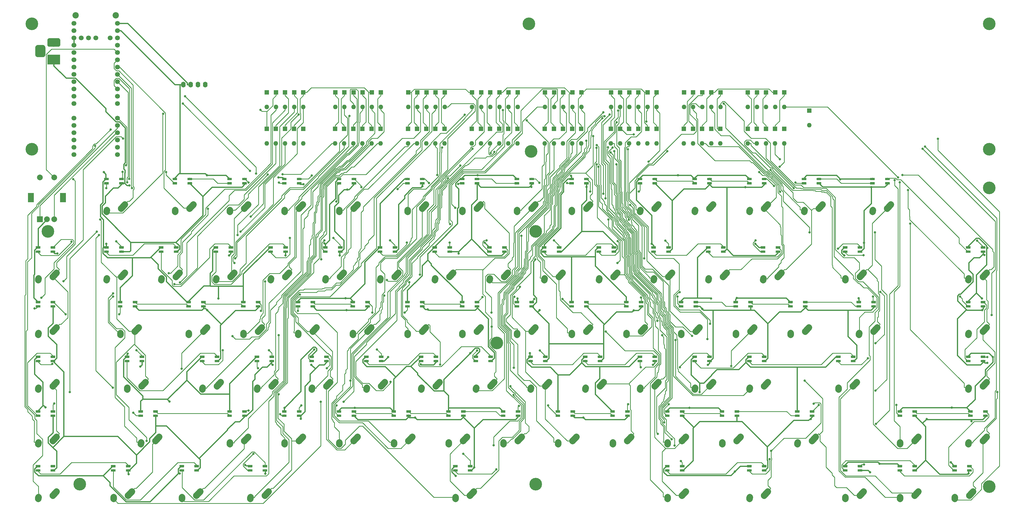
<source format=gbr>
G04 #@! TF.GenerationSoftware,KiCad,Pcbnew,(5.1.4)-1*
G04 #@! TF.CreationDate,2020-12-10T22:03:34+01:00*
G04 #@! TF.ProjectId,CZTKeyRev0,435a544b-6579-4526-9576-302e6b696361,rev?*
G04 #@! TF.SameCoordinates,Original*
G04 #@! TF.FileFunction,Copper,L2,Bot*
G04 #@! TF.FilePolarity,Positive*
%FSLAX46Y46*%
G04 Gerber Fmt 4.6, Leading zero omitted, Abs format (unit mm)*
G04 Created by KiCad (PCBNEW (5.1.4)-1) date 2020-12-10 22:03:34*
%MOMM*%
%LPD*%
G04 APERTURE LIST*
%ADD10C,4.400000*%
%ADD11C,1.700000*%
%ADD12C,2.200000*%
%ADD13C,2.250000*%
%ADD14C,2.250000*%
%ADD15C,0.100000*%
%ADD16C,0.820000*%
%ADD17C,3.000000*%
%ADD18R,4.500000X3.500000*%
%ADD19C,3.500000*%
%ADD20O,1.600000X1.600000*%
%ADD21R,1.600000X1.600000*%
%ADD22O,1.600000X2.000000*%
%ADD23R,2.000000X2.000000*%
%ADD24C,2.000000*%
%ADD25R,2.000000X3.200000*%
%ADD26C,0.800000*%
%ADD27C,0.254000*%
%ADD28C,0.381000*%
G04 APERTURE END LIST*
D10*
X158750000Y-131762000D03*
X330200000Y-181769000D03*
X172244000Y-180975000D03*
X172244000Y-92868800D03*
X13493800Y-180975000D03*
X170656250Y-65087500D03*
X2381300Y-92868800D03*
X330200000Y-77787500D03*
X330200000Y-64293800D03*
X330200000Y-20637500D03*
X-3175000Y-64293800D03*
X-3175000Y-20637500D03*
X169862000Y-20637500D03*
D11*
X26665000Y-20468800D03*
X11450000Y-23008800D03*
D12*
X26055000Y-17644000D03*
X12059600Y-17644000D03*
D11*
X11450000Y-20468800D03*
X13990000Y-25548800D03*
X11450000Y-25548800D03*
X11450000Y-28088800D03*
X11450000Y-30628800D03*
X11450000Y-33168800D03*
X16530000Y-25548800D03*
X19070000Y-25548800D03*
X11450000Y-35708800D03*
X11450000Y-38248800D03*
X11450000Y-40788800D03*
X11450000Y-43328800D03*
X11450000Y-45868800D03*
X11450000Y-48408800D03*
X11450000Y-56028800D03*
X11450000Y-61108800D03*
X11450000Y-63648800D03*
X11450000Y-58568800D03*
X11450000Y-66188800D03*
X11450000Y-53488800D03*
X26665000Y-23008800D03*
X26665000Y-25548800D03*
X26665000Y-30628800D03*
X24125000Y-25548800D03*
X26665000Y-28088800D03*
X26665000Y-33168800D03*
X26665000Y-35708800D03*
X26665000Y-38248800D03*
X26665000Y-43328800D03*
X26665000Y-45868800D03*
X26665000Y-40788800D03*
X26665000Y-48408800D03*
X26665000Y-56028800D03*
X26665000Y-53488800D03*
X26665000Y-61108800D03*
X26665000Y-58568800D03*
X26665000Y-63648800D03*
X26665000Y-66188800D03*
D13*
X294600000Y-84962500D03*
X295254999Y-84232500D03*
D14*
X295910000Y-83502500D02*
X294599998Y-84962500D01*
D13*
X289560000Y-86042500D03*
X289580000Y-85752500D03*
D14*
X289600000Y-85462500D02*
X289560000Y-86042500D01*
D13*
X251738000Y-84962500D03*
X252392999Y-84232500D03*
D14*
X253048000Y-83502500D02*
X251737998Y-84962500D01*
D13*
X246698000Y-86042500D03*
X246718000Y-85752500D03*
D14*
X246738000Y-85462500D02*
X246698000Y-86042500D01*
D13*
X270788000Y-84962500D03*
X271442999Y-84232500D03*
D14*
X272098000Y-83502500D02*
X270787998Y-84962500D01*
D13*
X265748000Y-86042500D03*
X265768000Y-85752500D03*
D14*
X265788000Y-85462500D02*
X265748000Y-86042500D01*
D15*
G36*
X318801037Y-174259395D02*
G01*
X318808997Y-174260576D01*
X318816803Y-174262531D01*
X318824380Y-174265242D01*
X318831655Y-174268682D01*
X318838557Y-174272819D01*
X318845020Y-174277613D01*
X318850983Y-174283017D01*
X318856387Y-174288980D01*
X318861181Y-174295443D01*
X318865318Y-174302345D01*
X318868758Y-174309620D01*
X318871469Y-174317197D01*
X318873424Y-174325003D01*
X318874605Y-174332963D01*
X318875000Y-174341000D01*
X318875000Y-174997000D01*
X318874605Y-175005037D01*
X318873424Y-175012997D01*
X318871469Y-175020803D01*
X318868758Y-175028380D01*
X318865318Y-175035655D01*
X318861181Y-175042557D01*
X318856387Y-175049020D01*
X318850983Y-175054983D01*
X318845020Y-175060387D01*
X318838557Y-175065181D01*
X318831655Y-175069318D01*
X318824380Y-175072758D01*
X318816803Y-175075469D01*
X318808997Y-175077424D01*
X318801037Y-175078605D01*
X318793000Y-175079000D01*
X317357000Y-175079000D01*
X317348963Y-175078605D01*
X317341003Y-175077424D01*
X317333197Y-175075469D01*
X317325620Y-175072758D01*
X317318345Y-175069318D01*
X317311443Y-175065181D01*
X317304980Y-175060387D01*
X317299017Y-175054983D01*
X317293613Y-175049020D01*
X317288819Y-175042557D01*
X317284682Y-175035655D01*
X317281242Y-175028380D01*
X317278531Y-175020803D01*
X317276576Y-175012997D01*
X317275395Y-175005037D01*
X317275000Y-174997000D01*
X317275000Y-174341000D01*
X317275395Y-174332963D01*
X317276576Y-174325003D01*
X317278531Y-174317197D01*
X317281242Y-174309620D01*
X317284682Y-174302345D01*
X317288819Y-174295443D01*
X317293613Y-174288980D01*
X317299017Y-174283017D01*
X317304980Y-174277613D01*
X317311443Y-174272819D01*
X317318345Y-174268682D01*
X317325620Y-174265242D01*
X317333197Y-174262531D01*
X317341003Y-174260576D01*
X317348963Y-174259395D01*
X317357000Y-174259000D01*
X318793000Y-174259000D01*
X318801037Y-174259395D01*
X318801037Y-174259395D01*
G37*
D16*
X318075000Y-174669000D03*
D15*
G36*
X318801037Y-175759395D02*
G01*
X318808997Y-175760576D01*
X318816803Y-175762531D01*
X318824380Y-175765242D01*
X318831655Y-175768682D01*
X318838557Y-175772819D01*
X318845020Y-175777613D01*
X318850983Y-175783017D01*
X318856387Y-175788980D01*
X318861181Y-175795443D01*
X318865318Y-175802345D01*
X318868758Y-175809620D01*
X318871469Y-175817197D01*
X318873424Y-175825003D01*
X318874605Y-175832963D01*
X318875000Y-175841000D01*
X318875000Y-176497000D01*
X318874605Y-176505037D01*
X318873424Y-176512997D01*
X318871469Y-176520803D01*
X318868758Y-176528380D01*
X318865318Y-176535655D01*
X318861181Y-176542557D01*
X318856387Y-176549020D01*
X318850983Y-176554983D01*
X318845020Y-176560387D01*
X318838557Y-176565181D01*
X318831655Y-176569318D01*
X318824380Y-176572758D01*
X318816803Y-176575469D01*
X318808997Y-176577424D01*
X318801037Y-176578605D01*
X318793000Y-176579000D01*
X317357000Y-176579000D01*
X317348963Y-176578605D01*
X317341003Y-176577424D01*
X317333197Y-176575469D01*
X317325620Y-176572758D01*
X317318345Y-176569318D01*
X317311443Y-176565181D01*
X317304980Y-176560387D01*
X317299017Y-176554983D01*
X317293613Y-176549020D01*
X317288819Y-176542557D01*
X317284682Y-176535655D01*
X317281242Y-176528380D01*
X317278531Y-176520803D01*
X317276576Y-176512997D01*
X317275395Y-176505037D01*
X317275000Y-176497000D01*
X317275000Y-175841000D01*
X317275395Y-175832963D01*
X317276576Y-175825003D01*
X317278531Y-175817197D01*
X317281242Y-175809620D01*
X317284682Y-175802345D01*
X317288819Y-175795443D01*
X317293613Y-175788980D01*
X317299017Y-175783017D01*
X317304980Y-175777613D01*
X317311443Y-175772819D01*
X317318345Y-175768682D01*
X317325620Y-175765242D01*
X317333197Y-175762531D01*
X317341003Y-175760576D01*
X317348963Y-175759395D01*
X317357000Y-175759000D01*
X318793000Y-175759000D01*
X318801037Y-175759395D01*
X318801037Y-175759395D01*
G37*
D16*
X318075000Y-176169000D03*
D15*
G36*
X324001037Y-174259395D02*
G01*
X324008997Y-174260576D01*
X324016803Y-174262531D01*
X324024380Y-174265242D01*
X324031655Y-174268682D01*
X324038557Y-174272819D01*
X324045020Y-174277613D01*
X324050983Y-174283017D01*
X324056387Y-174288980D01*
X324061181Y-174295443D01*
X324065318Y-174302345D01*
X324068758Y-174309620D01*
X324071469Y-174317197D01*
X324073424Y-174325003D01*
X324074605Y-174332963D01*
X324075000Y-174341000D01*
X324075000Y-174997000D01*
X324074605Y-175005037D01*
X324073424Y-175012997D01*
X324071469Y-175020803D01*
X324068758Y-175028380D01*
X324065318Y-175035655D01*
X324061181Y-175042557D01*
X324056387Y-175049020D01*
X324050983Y-175054983D01*
X324045020Y-175060387D01*
X324038557Y-175065181D01*
X324031655Y-175069318D01*
X324024380Y-175072758D01*
X324016803Y-175075469D01*
X324008997Y-175077424D01*
X324001037Y-175078605D01*
X323993000Y-175079000D01*
X322557000Y-175079000D01*
X322548963Y-175078605D01*
X322541003Y-175077424D01*
X322533197Y-175075469D01*
X322525620Y-175072758D01*
X322518345Y-175069318D01*
X322511443Y-175065181D01*
X322504980Y-175060387D01*
X322499017Y-175054983D01*
X322493613Y-175049020D01*
X322488819Y-175042557D01*
X322484682Y-175035655D01*
X322481242Y-175028380D01*
X322478531Y-175020803D01*
X322476576Y-175012997D01*
X322475395Y-175005037D01*
X322475000Y-174997000D01*
X322475000Y-174341000D01*
X322475395Y-174332963D01*
X322476576Y-174325003D01*
X322478531Y-174317197D01*
X322481242Y-174309620D01*
X322484682Y-174302345D01*
X322488819Y-174295443D01*
X322493613Y-174288980D01*
X322499017Y-174283017D01*
X322504980Y-174277613D01*
X322511443Y-174272819D01*
X322518345Y-174268682D01*
X322525620Y-174265242D01*
X322533197Y-174262531D01*
X322541003Y-174260576D01*
X322548963Y-174259395D01*
X322557000Y-174259000D01*
X323993000Y-174259000D01*
X324001037Y-174259395D01*
X324001037Y-174259395D01*
G37*
D16*
X323275000Y-174669000D03*
D15*
G36*
X324001037Y-175759395D02*
G01*
X324008997Y-175760576D01*
X324016803Y-175762531D01*
X324024380Y-175765242D01*
X324031655Y-175768682D01*
X324038557Y-175772819D01*
X324045020Y-175777613D01*
X324050983Y-175783017D01*
X324056387Y-175788980D01*
X324061181Y-175795443D01*
X324065318Y-175802345D01*
X324068758Y-175809620D01*
X324071469Y-175817197D01*
X324073424Y-175825003D01*
X324074605Y-175832963D01*
X324075000Y-175841000D01*
X324075000Y-176497000D01*
X324074605Y-176505037D01*
X324073424Y-176512997D01*
X324071469Y-176520803D01*
X324068758Y-176528380D01*
X324065318Y-176535655D01*
X324061181Y-176542557D01*
X324056387Y-176549020D01*
X324050983Y-176554983D01*
X324045020Y-176560387D01*
X324038557Y-176565181D01*
X324031655Y-176569318D01*
X324024380Y-176572758D01*
X324016803Y-176575469D01*
X324008997Y-176577424D01*
X324001037Y-176578605D01*
X323993000Y-176579000D01*
X322557000Y-176579000D01*
X322548963Y-176578605D01*
X322541003Y-176577424D01*
X322533197Y-176575469D01*
X322525620Y-176572758D01*
X322518345Y-176569318D01*
X322511443Y-176565181D01*
X322504980Y-176560387D01*
X322499017Y-176554983D01*
X322493613Y-176549020D01*
X322488819Y-176542557D01*
X322484682Y-176535655D01*
X322481242Y-176528380D01*
X322478531Y-176520803D01*
X322476576Y-176512997D01*
X322475395Y-176505037D01*
X322475000Y-176497000D01*
X322475000Y-175841000D01*
X322475395Y-175832963D01*
X322476576Y-175825003D01*
X322478531Y-175817197D01*
X322481242Y-175809620D01*
X322484682Y-175802345D01*
X322488819Y-175795443D01*
X322493613Y-175788980D01*
X322499017Y-175783017D01*
X322504980Y-175777613D01*
X322511443Y-175772819D01*
X322518345Y-175768682D01*
X322525620Y-175765242D01*
X322533197Y-175762531D01*
X322541003Y-175760576D01*
X322548963Y-175759395D01*
X322557000Y-175759000D01*
X323993000Y-175759000D01*
X324001037Y-175759395D01*
X324001037Y-175759395D01*
G37*
D16*
X323275000Y-176169000D03*
D15*
G36*
X299751037Y-174259395D02*
G01*
X299758997Y-174260576D01*
X299766803Y-174262531D01*
X299774380Y-174265242D01*
X299781655Y-174268682D01*
X299788557Y-174272819D01*
X299795020Y-174277613D01*
X299800983Y-174283017D01*
X299806387Y-174288980D01*
X299811181Y-174295443D01*
X299815318Y-174302345D01*
X299818758Y-174309620D01*
X299821469Y-174317197D01*
X299823424Y-174325003D01*
X299824605Y-174332963D01*
X299825000Y-174341000D01*
X299825000Y-174997000D01*
X299824605Y-175005037D01*
X299823424Y-175012997D01*
X299821469Y-175020803D01*
X299818758Y-175028380D01*
X299815318Y-175035655D01*
X299811181Y-175042557D01*
X299806387Y-175049020D01*
X299800983Y-175054983D01*
X299795020Y-175060387D01*
X299788557Y-175065181D01*
X299781655Y-175069318D01*
X299774380Y-175072758D01*
X299766803Y-175075469D01*
X299758997Y-175077424D01*
X299751037Y-175078605D01*
X299743000Y-175079000D01*
X298307000Y-175079000D01*
X298298963Y-175078605D01*
X298291003Y-175077424D01*
X298283197Y-175075469D01*
X298275620Y-175072758D01*
X298268345Y-175069318D01*
X298261443Y-175065181D01*
X298254980Y-175060387D01*
X298249017Y-175054983D01*
X298243613Y-175049020D01*
X298238819Y-175042557D01*
X298234682Y-175035655D01*
X298231242Y-175028380D01*
X298228531Y-175020803D01*
X298226576Y-175012997D01*
X298225395Y-175005037D01*
X298225000Y-174997000D01*
X298225000Y-174341000D01*
X298225395Y-174332963D01*
X298226576Y-174325003D01*
X298228531Y-174317197D01*
X298231242Y-174309620D01*
X298234682Y-174302345D01*
X298238819Y-174295443D01*
X298243613Y-174288980D01*
X298249017Y-174283017D01*
X298254980Y-174277613D01*
X298261443Y-174272819D01*
X298268345Y-174268682D01*
X298275620Y-174265242D01*
X298283197Y-174262531D01*
X298291003Y-174260576D01*
X298298963Y-174259395D01*
X298307000Y-174259000D01*
X299743000Y-174259000D01*
X299751037Y-174259395D01*
X299751037Y-174259395D01*
G37*
D16*
X299025000Y-174669000D03*
D15*
G36*
X299751037Y-175759395D02*
G01*
X299758997Y-175760576D01*
X299766803Y-175762531D01*
X299774380Y-175765242D01*
X299781655Y-175768682D01*
X299788557Y-175772819D01*
X299795020Y-175777613D01*
X299800983Y-175783017D01*
X299806387Y-175788980D01*
X299811181Y-175795443D01*
X299815318Y-175802345D01*
X299818758Y-175809620D01*
X299821469Y-175817197D01*
X299823424Y-175825003D01*
X299824605Y-175832963D01*
X299825000Y-175841000D01*
X299825000Y-176497000D01*
X299824605Y-176505037D01*
X299823424Y-176512997D01*
X299821469Y-176520803D01*
X299818758Y-176528380D01*
X299815318Y-176535655D01*
X299811181Y-176542557D01*
X299806387Y-176549020D01*
X299800983Y-176554983D01*
X299795020Y-176560387D01*
X299788557Y-176565181D01*
X299781655Y-176569318D01*
X299774380Y-176572758D01*
X299766803Y-176575469D01*
X299758997Y-176577424D01*
X299751037Y-176578605D01*
X299743000Y-176579000D01*
X298307000Y-176579000D01*
X298298963Y-176578605D01*
X298291003Y-176577424D01*
X298283197Y-176575469D01*
X298275620Y-176572758D01*
X298268345Y-176569318D01*
X298261443Y-176565181D01*
X298254980Y-176560387D01*
X298249017Y-176554983D01*
X298243613Y-176549020D01*
X298238819Y-176542557D01*
X298234682Y-176535655D01*
X298231242Y-176528380D01*
X298228531Y-176520803D01*
X298226576Y-176512997D01*
X298225395Y-176505037D01*
X298225000Y-176497000D01*
X298225000Y-175841000D01*
X298225395Y-175832963D01*
X298226576Y-175825003D01*
X298228531Y-175817197D01*
X298231242Y-175809620D01*
X298234682Y-175802345D01*
X298238819Y-175795443D01*
X298243613Y-175788980D01*
X298249017Y-175783017D01*
X298254980Y-175777613D01*
X298261443Y-175772819D01*
X298268345Y-175768682D01*
X298275620Y-175765242D01*
X298283197Y-175762531D01*
X298291003Y-175760576D01*
X298298963Y-175759395D01*
X298307000Y-175759000D01*
X299743000Y-175759000D01*
X299751037Y-175759395D01*
X299751037Y-175759395D01*
G37*
D16*
X299025000Y-176169000D03*
D15*
G36*
X304951037Y-174259395D02*
G01*
X304958997Y-174260576D01*
X304966803Y-174262531D01*
X304974380Y-174265242D01*
X304981655Y-174268682D01*
X304988557Y-174272819D01*
X304995020Y-174277613D01*
X305000983Y-174283017D01*
X305006387Y-174288980D01*
X305011181Y-174295443D01*
X305015318Y-174302345D01*
X305018758Y-174309620D01*
X305021469Y-174317197D01*
X305023424Y-174325003D01*
X305024605Y-174332963D01*
X305025000Y-174341000D01*
X305025000Y-174997000D01*
X305024605Y-175005037D01*
X305023424Y-175012997D01*
X305021469Y-175020803D01*
X305018758Y-175028380D01*
X305015318Y-175035655D01*
X305011181Y-175042557D01*
X305006387Y-175049020D01*
X305000983Y-175054983D01*
X304995020Y-175060387D01*
X304988557Y-175065181D01*
X304981655Y-175069318D01*
X304974380Y-175072758D01*
X304966803Y-175075469D01*
X304958997Y-175077424D01*
X304951037Y-175078605D01*
X304943000Y-175079000D01*
X303507000Y-175079000D01*
X303498963Y-175078605D01*
X303491003Y-175077424D01*
X303483197Y-175075469D01*
X303475620Y-175072758D01*
X303468345Y-175069318D01*
X303461443Y-175065181D01*
X303454980Y-175060387D01*
X303449017Y-175054983D01*
X303443613Y-175049020D01*
X303438819Y-175042557D01*
X303434682Y-175035655D01*
X303431242Y-175028380D01*
X303428531Y-175020803D01*
X303426576Y-175012997D01*
X303425395Y-175005037D01*
X303425000Y-174997000D01*
X303425000Y-174341000D01*
X303425395Y-174332963D01*
X303426576Y-174325003D01*
X303428531Y-174317197D01*
X303431242Y-174309620D01*
X303434682Y-174302345D01*
X303438819Y-174295443D01*
X303443613Y-174288980D01*
X303449017Y-174283017D01*
X303454980Y-174277613D01*
X303461443Y-174272819D01*
X303468345Y-174268682D01*
X303475620Y-174265242D01*
X303483197Y-174262531D01*
X303491003Y-174260576D01*
X303498963Y-174259395D01*
X303507000Y-174259000D01*
X304943000Y-174259000D01*
X304951037Y-174259395D01*
X304951037Y-174259395D01*
G37*
D16*
X304225000Y-174669000D03*
D15*
G36*
X304951037Y-175759395D02*
G01*
X304958997Y-175760576D01*
X304966803Y-175762531D01*
X304974380Y-175765242D01*
X304981655Y-175768682D01*
X304988557Y-175772819D01*
X304995020Y-175777613D01*
X305000983Y-175783017D01*
X305006387Y-175788980D01*
X305011181Y-175795443D01*
X305015318Y-175802345D01*
X305018758Y-175809620D01*
X305021469Y-175817197D01*
X305023424Y-175825003D01*
X305024605Y-175832963D01*
X305025000Y-175841000D01*
X305025000Y-176497000D01*
X305024605Y-176505037D01*
X305023424Y-176512997D01*
X305021469Y-176520803D01*
X305018758Y-176528380D01*
X305015318Y-176535655D01*
X305011181Y-176542557D01*
X305006387Y-176549020D01*
X305000983Y-176554983D01*
X304995020Y-176560387D01*
X304988557Y-176565181D01*
X304981655Y-176569318D01*
X304974380Y-176572758D01*
X304966803Y-176575469D01*
X304958997Y-176577424D01*
X304951037Y-176578605D01*
X304943000Y-176579000D01*
X303507000Y-176579000D01*
X303498963Y-176578605D01*
X303491003Y-176577424D01*
X303483197Y-176575469D01*
X303475620Y-176572758D01*
X303468345Y-176569318D01*
X303461443Y-176565181D01*
X303454980Y-176560387D01*
X303449017Y-176554983D01*
X303443613Y-176549020D01*
X303438819Y-176542557D01*
X303434682Y-176535655D01*
X303431242Y-176528380D01*
X303428531Y-176520803D01*
X303426576Y-176512997D01*
X303425395Y-176505037D01*
X303425000Y-176497000D01*
X303425000Y-175841000D01*
X303425395Y-175832963D01*
X303426576Y-175825003D01*
X303428531Y-175817197D01*
X303431242Y-175809620D01*
X303434682Y-175802345D01*
X303438819Y-175795443D01*
X303443613Y-175788980D01*
X303449017Y-175783017D01*
X303454980Y-175777613D01*
X303461443Y-175772819D01*
X303468345Y-175768682D01*
X303475620Y-175765242D01*
X303483197Y-175762531D01*
X303491003Y-175760576D01*
X303498963Y-175759395D01*
X303507000Y-175759000D01*
X304943000Y-175759000D01*
X304951037Y-175759395D01*
X304951037Y-175759395D01*
G37*
D16*
X304225000Y-176169000D03*
D15*
G36*
X280701037Y-174259395D02*
G01*
X280708997Y-174260576D01*
X280716803Y-174262531D01*
X280724380Y-174265242D01*
X280731655Y-174268682D01*
X280738557Y-174272819D01*
X280745020Y-174277613D01*
X280750983Y-174283017D01*
X280756387Y-174288980D01*
X280761181Y-174295443D01*
X280765318Y-174302345D01*
X280768758Y-174309620D01*
X280771469Y-174317197D01*
X280773424Y-174325003D01*
X280774605Y-174332963D01*
X280775000Y-174341000D01*
X280775000Y-174997000D01*
X280774605Y-175005037D01*
X280773424Y-175012997D01*
X280771469Y-175020803D01*
X280768758Y-175028380D01*
X280765318Y-175035655D01*
X280761181Y-175042557D01*
X280756387Y-175049020D01*
X280750983Y-175054983D01*
X280745020Y-175060387D01*
X280738557Y-175065181D01*
X280731655Y-175069318D01*
X280724380Y-175072758D01*
X280716803Y-175075469D01*
X280708997Y-175077424D01*
X280701037Y-175078605D01*
X280693000Y-175079000D01*
X279257000Y-175079000D01*
X279248963Y-175078605D01*
X279241003Y-175077424D01*
X279233197Y-175075469D01*
X279225620Y-175072758D01*
X279218345Y-175069318D01*
X279211443Y-175065181D01*
X279204980Y-175060387D01*
X279199017Y-175054983D01*
X279193613Y-175049020D01*
X279188819Y-175042557D01*
X279184682Y-175035655D01*
X279181242Y-175028380D01*
X279178531Y-175020803D01*
X279176576Y-175012997D01*
X279175395Y-175005037D01*
X279175000Y-174997000D01*
X279175000Y-174341000D01*
X279175395Y-174332963D01*
X279176576Y-174325003D01*
X279178531Y-174317197D01*
X279181242Y-174309620D01*
X279184682Y-174302345D01*
X279188819Y-174295443D01*
X279193613Y-174288980D01*
X279199017Y-174283017D01*
X279204980Y-174277613D01*
X279211443Y-174272819D01*
X279218345Y-174268682D01*
X279225620Y-174265242D01*
X279233197Y-174262531D01*
X279241003Y-174260576D01*
X279248963Y-174259395D01*
X279257000Y-174259000D01*
X280693000Y-174259000D01*
X280701037Y-174259395D01*
X280701037Y-174259395D01*
G37*
D16*
X279975000Y-174669000D03*
D15*
G36*
X280701037Y-175759395D02*
G01*
X280708997Y-175760576D01*
X280716803Y-175762531D01*
X280724380Y-175765242D01*
X280731655Y-175768682D01*
X280738557Y-175772819D01*
X280745020Y-175777613D01*
X280750983Y-175783017D01*
X280756387Y-175788980D01*
X280761181Y-175795443D01*
X280765318Y-175802345D01*
X280768758Y-175809620D01*
X280771469Y-175817197D01*
X280773424Y-175825003D01*
X280774605Y-175832963D01*
X280775000Y-175841000D01*
X280775000Y-176497000D01*
X280774605Y-176505037D01*
X280773424Y-176512997D01*
X280771469Y-176520803D01*
X280768758Y-176528380D01*
X280765318Y-176535655D01*
X280761181Y-176542557D01*
X280756387Y-176549020D01*
X280750983Y-176554983D01*
X280745020Y-176560387D01*
X280738557Y-176565181D01*
X280731655Y-176569318D01*
X280724380Y-176572758D01*
X280716803Y-176575469D01*
X280708997Y-176577424D01*
X280701037Y-176578605D01*
X280693000Y-176579000D01*
X279257000Y-176579000D01*
X279248963Y-176578605D01*
X279241003Y-176577424D01*
X279233197Y-176575469D01*
X279225620Y-176572758D01*
X279218345Y-176569318D01*
X279211443Y-176565181D01*
X279204980Y-176560387D01*
X279199017Y-176554983D01*
X279193613Y-176549020D01*
X279188819Y-176542557D01*
X279184682Y-176535655D01*
X279181242Y-176528380D01*
X279178531Y-176520803D01*
X279176576Y-176512997D01*
X279175395Y-176505037D01*
X279175000Y-176497000D01*
X279175000Y-175841000D01*
X279175395Y-175832963D01*
X279176576Y-175825003D01*
X279178531Y-175817197D01*
X279181242Y-175809620D01*
X279184682Y-175802345D01*
X279188819Y-175795443D01*
X279193613Y-175788980D01*
X279199017Y-175783017D01*
X279204980Y-175777613D01*
X279211443Y-175772819D01*
X279218345Y-175768682D01*
X279225620Y-175765242D01*
X279233197Y-175762531D01*
X279241003Y-175760576D01*
X279248963Y-175759395D01*
X279257000Y-175759000D01*
X280693000Y-175759000D01*
X280701037Y-175759395D01*
X280701037Y-175759395D01*
G37*
D16*
X279975000Y-176169000D03*
D15*
G36*
X285901037Y-174259395D02*
G01*
X285908997Y-174260576D01*
X285916803Y-174262531D01*
X285924380Y-174265242D01*
X285931655Y-174268682D01*
X285938557Y-174272819D01*
X285945020Y-174277613D01*
X285950983Y-174283017D01*
X285956387Y-174288980D01*
X285961181Y-174295443D01*
X285965318Y-174302345D01*
X285968758Y-174309620D01*
X285971469Y-174317197D01*
X285973424Y-174325003D01*
X285974605Y-174332963D01*
X285975000Y-174341000D01*
X285975000Y-174997000D01*
X285974605Y-175005037D01*
X285973424Y-175012997D01*
X285971469Y-175020803D01*
X285968758Y-175028380D01*
X285965318Y-175035655D01*
X285961181Y-175042557D01*
X285956387Y-175049020D01*
X285950983Y-175054983D01*
X285945020Y-175060387D01*
X285938557Y-175065181D01*
X285931655Y-175069318D01*
X285924380Y-175072758D01*
X285916803Y-175075469D01*
X285908997Y-175077424D01*
X285901037Y-175078605D01*
X285893000Y-175079000D01*
X284457000Y-175079000D01*
X284448963Y-175078605D01*
X284441003Y-175077424D01*
X284433197Y-175075469D01*
X284425620Y-175072758D01*
X284418345Y-175069318D01*
X284411443Y-175065181D01*
X284404980Y-175060387D01*
X284399017Y-175054983D01*
X284393613Y-175049020D01*
X284388819Y-175042557D01*
X284384682Y-175035655D01*
X284381242Y-175028380D01*
X284378531Y-175020803D01*
X284376576Y-175012997D01*
X284375395Y-175005037D01*
X284375000Y-174997000D01*
X284375000Y-174341000D01*
X284375395Y-174332963D01*
X284376576Y-174325003D01*
X284378531Y-174317197D01*
X284381242Y-174309620D01*
X284384682Y-174302345D01*
X284388819Y-174295443D01*
X284393613Y-174288980D01*
X284399017Y-174283017D01*
X284404980Y-174277613D01*
X284411443Y-174272819D01*
X284418345Y-174268682D01*
X284425620Y-174265242D01*
X284433197Y-174262531D01*
X284441003Y-174260576D01*
X284448963Y-174259395D01*
X284457000Y-174259000D01*
X285893000Y-174259000D01*
X285901037Y-174259395D01*
X285901037Y-174259395D01*
G37*
D16*
X285175000Y-174669000D03*
D15*
G36*
X285901037Y-175759395D02*
G01*
X285908997Y-175760576D01*
X285916803Y-175762531D01*
X285924380Y-175765242D01*
X285931655Y-175768682D01*
X285938557Y-175772819D01*
X285945020Y-175777613D01*
X285950983Y-175783017D01*
X285956387Y-175788980D01*
X285961181Y-175795443D01*
X285965318Y-175802345D01*
X285968758Y-175809620D01*
X285971469Y-175817197D01*
X285973424Y-175825003D01*
X285974605Y-175832963D01*
X285975000Y-175841000D01*
X285975000Y-176497000D01*
X285974605Y-176505037D01*
X285973424Y-176512997D01*
X285971469Y-176520803D01*
X285968758Y-176528380D01*
X285965318Y-176535655D01*
X285961181Y-176542557D01*
X285956387Y-176549020D01*
X285950983Y-176554983D01*
X285945020Y-176560387D01*
X285938557Y-176565181D01*
X285931655Y-176569318D01*
X285924380Y-176572758D01*
X285916803Y-176575469D01*
X285908997Y-176577424D01*
X285901037Y-176578605D01*
X285893000Y-176579000D01*
X284457000Y-176579000D01*
X284448963Y-176578605D01*
X284441003Y-176577424D01*
X284433197Y-176575469D01*
X284425620Y-176572758D01*
X284418345Y-176569318D01*
X284411443Y-176565181D01*
X284404980Y-176560387D01*
X284399017Y-176554983D01*
X284393613Y-176549020D01*
X284388819Y-176542557D01*
X284384682Y-176535655D01*
X284381242Y-176528380D01*
X284378531Y-176520803D01*
X284376576Y-176512997D01*
X284375395Y-176505037D01*
X284375000Y-176497000D01*
X284375000Y-175841000D01*
X284375395Y-175832963D01*
X284376576Y-175825003D01*
X284378531Y-175817197D01*
X284381242Y-175809620D01*
X284384682Y-175802345D01*
X284388819Y-175795443D01*
X284393613Y-175788980D01*
X284399017Y-175783017D01*
X284404980Y-175777613D01*
X284411443Y-175772819D01*
X284418345Y-175768682D01*
X284425620Y-175765242D01*
X284433197Y-175762531D01*
X284441003Y-175760576D01*
X284448963Y-175759395D01*
X284457000Y-175759000D01*
X285893000Y-175759000D01*
X285901037Y-175759395D01*
X285901037Y-175759395D01*
G37*
D16*
X285175000Y-176169000D03*
D15*
G36*
X247364037Y-174259395D02*
G01*
X247371997Y-174260576D01*
X247379803Y-174262531D01*
X247387380Y-174265242D01*
X247394655Y-174268682D01*
X247401557Y-174272819D01*
X247408020Y-174277613D01*
X247413983Y-174283017D01*
X247419387Y-174288980D01*
X247424181Y-174295443D01*
X247428318Y-174302345D01*
X247431758Y-174309620D01*
X247434469Y-174317197D01*
X247436424Y-174325003D01*
X247437605Y-174332963D01*
X247438000Y-174341000D01*
X247438000Y-174997000D01*
X247437605Y-175005037D01*
X247436424Y-175012997D01*
X247434469Y-175020803D01*
X247431758Y-175028380D01*
X247428318Y-175035655D01*
X247424181Y-175042557D01*
X247419387Y-175049020D01*
X247413983Y-175054983D01*
X247408020Y-175060387D01*
X247401557Y-175065181D01*
X247394655Y-175069318D01*
X247387380Y-175072758D01*
X247379803Y-175075469D01*
X247371997Y-175077424D01*
X247364037Y-175078605D01*
X247356000Y-175079000D01*
X245920000Y-175079000D01*
X245911963Y-175078605D01*
X245904003Y-175077424D01*
X245896197Y-175075469D01*
X245888620Y-175072758D01*
X245881345Y-175069318D01*
X245874443Y-175065181D01*
X245867980Y-175060387D01*
X245862017Y-175054983D01*
X245856613Y-175049020D01*
X245851819Y-175042557D01*
X245847682Y-175035655D01*
X245844242Y-175028380D01*
X245841531Y-175020803D01*
X245839576Y-175012997D01*
X245838395Y-175005037D01*
X245838000Y-174997000D01*
X245838000Y-174341000D01*
X245838395Y-174332963D01*
X245839576Y-174325003D01*
X245841531Y-174317197D01*
X245844242Y-174309620D01*
X245847682Y-174302345D01*
X245851819Y-174295443D01*
X245856613Y-174288980D01*
X245862017Y-174283017D01*
X245867980Y-174277613D01*
X245874443Y-174272819D01*
X245881345Y-174268682D01*
X245888620Y-174265242D01*
X245896197Y-174262531D01*
X245904003Y-174260576D01*
X245911963Y-174259395D01*
X245920000Y-174259000D01*
X247356000Y-174259000D01*
X247364037Y-174259395D01*
X247364037Y-174259395D01*
G37*
D16*
X246638000Y-174669000D03*
D15*
G36*
X247364037Y-175759395D02*
G01*
X247371997Y-175760576D01*
X247379803Y-175762531D01*
X247387380Y-175765242D01*
X247394655Y-175768682D01*
X247401557Y-175772819D01*
X247408020Y-175777613D01*
X247413983Y-175783017D01*
X247419387Y-175788980D01*
X247424181Y-175795443D01*
X247428318Y-175802345D01*
X247431758Y-175809620D01*
X247434469Y-175817197D01*
X247436424Y-175825003D01*
X247437605Y-175832963D01*
X247438000Y-175841000D01*
X247438000Y-176497000D01*
X247437605Y-176505037D01*
X247436424Y-176512997D01*
X247434469Y-176520803D01*
X247431758Y-176528380D01*
X247428318Y-176535655D01*
X247424181Y-176542557D01*
X247419387Y-176549020D01*
X247413983Y-176554983D01*
X247408020Y-176560387D01*
X247401557Y-176565181D01*
X247394655Y-176569318D01*
X247387380Y-176572758D01*
X247379803Y-176575469D01*
X247371997Y-176577424D01*
X247364037Y-176578605D01*
X247356000Y-176579000D01*
X245920000Y-176579000D01*
X245911963Y-176578605D01*
X245904003Y-176577424D01*
X245896197Y-176575469D01*
X245888620Y-176572758D01*
X245881345Y-176569318D01*
X245874443Y-176565181D01*
X245867980Y-176560387D01*
X245862017Y-176554983D01*
X245856613Y-176549020D01*
X245851819Y-176542557D01*
X245847682Y-176535655D01*
X245844242Y-176528380D01*
X245841531Y-176520803D01*
X245839576Y-176512997D01*
X245838395Y-176505037D01*
X245838000Y-176497000D01*
X245838000Y-175841000D01*
X245838395Y-175832963D01*
X245839576Y-175825003D01*
X245841531Y-175817197D01*
X245844242Y-175809620D01*
X245847682Y-175802345D01*
X245851819Y-175795443D01*
X245856613Y-175788980D01*
X245862017Y-175783017D01*
X245867980Y-175777613D01*
X245874443Y-175772819D01*
X245881345Y-175768682D01*
X245888620Y-175765242D01*
X245896197Y-175762531D01*
X245904003Y-175760576D01*
X245911963Y-175759395D01*
X245920000Y-175759000D01*
X247356000Y-175759000D01*
X247364037Y-175759395D01*
X247364037Y-175759395D01*
G37*
D16*
X246638000Y-176169000D03*
D15*
G36*
X252564037Y-174259395D02*
G01*
X252571997Y-174260576D01*
X252579803Y-174262531D01*
X252587380Y-174265242D01*
X252594655Y-174268682D01*
X252601557Y-174272819D01*
X252608020Y-174277613D01*
X252613983Y-174283017D01*
X252619387Y-174288980D01*
X252624181Y-174295443D01*
X252628318Y-174302345D01*
X252631758Y-174309620D01*
X252634469Y-174317197D01*
X252636424Y-174325003D01*
X252637605Y-174332963D01*
X252638000Y-174341000D01*
X252638000Y-174997000D01*
X252637605Y-175005037D01*
X252636424Y-175012997D01*
X252634469Y-175020803D01*
X252631758Y-175028380D01*
X252628318Y-175035655D01*
X252624181Y-175042557D01*
X252619387Y-175049020D01*
X252613983Y-175054983D01*
X252608020Y-175060387D01*
X252601557Y-175065181D01*
X252594655Y-175069318D01*
X252587380Y-175072758D01*
X252579803Y-175075469D01*
X252571997Y-175077424D01*
X252564037Y-175078605D01*
X252556000Y-175079000D01*
X251120000Y-175079000D01*
X251111963Y-175078605D01*
X251104003Y-175077424D01*
X251096197Y-175075469D01*
X251088620Y-175072758D01*
X251081345Y-175069318D01*
X251074443Y-175065181D01*
X251067980Y-175060387D01*
X251062017Y-175054983D01*
X251056613Y-175049020D01*
X251051819Y-175042557D01*
X251047682Y-175035655D01*
X251044242Y-175028380D01*
X251041531Y-175020803D01*
X251039576Y-175012997D01*
X251038395Y-175005037D01*
X251038000Y-174997000D01*
X251038000Y-174341000D01*
X251038395Y-174332963D01*
X251039576Y-174325003D01*
X251041531Y-174317197D01*
X251044242Y-174309620D01*
X251047682Y-174302345D01*
X251051819Y-174295443D01*
X251056613Y-174288980D01*
X251062017Y-174283017D01*
X251067980Y-174277613D01*
X251074443Y-174272819D01*
X251081345Y-174268682D01*
X251088620Y-174265242D01*
X251096197Y-174262531D01*
X251104003Y-174260576D01*
X251111963Y-174259395D01*
X251120000Y-174259000D01*
X252556000Y-174259000D01*
X252564037Y-174259395D01*
X252564037Y-174259395D01*
G37*
D16*
X251838000Y-174669000D03*
D15*
G36*
X252564037Y-175759395D02*
G01*
X252571997Y-175760576D01*
X252579803Y-175762531D01*
X252587380Y-175765242D01*
X252594655Y-175768682D01*
X252601557Y-175772819D01*
X252608020Y-175777613D01*
X252613983Y-175783017D01*
X252619387Y-175788980D01*
X252624181Y-175795443D01*
X252628318Y-175802345D01*
X252631758Y-175809620D01*
X252634469Y-175817197D01*
X252636424Y-175825003D01*
X252637605Y-175832963D01*
X252638000Y-175841000D01*
X252638000Y-176497000D01*
X252637605Y-176505037D01*
X252636424Y-176512997D01*
X252634469Y-176520803D01*
X252631758Y-176528380D01*
X252628318Y-176535655D01*
X252624181Y-176542557D01*
X252619387Y-176549020D01*
X252613983Y-176554983D01*
X252608020Y-176560387D01*
X252601557Y-176565181D01*
X252594655Y-176569318D01*
X252587380Y-176572758D01*
X252579803Y-176575469D01*
X252571997Y-176577424D01*
X252564037Y-176578605D01*
X252556000Y-176579000D01*
X251120000Y-176579000D01*
X251111963Y-176578605D01*
X251104003Y-176577424D01*
X251096197Y-176575469D01*
X251088620Y-176572758D01*
X251081345Y-176569318D01*
X251074443Y-176565181D01*
X251067980Y-176560387D01*
X251062017Y-176554983D01*
X251056613Y-176549020D01*
X251051819Y-176542557D01*
X251047682Y-176535655D01*
X251044242Y-176528380D01*
X251041531Y-176520803D01*
X251039576Y-176512997D01*
X251038395Y-176505037D01*
X251038000Y-176497000D01*
X251038000Y-175841000D01*
X251038395Y-175832963D01*
X251039576Y-175825003D01*
X251041531Y-175817197D01*
X251044242Y-175809620D01*
X251047682Y-175802345D01*
X251051819Y-175795443D01*
X251056613Y-175788980D01*
X251062017Y-175783017D01*
X251067980Y-175777613D01*
X251074443Y-175772819D01*
X251081345Y-175768682D01*
X251088620Y-175765242D01*
X251096197Y-175762531D01*
X251104003Y-175760576D01*
X251111963Y-175759395D01*
X251120000Y-175759000D01*
X252556000Y-175759000D01*
X252564037Y-175759395D01*
X252564037Y-175759395D01*
G37*
D16*
X251838000Y-176169000D03*
D15*
G36*
X218788037Y-174259395D02*
G01*
X218795997Y-174260576D01*
X218803803Y-174262531D01*
X218811380Y-174265242D01*
X218818655Y-174268682D01*
X218825557Y-174272819D01*
X218832020Y-174277613D01*
X218837983Y-174283017D01*
X218843387Y-174288980D01*
X218848181Y-174295443D01*
X218852318Y-174302345D01*
X218855758Y-174309620D01*
X218858469Y-174317197D01*
X218860424Y-174325003D01*
X218861605Y-174332963D01*
X218862000Y-174341000D01*
X218862000Y-174997000D01*
X218861605Y-175005037D01*
X218860424Y-175012997D01*
X218858469Y-175020803D01*
X218855758Y-175028380D01*
X218852318Y-175035655D01*
X218848181Y-175042557D01*
X218843387Y-175049020D01*
X218837983Y-175054983D01*
X218832020Y-175060387D01*
X218825557Y-175065181D01*
X218818655Y-175069318D01*
X218811380Y-175072758D01*
X218803803Y-175075469D01*
X218795997Y-175077424D01*
X218788037Y-175078605D01*
X218780000Y-175079000D01*
X217344000Y-175079000D01*
X217335963Y-175078605D01*
X217328003Y-175077424D01*
X217320197Y-175075469D01*
X217312620Y-175072758D01*
X217305345Y-175069318D01*
X217298443Y-175065181D01*
X217291980Y-175060387D01*
X217286017Y-175054983D01*
X217280613Y-175049020D01*
X217275819Y-175042557D01*
X217271682Y-175035655D01*
X217268242Y-175028380D01*
X217265531Y-175020803D01*
X217263576Y-175012997D01*
X217262395Y-175005037D01*
X217262000Y-174997000D01*
X217262000Y-174341000D01*
X217262395Y-174332963D01*
X217263576Y-174325003D01*
X217265531Y-174317197D01*
X217268242Y-174309620D01*
X217271682Y-174302345D01*
X217275819Y-174295443D01*
X217280613Y-174288980D01*
X217286017Y-174283017D01*
X217291980Y-174277613D01*
X217298443Y-174272819D01*
X217305345Y-174268682D01*
X217312620Y-174265242D01*
X217320197Y-174262531D01*
X217328003Y-174260576D01*
X217335963Y-174259395D01*
X217344000Y-174259000D01*
X218780000Y-174259000D01*
X218788037Y-174259395D01*
X218788037Y-174259395D01*
G37*
D16*
X218062000Y-174669000D03*
D15*
G36*
X218788037Y-175759395D02*
G01*
X218795997Y-175760576D01*
X218803803Y-175762531D01*
X218811380Y-175765242D01*
X218818655Y-175768682D01*
X218825557Y-175772819D01*
X218832020Y-175777613D01*
X218837983Y-175783017D01*
X218843387Y-175788980D01*
X218848181Y-175795443D01*
X218852318Y-175802345D01*
X218855758Y-175809620D01*
X218858469Y-175817197D01*
X218860424Y-175825003D01*
X218861605Y-175832963D01*
X218862000Y-175841000D01*
X218862000Y-176497000D01*
X218861605Y-176505037D01*
X218860424Y-176512997D01*
X218858469Y-176520803D01*
X218855758Y-176528380D01*
X218852318Y-176535655D01*
X218848181Y-176542557D01*
X218843387Y-176549020D01*
X218837983Y-176554983D01*
X218832020Y-176560387D01*
X218825557Y-176565181D01*
X218818655Y-176569318D01*
X218811380Y-176572758D01*
X218803803Y-176575469D01*
X218795997Y-176577424D01*
X218788037Y-176578605D01*
X218780000Y-176579000D01*
X217344000Y-176579000D01*
X217335963Y-176578605D01*
X217328003Y-176577424D01*
X217320197Y-176575469D01*
X217312620Y-176572758D01*
X217305345Y-176569318D01*
X217298443Y-176565181D01*
X217291980Y-176560387D01*
X217286017Y-176554983D01*
X217280613Y-176549020D01*
X217275819Y-176542557D01*
X217271682Y-176535655D01*
X217268242Y-176528380D01*
X217265531Y-176520803D01*
X217263576Y-176512997D01*
X217262395Y-176505037D01*
X217262000Y-176497000D01*
X217262000Y-175841000D01*
X217262395Y-175832963D01*
X217263576Y-175825003D01*
X217265531Y-175817197D01*
X217268242Y-175809620D01*
X217271682Y-175802345D01*
X217275819Y-175795443D01*
X217280613Y-175788980D01*
X217286017Y-175783017D01*
X217291980Y-175777613D01*
X217298443Y-175772819D01*
X217305345Y-175768682D01*
X217312620Y-175765242D01*
X217320197Y-175762531D01*
X217328003Y-175760576D01*
X217335963Y-175759395D01*
X217344000Y-175759000D01*
X218780000Y-175759000D01*
X218788037Y-175759395D01*
X218788037Y-175759395D01*
G37*
D16*
X218062000Y-176169000D03*
D15*
G36*
X223988037Y-174259395D02*
G01*
X223995997Y-174260576D01*
X224003803Y-174262531D01*
X224011380Y-174265242D01*
X224018655Y-174268682D01*
X224025557Y-174272819D01*
X224032020Y-174277613D01*
X224037983Y-174283017D01*
X224043387Y-174288980D01*
X224048181Y-174295443D01*
X224052318Y-174302345D01*
X224055758Y-174309620D01*
X224058469Y-174317197D01*
X224060424Y-174325003D01*
X224061605Y-174332963D01*
X224062000Y-174341000D01*
X224062000Y-174997000D01*
X224061605Y-175005037D01*
X224060424Y-175012997D01*
X224058469Y-175020803D01*
X224055758Y-175028380D01*
X224052318Y-175035655D01*
X224048181Y-175042557D01*
X224043387Y-175049020D01*
X224037983Y-175054983D01*
X224032020Y-175060387D01*
X224025557Y-175065181D01*
X224018655Y-175069318D01*
X224011380Y-175072758D01*
X224003803Y-175075469D01*
X223995997Y-175077424D01*
X223988037Y-175078605D01*
X223980000Y-175079000D01*
X222544000Y-175079000D01*
X222535963Y-175078605D01*
X222528003Y-175077424D01*
X222520197Y-175075469D01*
X222512620Y-175072758D01*
X222505345Y-175069318D01*
X222498443Y-175065181D01*
X222491980Y-175060387D01*
X222486017Y-175054983D01*
X222480613Y-175049020D01*
X222475819Y-175042557D01*
X222471682Y-175035655D01*
X222468242Y-175028380D01*
X222465531Y-175020803D01*
X222463576Y-175012997D01*
X222462395Y-175005037D01*
X222462000Y-174997000D01*
X222462000Y-174341000D01*
X222462395Y-174332963D01*
X222463576Y-174325003D01*
X222465531Y-174317197D01*
X222468242Y-174309620D01*
X222471682Y-174302345D01*
X222475819Y-174295443D01*
X222480613Y-174288980D01*
X222486017Y-174283017D01*
X222491980Y-174277613D01*
X222498443Y-174272819D01*
X222505345Y-174268682D01*
X222512620Y-174265242D01*
X222520197Y-174262531D01*
X222528003Y-174260576D01*
X222535963Y-174259395D01*
X222544000Y-174259000D01*
X223980000Y-174259000D01*
X223988037Y-174259395D01*
X223988037Y-174259395D01*
G37*
D16*
X223262000Y-174669000D03*
D15*
G36*
X223988037Y-175759395D02*
G01*
X223995997Y-175760576D01*
X224003803Y-175762531D01*
X224011380Y-175765242D01*
X224018655Y-175768682D01*
X224025557Y-175772819D01*
X224032020Y-175777613D01*
X224037983Y-175783017D01*
X224043387Y-175788980D01*
X224048181Y-175795443D01*
X224052318Y-175802345D01*
X224055758Y-175809620D01*
X224058469Y-175817197D01*
X224060424Y-175825003D01*
X224061605Y-175832963D01*
X224062000Y-175841000D01*
X224062000Y-176497000D01*
X224061605Y-176505037D01*
X224060424Y-176512997D01*
X224058469Y-176520803D01*
X224055758Y-176528380D01*
X224052318Y-176535655D01*
X224048181Y-176542557D01*
X224043387Y-176549020D01*
X224037983Y-176554983D01*
X224032020Y-176560387D01*
X224025557Y-176565181D01*
X224018655Y-176569318D01*
X224011380Y-176572758D01*
X224003803Y-176575469D01*
X223995997Y-176577424D01*
X223988037Y-176578605D01*
X223980000Y-176579000D01*
X222544000Y-176579000D01*
X222535963Y-176578605D01*
X222528003Y-176577424D01*
X222520197Y-176575469D01*
X222512620Y-176572758D01*
X222505345Y-176569318D01*
X222498443Y-176565181D01*
X222491980Y-176560387D01*
X222486017Y-176554983D01*
X222480613Y-176549020D01*
X222475819Y-176542557D01*
X222471682Y-176535655D01*
X222468242Y-176528380D01*
X222465531Y-176520803D01*
X222463576Y-176512997D01*
X222462395Y-176505037D01*
X222462000Y-176497000D01*
X222462000Y-175841000D01*
X222462395Y-175832963D01*
X222463576Y-175825003D01*
X222465531Y-175817197D01*
X222468242Y-175809620D01*
X222471682Y-175802345D01*
X222475819Y-175795443D01*
X222480613Y-175788980D01*
X222486017Y-175783017D01*
X222491980Y-175777613D01*
X222498443Y-175772819D01*
X222505345Y-175768682D01*
X222512620Y-175765242D01*
X222520197Y-175762531D01*
X222528003Y-175760576D01*
X222535963Y-175759395D01*
X222544000Y-175759000D01*
X223980000Y-175759000D01*
X223988037Y-175759395D01*
X223988037Y-175759395D01*
G37*
D16*
X223262000Y-176169000D03*
D15*
G36*
X144970037Y-174259395D02*
G01*
X144977997Y-174260576D01*
X144985803Y-174262531D01*
X144993380Y-174265242D01*
X145000655Y-174268682D01*
X145007557Y-174272819D01*
X145014020Y-174277613D01*
X145019983Y-174283017D01*
X145025387Y-174288980D01*
X145030181Y-174295443D01*
X145034318Y-174302345D01*
X145037758Y-174309620D01*
X145040469Y-174317197D01*
X145042424Y-174325003D01*
X145043605Y-174332963D01*
X145044000Y-174341000D01*
X145044000Y-174997000D01*
X145043605Y-175005037D01*
X145042424Y-175012997D01*
X145040469Y-175020803D01*
X145037758Y-175028380D01*
X145034318Y-175035655D01*
X145030181Y-175042557D01*
X145025387Y-175049020D01*
X145019983Y-175054983D01*
X145014020Y-175060387D01*
X145007557Y-175065181D01*
X145000655Y-175069318D01*
X144993380Y-175072758D01*
X144985803Y-175075469D01*
X144977997Y-175077424D01*
X144970037Y-175078605D01*
X144962000Y-175079000D01*
X143526000Y-175079000D01*
X143517963Y-175078605D01*
X143510003Y-175077424D01*
X143502197Y-175075469D01*
X143494620Y-175072758D01*
X143487345Y-175069318D01*
X143480443Y-175065181D01*
X143473980Y-175060387D01*
X143468017Y-175054983D01*
X143462613Y-175049020D01*
X143457819Y-175042557D01*
X143453682Y-175035655D01*
X143450242Y-175028380D01*
X143447531Y-175020803D01*
X143445576Y-175012997D01*
X143444395Y-175005037D01*
X143444000Y-174997000D01*
X143444000Y-174341000D01*
X143444395Y-174332963D01*
X143445576Y-174325003D01*
X143447531Y-174317197D01*
X143450242Y-174309620D01*
X143453682Y-174302345D01*
X143457819Y-174295443D01*
X143462613Y-174288980D01*
X143468017Y-174283017D01*
X143473980Y-174277613D01*
X143480443Y-174272819D01*
X143487345Y-174268682D01*
X143494620Y-174265242D01*
X143502197Y-174262531D01*
X143510003Y-174260576D01*
X143517963Y-174259395D01*
X143526000Y-174259000D01*
X144962000Y-174259000D01*
X144970037Y-174259395D01*
X144970037Y-174259395D01*
G37*
D16*
X144244000Y-174669000D03*
D15*
G36*
X144970037Y-175759395D02*
G01*
X144977997Y-175760576D01*
X144985803Y-175762531D01*
X144993380Y-175765242D01*
X145000655Y-175768682D01*
X145007557Y-175772819D01*
X145014020Y-175777613D01*
X145019983Y-175783017D01*
X145025387Y-175788980D01*
X145030181Y-175795443D01*
X145034318Y-175802345D01*
X145037758Y-175809620D01*
X145040469Y-175817197D01*
X145042424Y-175825003D01*
X145043605Y-175832963D01*
X145044000Y-175841000D01*
X145044000Y-176497000D01*
X145043605Y-176505037D01*
X145042424Y-176512997D01*
X145040469Y-176520803D01*
X145037758Y-176528380D01*
X145034318Y-176535655D01*
X145030181Y-176542557D01*
X145025387Y-176549020D01*
X145019983Y-176554983D01*
X145014020Y-176560387D01*
X145007557Y-176565181D01*
X145000655Y-176569318D01*
X144993380Y-176572758D01*
X144985803Y-176575469D01*
X144977997Y-176577424D01*
X144970037Y-176578605D01*
X144962000Y-176579000D01*
X143526000Y-176579000D01*
X143517963Y-176578605D01*
X143510003Y-176577424D01*
X143502197Y-176575469D01*
X143494620Y-176572758D01*
X143487345Y-176569318D01*
X143480443Y-176565181D01*
X143473980Y-176560387D01*
X143468017Y-176554983D01*
X143462613Y-176549020D01*
X143457819Y-176542557D01*
X143453682Y-176535655D01*
X143450242Y-176528380D01*
X143447531Y-176520803D01*
X143445576Y-176512997D01*
X143444395Y-176505037D01*
X143444000Y-176497000D01*
X143444000Y-175841000D01*
X143444395Y-175832963D01*
X143445576Y-175825003D01*
X143447531Y-175817197D01*
X143450242Y-175809620D01*
X143453682Y-175802345D01*
X143457819Y-175795443D01*
X143462613Y-175788980D01*
X143468017Y-175783017D01*
X143473980Y-175777613D01*
X143480443Y-175772819D01*
X143487345Y-175768682D01*
X143494620Y-175765242D01*
X143502197Y-175762531D01*
X143510003Y-175760576D01*
X143517963Y-175759395D01*
X143526000Y-175759000D01*
X144962000Y-175759000D01*
X144970037Y-175759395D01*
X144970037Y-175759395D01*
G37*
D16*
X144244000Y-176169000D03*
D15*
G36*
X150170037Y-174259395D02*
G01*
X150177997Y-174260576D01*
X150185803Y-174262531D01*
X150193380Y-174265242D01*
X150200655Y-174268682D01*
X150207557Y-174272819D01*
X150214020Y-174277613D01*
X150219983Y-174283017D01*
X150225387Y-174288980D01*
X150230181Y-174295443D01*
X150234318Y-174302345D01*
X150237758Y-174309620D01*
X150240469Y-174317197D01*
X150242424Y-174325003D01*
X150243605Y-174332963D01*
X150244000Y-174341000D01*
X150244000Y-174997000D01*
X150243605Y-175005037D01*
X150242424Y-175012997D01*
X150240469Y-175020803D01*
X150237758Y-175028380D01*
X150234318Y-175035655D01*
X150230181Y-175042557D01*
X150225387Y-175049020D01*
X150219983Y-175054983D01*
X150214020Y-175060387D01*
X150207557Y-175065181D01*
X150200655Y-175069318D01*
X150193380Y-175072758D01*
X150185803Y-175075469D01*
X150177997Y-175077424D01*
X150170037Y-175078605D01*
X150162000Y-175079000D01*
X148726000Y-175079000D01*
X148717963Y-175078605D01*
X148710003Y-175077424D01*
X148702197Y-175075469D01*
X148694620Y-175072758D01*
X148687345Y-175069318D01*
X148680443Y-175065181D01*
X148673980Y-175060387D01*
X148668017Y-175054983D01*
X148662613Y-175049020D01*
X148657819Y-175042557D01*
X148653682Y-175035655D01*
X148650242Y-175028380D01*
X148647531Y-175020803D01*
X148645576Y-175012997D01*
X148644395Y-175005037D01*
X148644000Y-174997000D01*
X148644000Y-174341000D01*
X148644395Y-174332963D01*
X148645576Y-174325003D01*
X148647531Y-174317197D01*
X148650242Y-174309620D01*
X148653682Y-174302345D01*
X148657819Y-174295443D01*
X148662613Y-174288980D01*
X148668017Y-174283017D01*
X148673980Y-174277613D01*
X148680443Y-174272819D01*
X148687345Y-174268682D01*
X148694620Y-174265242D01*
X148702197Y-174262531D01*
X148710003Y-174260576D01*
X148717963Y-174259395D01*
X148726000Y-174259000D01*
X150162000Y-174259000D01*
X150170037Y-174259395D01*
X150170037Y-174259395D01*
G37*
D16*
X149444000Y-174669000D03*
D15*
G36*
X150170037Y-175759395D02*
G01*
X150177997Y-175760576D01*
X150185803Y-175762531D01*
X150193380Y-175765242D01*
X150200655Y-175768682D01*
X150207557Y-175772819D01*
X150214020Y-175777613D01*
X150219983Y-175783017D01*
X150225387Y-175788980D01*
X150230181Y-175795443D01*
X150234318Y-175802345D01*
X150237758Y-175809620D01*
X150240469Y-175817197D01*
X150242424Y-175825003D01*
X150243605Y-175832963D01*
X150244000Y-175841000D01*
X150244000Y-176497000D01*
X150243605Y-176505037D01*
X150242424Y-176512997D01*
X150240469Y-176520803D01*
X150237758Y-176528380D01*
X150234318Y-176535655D01*
X150230181Y-176542557D01*
X150225387Y-176549020D01*
X150219983Y-176554983D01*
X150214020Y-176560387D01*
X150207557Y-176565181D01*
X150200655Y-176569318D01*
X150193380Y-176572758D01*
X150185803Y-176575469D01*
X150177997Y-176577424D01*
X150170037Y-176578605D01*
X150162000Y-176579000D01*
X148726000Y-176579000D01*
X148717963Y-176578605D01*
X148710003Y-176577424D01*
X148702197Y-176575469D01*
X148694620Y-176572758D01*
X148687345Y-176569318D01*
X148680443Y-176565181D01*
X148673980Y-176560387D01*
X148668017Y-176554983D01*
X148662613Y-176549020D01*
X148657819Y-176542557D01*
X148653682Y-176535655D01*
X148650242Y-176528380D01*
X148647531Y-176520803D01*
X148645576Y-176512997D01*
X148644395Y-176505037D01*
X148644000Y-176497000D01*
X148644000Y-175841000D01*
X148644395Y-175832963D01*
X148645576Y-175825003D01*
X148647531Y-175817197D01*
X148650242Y-175809620D01*
X148653682Y-175802345D01*
X148657819Y-175795443D01*
X148662613Y-175788980D01*
X148668017Y-175783017D01*
X148673980Y-175777613D01*
X148680443Y-175772819D01*
X148687345Y-175768682D01*
X148694620Y-175765242D01*
X148702197Y-175762531D01*
X148710003Y-175760576D01*
X148717963Y-175759395D01*
X148726000Y-175759000D01*
X150162000Y-175759000D01*
X150170037Y-175759395D01*
X150170037Y-175759395D01*
G37*
D16*
X149444000Y-176169000D03*
D15*
G36*
X73532237Y-174259395D02*
G01*
X73540197Y-174260576D01*
X73548003Y-174262531D01*
X73555580Y-174265242D01*
X73562855Y-174268682D01*
X73569757Y-174272819D01*
X73576220Y-174277613D01*
X73582183Y-174283017D01*
X73587587Y-174288980D01*
X73592381Y-174295443D01*
X73596518Y-174302345D01*
X73599958Y-174309620D01*
X73602669Y-174317197D01*
X73604624Y-174325003D01*
X73605805Y-174332963D01*
X73606200Y-174341000D01*
X73606200Y-174997000D01*
X73605805Y-175005037D01*
X73604624Y-175012997D01*
X73602669Y-175020803D01*
X73599958Y-175028380D01*
X73596518Y-175035655D01*
X73592381Y-175042557D01*
X73587587Y-175049020D01*
X73582183Y-175054983D01*
X73576220Y-175060387D01*
X73569757Y-175065181D01*
X73562855Y-175069318D01*
X73555580Y-175072758D01*
X73548003Y-175075469D01*
X73540197Y-175077424D01*
X73532237Y-175078605D01*
X73524200Y-175079000D01*
X72088200Y-175079000D01*
X72080163Y-175078605D01*
X72072203Y-175077424D01*
X72064397Y-175075469D01*
X72056820Y-175072758D01*
X72049545Y-175069318D01*
X72042643Y-175065181D01*
X72036180Y-175060387D01*
X72030217Y-175054983D01*
X72024813Y-175049020D01*
X72020019Y-175042557D01*
X72015882Y-175035655D01*
X72012442Y-175028380D01*
X72009731Y-175020803D01*
X72007776Y-175012997D01*
X72006595Y-175005037D01*
X72006200Y-174997000D01*
X72006200Y-174341000D01*
X72006595Y-174332963D01*
X72007776Y-174325003D01*
X72009731Y-174317197D01*
X72012442Y-174309620D01*
X72015882Y-174302345D01*
X72020019Y-174295443D01*
X72024813Y-174288980D01*
X72030217Y-174283017D01*
X72036180Y-174277613D01*
X72042643Y-174272819D01*
X72049545Y-174268682D01*
X72056820Y-174265242D01*
X72064397Y-174262531D01*
X72072203Y-174260576D01*
X72080163Y-174259395D01*
X72088200Y-174259000D01*
X73524200Y-174259000D01*
X73532237Y-174259395D01*
X73532237Y-174259395D01*
G37*
D16*
X72806200Y-174669000D03*
D15*
G36*
X73532237Y-175759395D02*
G01*
X73540197Y-175760576D01*
X73548003Y-175762531D01*
X73555580Y-175765242D01*
X73562855Y-175768682D01*
X73569757Y-175772819D01*
X73576220Y-175777613D01*
X73582183Y-175783017D01*
X73587587Y-175788980D01*
X73592381Y-175795443D01*
X73596518Y-175802345D01*
X73599958Y-175809620D01*
X73602669Y-175817197D01*
X73604624Y-175825003D01*
X73605805Y-175832963D01*
X73606200Y-175841000D01*
X73606200Y-176497000D01*
X73605805Y-176505037D01*
X73604624Y-176512997D01*
X73602669Y-176520803D01*
X73599958Y-176528380D01*
X73596518Y-176535655D01*
X73592381Y-176542557D01*
X73587587Y-176549020D01*
X73582183Y-176554983D01*
X73576220Y-176560387D01*
X73569757Y-176565181D01*
X73562855Y-176569318D01*
X73555580Y-176572758D01*
X73548003Y-176575469D01*
X73540197Y-176577424D01*
X73532237Y-176578605D01*
X73524200Y-176579000D01*
X72088200Y-176579000D01*
X72080163Y-176578605D01*
X72072203Y-176577424D01*
X72064397Y-176575469D01*
X72056820Y-176572758D01*
X72049545Y-176569318D01*
X72042643Y-176565181D01*
X72036180Y-176560387D01*
X72030217Y-176554983D01*
X72024813Y-176549020D01*
X72020019Y-176542557D01*
X72015882Y-176535655D01*
X72012442Y-176528380D01*
X72009731Y-176520803D01*
X72007776Y-176512997D01*
X72006595Y-176505037D01*
X72006200Y-176497000D01*
X72006200Y-175841000D01*
X72006595Y-175832963D01*
X72007776Y-175825003D01*
X72009731Y-175817197D01*
X72012442Y-175809620D01*
X72015882Y-175802345D01*
X72020019Y-175795443D01*
X72024813Y-175788980D01*
X72030217Y-175783017D01*
X72036180Y-175777613D01*
X72042643Y-175772819D01*
X72049545Y-175768682D01*
X72056820Y-175765242D01*
X72064397Y-175762531D01*
X72072203Y-175760576D01*
X72080163Y-175759395D01*
X72088200Y-175759000D01*
X73524200Y-175759000D01*
X73532237Y-175759395D01*
X73532237Y-175759395D01*
G37*
D16*
X72806200Y-176169000D03*
D15*
G36*
X78732237Y-174259395D02*
G01*
X78740197Y-174260576D01*
X78748003Y-174262531D01*
X78755580Y-174265242D01*
X78762855Y-174268682D01*
X78769757Y-174272819D01*
X78776220Y-174277613D01*
X78782183Y-174283017D01*
X78787587Y-174288980D01*
X78792381Y-174295443D01*
X78796518Y-174302345D01*
X78799958Y-174309620D01*
X78802669Y-174317197D01*
X78804624Y-174325003D01*
X78805805Y-174332963D01*
X78806200Y-174341000D01*
X78806200Y-174997000D01*
X78805805Y-175005037D01*
X78804624Y-175012997D01*
X78802669Y-175020803D01*
X78799958Y-175028380D01*
X78796518Y-175035655D01*
X78792381Y-175042557D01*
X78787587Y-175049020D01*
X78782183Y-175054983D01*
X78776220Y-175060387D01*
X78769757Y-175065181D01*
X78762855Y-175069318D01*
X78755580Y-175072758D01*
X78748003Y-175075469D01*
X78740197Y-175077424D01*
X78732237Y-175078605D01*
X78724200Y-175079000D01*
X77288200Y-175079000D01*
X77280163Y-175078605D01*
X77272203Y-175077424D01*
X77264397Y-175075469D01*
X77256820Y-175072758D01*
X77249545Y-175069318D01*
X77242643Y-175065181D01*
X77236180Y-175060387D01*
X77230217Y-175054983D01*
X77224813Y-175049020D01*
X77220019Y-175042557D01*
X77215882Y-175035655D01*
X77212442Y-175028380D01*
X77209731Y-175020803D01*
X77207776Y-175012997D01*
X77206595Y-175005037D01*
X77206200Y-174997000D01*
X77206200Y-174341000D01*
X77206595Y-174332963D01*
X77207776Y-174325003D01*
X77209731Y-174317197D01*
X77212442Y-174309620D01*
X77215882Y-174302345D01*
X77220019Y-174295443D01*
X77224813Y-174288980D01*
X77230217Y-174283017D01*
X77236180Y-174277613D01*
X77242643Y-174272819D01*
X77249545Y-174268682D01*
X77256820Y-174265242D01*
X77264397Y-174262531D01*
X77272203Y-174260576D01*
X77280163Y-174259395D01*
X77288200Y-174259000D01*
X78724200Y-174259000D01*
X78732237Y-174259395D01*
X78732237Y-174259395D01*
G37*
D16*
X78006200Y-174669000D03*
D15*
G36*
X78732237Y-175759395D02*
G01*
X78740197Y-175760576D01*
X78748003Y-175762531D01*
X78755580Y-175765242D01*
X78762855Y-175768682D01*
X78769757Y-175772819D01*
X78776220Y-175777613D01*
X78782183Y-175783017D01*
X78787587Y-175788980D01*
X78792381Y-175795443D01*
X78796518Y-175802345D01*
X78799958Y-175809620D01*
X78802669Y-175817197D01*
X78804624Y-175825003D01*
X78805805Y-175832963D01*
X78806200Y-175841000D01*
X78806200Y-176497000D01*
X78805805Y-176505037D01*
X78804624Y-176512997D01*
X78802669Y-176520803D01*
X78799958Y-176528380D01*
X78796518Y-176535655D01*
X78792381Y-176542557D01*
X78787587Y-176549020D01*
X78782183Y-176554983D01*
X78776220Y-176560387D01*
X78769757Y-176565181D01*
X78762855Y-176569318D01*
X78755580Y-176572758D01*
X78748003Y-176575469D01*
X78740197Y-176577424D01*
X78732237Y-176578605D01*
X78724200Y-176579000D01*
X77288200Y-176579000D01*
X77280163Y-176578605D01*
X77272203Y-176577424D01*
X77264397Y-176575469D01*
X77256820Y-176572758D01*
X77249545Y-176569318D01*
X77242643Y-176565181D01*
X77236180Y-176560387D01*
X77230217Y-176554983D01*
X77224813Y-176549020D01*
X77220019Y-176542557D01*
X77215882Y-176535655D01*
X77212442Y-176528380D01*
X77209731Y-176520803D01*
X77207776Y-176512997D01*
X77206595Y-176505037D01*
X77206200Y-176497000D01*
X77206200Y-175841000D01*
X77206595Y-175832963D01*
X77207776Y-175825003D01*
X77209731Y-175817197D01*
X77212442Y-175809620D01*
X77215882Y-175802345D01*
X77220019Y-175795443D01*
X77224813Y-175788980D01*
X77230217Y-175783017D01*
X77236180Y-175777613D01*
X77242643Y-175772819D01*
X77249545Y-175768682D01*
X77256820Y-175765242D01*
X77264397Y-175762531D01*
X77272203Y-175760576D01*
X77280163Y-175759395D01*
X77288200Y-175759000D01*
X78724200Y-175759000D01*
X78732237Y-175759395D01*
X78732237Y-175759395D01*
G37*
D16*
X78006200Y-176169000D03*
D15*
G36*
X49719837Y-174259395D02*
G01*
X49727797Y-174260576D01*
X49735603Y-174262531D01*
X49743180Y-174265242D01*
X49750455Y-174268682D01*
X49757357Y-174272819D01*
X49763820Y-174277613D01*
X49769783Y-174283017D01*
X49775187Y-174288980D01*
X49779981Y-174295443D01*
X49784118Y-174302345D01*
X49787558Y-174309620D01*
X49790269Y-174317197D01*
X49792224Y-174325003D01*
X49793405Y-174332963D01*
X49793800Y-174341000D01*
X49793800Y-174997000D01*
X49793405Y-175005037D01*
X49792224Y-175012997D01*
X49790269Y-175020803D01*
X49787558Y-175028380D01*
X49784118Y-175035655D01*
X49779981Y-175042557D01*
X49775187Y-175049020D01*
X49769783Y-175054983D01*
X49763820Y-175060387D01*
X49757357Y-175065181D01*
X49750455Y-175069318D01*
X49743180Y-175072758D01*
X49735603Y-175075469D01*
X49727797Y-175077424D01*
X49719837Y-175078605D01*
X49711800Y-175079000D01*
X48275800Y-175079000D01*
X48267763Y-175078605D01*
X48259803Y-175077424D01*
X48251997Y-175075469D01*
X48244420Y-175072758D01*
X48237145Y-175069318D01*
X48230243Y-175065181D01*
X48223780Y-175060387D01*
X48217817Y-175054983D01*
X48212413Y-175049020D01*
X48207619Y-175042557D01*
X48203482Y-175035655D01*
X48200042Y-175028380D01*
X48197331Y-175020803D01*
X48195376Y-175012997D01*
X48194195Y-175005037D01*
X48193800Y-174997000D01*
X48193800Y-174341000D01*
X48194195Y-174332963D01*
X48195376Y-174325003D01*
X48197331Y-174317197D01*
X48200042Y-174309620D01*
X48203482Y-174302345D01*
X48207619Y-174295443D01*
X48212413Y-174288980D01*
X48217817Y-174283017D01*
X48223780Y-174277613D01*
X48230243Y-174272819D01*
X48237145Y-174268682D01*
X48244420Y-174265242D01*
X48251997Y-174262531D01*
X48259803Y-174260576D01*
X48267763Y-174259395D01*
X48275800Y-174259000D01*
X49711800Y-174259000D01*
X49719837Y-174259395D01*
X49719837Y-174259395D01*
G37*
D16*
X48993800Y-174669000D03*
D15*
G36*
X49719837Y-175759395D02*
G01*
X49727797Y-175760576D01*
X49735603Y-175762531D01*
X49743180Y-175765242D01*
X49750455Y-175768682D01*
X49757357Y-175772819D01*
X49763820Y-175777613D01*
X49769783Y-175783017D01*
X49775187Y-175788980D01*
X49779981Y-175795443D01*
X49784118Y-175802345D01*
X49787558Y-175809620D01*
X49790269Y-175817197D01*
X49792224Y-175825003D01*
X49793405Y-175832963D01*
X49793800Y-175841000D01*
X49793800Y-176497000D01*
X49793405Y-176505037D01*
X49792224Y-176512997D01*
X49790269Y-176520803D01*
X49787558Y-176528380D01*
X49784118Y-176535655D01*
X49779981Y-176542557D01*
X49775187Y-176549020D01*
X49769783Y-176554983D01*
X49763820Y-176560387D01*
X49757357Y-176565181D01*
X49750455Y-176569318D01*
X49743180Y-176572758D01*
X49735603Y-176575469D01*
X49727797Y-176577424D01*
X49719837Y-176578605D01*
X49711800Y-176579000D01*
X48275800Y-176579000D01*
X48267763Y-176578605D01*
X48259803Y-176577424D01*
X48251997Y-176575469D01*
X48244420Y-176572758D01*
X48237145Y-176569318D01*
X48230243Y-176565181D01*
X48223780Y-176560387D01*
X48217817Y-176554983D01*
X48212413Y-176549020D01*
X48207619Y-176542557D01*
X48203482Y-176535655D01*
X48200042Y-176528380D01*
X48197331Y-176520803D01*
X48195376Y-176512997D01*
X48194195Y-176505037D01*
X48193800Y-176497000D01*
X48193800Y-175841000D01*
X48194195Y-175832963D01*
X48195376Y-175825003D01*
X48197331Y-175817197D01*
X48200042Y-175809620D01*
X48203482Y-175802345D01*
X48207619Y-175795443D01*
X48212413Y-175788980D01*
X48217817Y-175783017D01*
X48223780Y-175777613D01*
X48230243Y-175772819D01*
X48237145Y-175768682D01*
X48244420Y-175765242D01*
X48251997Y-175762531D01*
X48259803Y-175760576D01*
X48267763Y-175759395D01*
X48275800Y-175759000D01*
X49711800Y-175759000D01*
X49719837Y-175759395D01*
X49719837Y-175759395D01*
G37*
D16*
X48993800Y-176169000D03*
D15*
G36*
X54919837Y-174259395D02*
G01*
X54927797Y-174260576D01*
X54935603Y-174262531D01*
X54943180Y-174265242D01*
X54950455Y-174268682D01*
X54957357Y-174272819D01*
X54963820Y-174277613D01*
X54969783Y-174283017D01*
X54975187Y-174288980D01*
X54979981Y-174295443D01*
X54984118Y-174302345D01*
X54987558Y-174309620D01*
X54990269Y-174317197D01*
X54992224Y-174325003D01*
X54993405Y-174332963D01*
X54993800Y-174341000D01*
X54993800Y-174997000D01*
X54993405Y-175005037D01*
X54992224Y-175012997D01*
X54990269Y-175020803D01*
X54987558Y-175028380D01*
X54984118Y-175035655D01*
X54979981Y-175042557D01*
X54975187Y-175049020D01*
X54969783Y-175054983D01*
X54963820Y-175060387D01*
X54957357Y-175065181D01*
X54950455Y-175069318D01*
X54943180Y-175072758D01*
X54935603Y-175075469D01*
X54927797Y-175077424D01*
X54919837Y-175078605D01*
X54911800Y-175079000D01*
X53475800Y-175079000D01*
X53467763Y-175078605D01*
X53459803Y-175077424D01*
X53451997Y-175075469D01*
X53444420Y-175072758D01*
X53437145Y-175069318D01*
X53430243Y-175065181D01*
X53423780Y-175060387D01*
X53417817Y-175054983D01*
X53412413Y-175049020D01*
X53407619Y-175042557D01*
X53403482Y-175035655D01*
X53400042Y-175028380D01*
X53397331Y-175020803D01*
X53395376Y-175012997D01*
X53394195Y-175005037D01*
X53393800Y-174997000D01*
X53393800Y-174341000D01*
X53394195Y-174332963D01*
X53395376Y-174325003D01*
X53397331Y-174317197D01*
X53400042Y-174309620D01*
X53403482Y-174302345D01*
X53407619Y-174295443D01*
X53412413Y-174288980D01*
X53417817Y-174283017D01*
X53423780Y-174277613D01*
X53430243Y-174272819D01*
X53437145Y-174268682D01*
X53444420Y-174265242D01*
X53451997Y-174262531D01*
X53459803Y-174260576D01*
X53467763Y-174259395D01*
X53475800Y-174259000D01*
X54911800Y-174259000D01*
X54919837Y-174259395D01*
X54919837Y-174259395D01*
G37*
D16*
X54193800Y-174669000D03*
D15*
G36*
X54919837Y-175759395D02*
G01*
X54927797Y-175760576D01*
X54935603Y-175762531D01*
X54943180Y-175765242D01*
X54950455Y-175768682D01*
X54957357Y-175772819D01*
X54963820Y-175777613D01*
X54969783Y-175783017D01*
X54975187Y-175788980D01*
X54979981Y-175795443D01*
X54984118Y-175802345D01*
X54987558Y-175809620D01*
X54990269Y-175817197D01*
X54992224Y-175825003D01*
X54993405Y-175832963D01*
X54993800Y-175841000D01*
X54993800Y-176497000D01*
X54993405Y-176505037D01*
X54992224Y-176512997D01*
X54990269Y-176520803D01*
X54987558Y-176528380D01*
X54984118Y-176535655D01*
X54979981Y-176542557D01*
X54975187Y-176549020D01*
X54969783Y-176554983D01*
X54963820Y-176560387D01*
X54957357Y-176565181D01*
X54950455Y-176569318D01*
X54943180Y-176572758D01*
X54935603Y-176575469D01*
X54927797Y-176577424D01*
X54919837Y-176578605D01*
X54911800Y-176579000D01*
X53475800Y-176579000D01*
X53467763Y-176578605D01*
X53459803Y-176577424D01*
X53451997Y-176575469D01*
X53444420Y-176572758D01*
X53437145Y-176569318D01*
X53430243Y-176565181D01*
X53423780Y-176560387D01*
X53417817Y-176554983D01*
X53412413Y-176549020D01*
X53407619Y-176542557D01*
X53403482Y-176535655D01*
X53400042Y-176528380D01*
X53397331Y-176520803D01*
X53395376Y-176512997D01*
X53394195Y-176505037D01*
X53393800Y-176497000D01*
X53393800Y-175841000D01*
X53394195Y-175832963D01*
X53395376Y-175825003D01*
X53397331Y-175817197D01*
X53400042Y-175809620D01*
X53403482Y-175802345D01*
X53407619Y-175795443D01*
X53412413Y-175788980D01*
X53417817Y-175783017D01*
X53423780Y-175777613D01*
X53430243Y-175772819D01*
X53437145Y-175768682D01*
X53444420Y-175765242D01*
X53451997Y-175762531D01*
X53459803Y-175760576D01*
X53467763Y-175759395D01*
X53475800Y-175759000D01*
X54911800Y-175759000D01*
X54919837Y-175759395D01*
X54919837Y-175759395D01*
G37*
D16*
X54193800Y-176169000D03*
D15*
G36*
X25907237Y-174259395D02*
G01*
X25915197Y-174260576D01*
X25923003Y-174262531D01*
X25930580Y-174265242D01*
X25937855Y-174268682D01*
X25944757Y-174272819D01*
X25951220Y-174277613D01*
X25957183Y-174283017D01*
X25962587Y-174288980D01*
X25967381Y-174295443D01*
X25971518Y-174302345D01*
X25974958Y-174309620D01*
X25977669Y-174317197D01*
X25979624Y-174325003D01*
X25980805Y-174332963D01*
X25981200Y-174341000D01*
X25981200Y-174997000D01*
X25980805Y-175005037D01*
X25979624Y-175012997D01*
X25977669Y-175020803D01*
X25974958Y-175028380D01*
X25971518Y-175035655D01*
X25967381Y-175042557D01*
X25962587Y-175049020D01*
X25957183Y-175054983D01*
X25951220Y-175060387D01*
X25944757Y-175065181D01*
X25937855Y-175069318D01*
X25930580Y-175072758D01*
X25923003Y-175075469D01*
X25915197Y-175077424D01*
X25907237Y-175078605D01*
X25899200Y-175079000D01*
X24463200Y-175079000D01*
X24455163Y-175078605D01*
X24447203Y-175077424D01*
X24439397Y-175075469D01*
X24431820Y-175072758D01*
X24424545Y-175069318D01*
X24417643Y-175065181D01*
X24411180Y-175060387D01*
X24405217Y-175054983D01*
X24399813Y-175049020D01*
X24395019Y-175042557D01*
X24390882Y-175035655D01*
X24387442Y-175028380D01*
X24384731Y-175020803D01*
X24382776Y-175012997D01*
X24381595Y-175005037D01*
X24381200Y-174997000D01*
X24381200Y-174341000D01*
X24381595Y-174332963D01*
X24382776Y-174325003D01*
X24384731Y-174317197D01*
X24387442Y-174309620D01*
X24390882Y-174302345D01*
X24395019Y-174295443D01*
X24399813Y-174288980D01*
X24405217Y-174283017D01*
X24411180Y-174277613D01*
X24417643Y-174272819D01*
X24424545Y-174268682D01*
X24431820Y-174265242D01*
X24439397Y-174262531D01*
X24447203Y-174260576D01*
X24455163Y-174259395D01*
X24463200Y-174259000D01*
X25899200Y-174259000D01*
X25907237Y-174259395D01*
X25907237Y-174259395D01*
G37*
D16*
X25181200Y-174669000D03*
D15*
G36*
X25907237Y-175759395D02*
G01*
X25915197Y-175760576D01*
X25923003Y-175762531D01*
X25930580Y-175765242D01*
X25937855Y-175768682D01*
X25944757Y-175772819D01*
X25951220Y-175777613D01*
X25957183Y-175783017D01*
X25962587Y-175788980D01*
X25967381Y-175795443D01*
X25971518Y-175802345D01*
X25974958Y-175809620D01*
X25977669Y-175817197D01*
X25979624Y-175825003D01*
X25980805Y-175832963D01*
X25981200Y-175841000D01*
X25981200Y-176497000D01*
X25980805Y-176505037D01*
X25979624Y-176512997D01*
X25977669Y-176520803D01*
X25974958Y-176528380D01*
X25971518Y-176535655D01*
X25967381Y-176542557D01*
X25962587Y-176549020D01*
X25957183Y-176554983D01*
X25951220Y-176560387D01*
X25944757Y-176565181D01*
X25937855Y-176569318D01*
X25930580Y-176572758D01*
X25923003Y-176575469D01*
X25915197Y-176577424D01*
X25907237Y-176578605D01*
X25899200Y-176579000D01*
X24463200Y-176579000D01*
X24455163Y-176578605D01*
X24447203Y-176577424D01*
X24439397Y-176575469D01*
X24431820Y-176572758D01*
X24424545Y-176569318D01*
X24417643Y-176565181D01*
X24411180Y-176560387D01*
X24405217Y-176554983D01*
X24399813Y-176549020D01*
X24395019Y-176542557D01*
X24390882Y-176535655D01*
X24387442Y-176528380D01*
X24384731Y-176520803D01*
X24382776Y-176512997D01*
X24381595Y-176505037D01*
X24381200Y-176497000D01*
X24381200Y-175841000D01*
X24381595Y-175832963D01*
X24382776Y-175825003D01*
X24384731Y-175817197D01*
X24387442Y-175809620D01*
X24390882Y-175802345D01*
X24395019Y-175795443D01*
X24399813Y-175788980D01*
X24405217Y-175783017D01*
X24411180Y-175777613D01*
X24417643Y-175772819D01*
X24424545Y-175768682D01*
X24431820Y-175765242D01*
X24439397Y-175762531D01*
X24447203Y-175760576D01*
X24455163Y-175759395D01*
X24463200Y-175759000D01*
X25899200Y-175759000D01*
X25907237Y-175759395D01*
X25907237Y-175759395D01*
G37*
D16*
X25181200Y-176169000D03*
D15*
G36*
X31107237Y-174259395D02*
G01*
X31115197Y-174260576D01*
X31123003Y-174262531D01*
X31130580Y-174265242D01*
X31137855Y-174268682D01*
X31144757Y-174272819D01*
X31151220Y-174277613D01*
X31157183Y-174283017D01*
X31162587Y-174288980D01*
X31167381Y-174295443D01*
X31171518Y-174302345D01*
X31174958Y-174309620D01*
X31177669Y-174317197D01*
X31179624Y-174325003D01*
X31180805Y-174332963D01*
X31181200Y-174341000D01*
X31181200Y-174997000D01*
X31180805Y-175005037D01*
X31179624Y-175012997D01*
X31177669Y-175020803D01*
X31174958Y-175028380D01*
X31171518Y-175035655D01*
X31167381Y-175042557D01*
X31162587Y-175049020D01*
X31157183Y-175054983D01*
X31151220Y-175060387D01*
X31144757Y-175065181D01*
X31137855Y-175069318D01*
X31130580Y-175072758D01*
X31123003Y-175075469D01*
X31115197Y-175077424D01*
X31107237Y-175078605D01*
X31099200Y-175079000D01*
X29663200Y-175079000D01*
X29655163Y-175078605D01*
X29647203Y-175077424D01*
X29639397Y-175075469D01*
X29631820Y-175072758D01*
X29624545Y-175069318D01*
X29617643Y-175065181D01*
X29611180Y-175060387D01*
X29605217Y-175054983D01*
X29599813Y-175049020D01*
X29595019Y-175042557D01*
X29590882Y-175035655D01*
X29587442Y-175028380D01*
X29584731Y-175020803D01*
X29582776Y-175012997D01*
X29581595Y-175005037D01*
X29581200Y-174997000D01*
X29581200Y-174341000D01*
X29581595Y-174332963D01*
X29582776Y-174325003D01*
X29584731Y-174317197D01*
X29587442Y-174309620D01*
X29590882Y-174302345D01*
X29595019Y-174295443D01*
X29599813Y-174288980D01*
X29605217Y-174283017D01*
X29611180Y-174277613D01*
X29617643Y-174272819D01*
X29624545Y-174268682D01*
X29631820Y-174265242D01*
X29639397Y-174262531D01*
X29647203Y-174260576D01*
X29655163Y-174259395D01*
X29663200Y-174259000D01*
X31099200Y-174259000D01*
X31107237Y-174259395D01*
X31107237Y-174259395D01*
G37*
D16*
X30381200Y-174669000D03*
D15*
G36*
X31107237Y-175759395D02*
G01*
X31115197Y-175760576D01*
X31123003Y-175762531D01*
X31130580Y-175765242D01*
X31137855Y-175768682D01*
X31144757Y-175772819D01*
X31151220Y-175777613D01*
X31157183Y-175783017D01*
X31162587Y-175788980D01*
X31167381Y-175795443D01*
X31171518Y-175802345D01*
X31174958Y-175809620D01*
X31177669Y-175817197D01*
X31179624Y-175825003D01*
X31180805Y-175832963D01*
X31181200Y-175841000D01*
X31181200Y-176497000D01*
X31180805Y-176505037D01*
X31179624Y-176512997D01*
X31177669Y-176520803D01*
X31174958Y-176528380D01*
X31171518Y-176535655D01*
X31167381Y-176542557D01*
X31162587Y-176549020D01*
X31157183Y-176554983D01*
X31151220Y-176560387D01*
X31144757Y-176565181D01*
X31137855Y-176569318D01*
X31130580Y-176572758D01*
X31123003Y-176575469D01*
X31115197Y-176577424D01*
X31107237Y-176578605D01*
X31099200Y-176579000D01*
X29663200Y-176579000D01*
X29655163Y-176578605D01*
X29647203Y-176577424D01*
X29639397Y-176575469D01*
X29631820Y-176572758D01*
X29624545Y-176569318D01*
X29617643Y-176565181D01*
X29611180Y-176560387D01*
X29605217Y-176554983D01*
X29599813Y-176549020D01*
X29595019Y-176542557D01*
X29590882Y-176535655D01*
X29587442Y-176528380D01*
X29584731Y-176520803D01*
X29582776Y-176512997D01*
X29581595Y-176505037D01*
X29581200Y-176497000D01*
X29581200Y-175841000D01*
X29581595Y-175832963D01*
X29582776Y-175825003D01*
X29584731Y-175817197D01*
X29587442Y-175809620D01*
X29590882Y-175802345D01*
X29595019Y-175795443D01*
X29599813Y-175788980D01*
X29605217Y-175783017D01*
X29611180Y-175777613D01*
X29617643Y-175772819D01*
X29624545Y-175768682D01*
X29631820Y-175765242D01*
X29639397Y-175762531D01*
X29647203Y-175760576D01*
X29655163Y-175759395D01*
X29663200Y-175759000D01*
X31099200Y-175759000D01*
X31107237Y-175759395D01*
X31107237Y-175759395D01*
G37*
D16*
X30381200Y-176169000D03*
D15*
G36*
X-286463Y-174259395D02*
G01*
X-278503Y-174260576D01*
X-270697Y-174262531D01*
X-263120Y-174265242D01*
X-255845Y-174268682D01*
X-248943Y-174272819D01*
X-242480Y-174277613D01*
X-236517Y-174283017D01*
X-231113Y-174288980D01*
X-226319Y-174295443D01*
X-222182Y-174302345D01*
X-218742Y-174309620D01*
X-216031Y-174317197D01*
X-214076Y-174325003D01*
X-212895Y-174332963D01*
X-212500Y-174341000D01*
X-212500Y-174997000D01*
X-212895Y-175005037D01*
X-214076Y-175012997D01*
X-216031Y-175020803D01*
X-218742Y-175028380D01*
X-222182Y-175035655D01*
X-226319Y-175042557D01*
X-231113Y-175049020D01*
X-236517Y-175054983D01*
X-242480Y-175060387D01*
X-248943Y-175065181D01*
X-255845Y-175069318D01*
X-263120Y-175072758D01*
X-270697Y-175075469D01*
X-278503Y-175077424D01*
X-286463Y-175078605D01*
X-294500Y-175079000D01*
X-1730500Y-175079000D01*
X-1738537Y-175078605D01*
X-1746497Y-175077424D01*
X-1754303Y-175075469D01*
X-1761880Y-175072758D01*
X-1769155Y-175069318D01*
X-1776057Y-175065181D01*
X-1782520Y-175060387D01*
X-1788483Y-175054983D01*
X-1793887Y-175049020D01*
X-1798681Y-175042557D01*
X-1802818Y-175035655D01*
X-1806258Y-175028380D01*
X-1808969Y-175020803D01*
X-1810924Y-175012997D01*
X-1812105Y-175005037D01*
X-1812500Y-174997000D01*
X-1812500Y-174341000D01*
X-1812105Y-174332963D01*
X-1810924Y-174325003D01*
X-1808969Y-174317197D01*
X-1806258Y-174309620D01*
X-1802818Y-174302345D01*
X-1798681Y-174295443D01*
X-1793887Y-174288980D01*
X-1788483Y-174283017D01*
X-1782520Y-174277613D01*
X-1776057Y-174272819D01*
X-1769155Y-174268682D01*
X-1761880Y-174265242D01*
X-1754303Y-174262531D01*
X-1746497Y-174260576D01*
X-1738537Y-174259395D01*
X-1730500Y-174259000D01*
X-294500Y-174259000D01*
X-286463Y-174259395D01*
X-286463Y-174259395D01*
G37*
D16*
X-1012500Y-174669000D03*
D15*
G36*
X-286463Y-175759395D02*
G01*
X-278503Y-175760576D01*
X-270697Y-175762531D01*
X-263120Y-175765242D01*
X-255845Y-175768682D01*
X-248943Y-175772819D01*
X-242480Y-175777613D01*
X-236517Y-175783017D01*
X-231113Y-175788980D01*
X-226319Y-175795443D01*
X-222182Y-175802345D01*
X-218742Y-175809620D01*
X-216031Y-175817197D01*
X-214076Y-175825003D01*
X-212895Y-175832963D01*
X-212500Y-175841000D01*
X-212500Y-176497000D01*
X-212895Y-176505037D01*
X-214076Y-176512997D01*
X-216031Y-176520803D01*
X-218742Y-176528380D01*
X-222182Y-176535655D01*
X-226319Y-176542557D01*
X-231113Y-176549020D01*
X-236517Y-176554983D01*
X-242480Y-176560387D01*
X-248943Y-176565181D01*
X-255845Y-176569318D01*
X-263120Y-176572758D01*
X-270697Y-176575469D01*
X-278503Y-176577424D01*
X-286463Y-176578605D01*
X-294500Y-176579000D01*
X-1730500Y-176579000D01*
X-1738537Y-176578605D01*
X-1746497Y-176577424D01*
X-1754303Y-176575469D01*
X-1761880Y-176572758D01*
X-1769155Y-176569318D01*
X-1776057Y-176565181D01*
X-1782520Y-176560387D01*
X-1788483Y-176554983D01*
X-1793887Y-176549020D01*
X-1798681Y-176542557D01*
X-1802818Y-176535655D01*
X-1806258Y-176528380D01*
X-1808969Y-176520803D01*
X-1810924Y-176512997D01*
X-1812105Y-176505037D01*
X-1812500Y-176497000D01*
X-1812500Y-175841000D01*
X-1812105Y-175832963D01*
X-1810924Y-175825003D01*
X-1808969Y-175817197D01*
X-1806258Y-175809620D01*
X-1802818Y-175802345D01*
X-1798681Y-175795443D01*
X-1793887Y-175788980D01*
X-1788483Y-175783017D01*
X-1782520Y-175777613D01*
X-1776057Y-175772819D01*
X-1769155Y-175768682D01*
X-1761880Y-175765242D01*
X-1754303Y-175762531D01*
X-1746497Y-175760576D01*
X-1738537Y-175759395D01*
X-1730500Y-175759000D01*
X-294500Y-175759000D01*
X-286463Y-175759395D01*
X-286463Y-175759395D01*
G37*
D16*
X-1012500Y-176169000D03*
D15*
G36*
X4913537Y-174259395D02*
G01*
X4921497Y-174260576D01*
X4929303Y-174262531D01*
X4936880Y-174265242D01*
X4944155Y-174268682D01*
X4951057Y-174272819D01*
X4957520Y-174277613D01*
X4963483Y-174283017D01*
X4968887Y-174288980D01*
X4973681Y-174295443D01*
X4977818Y-174302345D01*
X4981258Y-174309620D01*
X4983969Y-174317197D01*
X4985924Y-174325003D01*
X4987105Y-174332963D01*
X4987500Y-174341000D01*
X4987500Y-174997000D01*
X4987105Y-175005037D01*
X4985924Y-175012997D01*
X4983969Y-175020803D01*
X4981258Y-175028380D01*
X4977818Y-175035655D01*
X4973681Y-175042557D01*
X4968887Y-175049020D01*
X4963483Y-175054983D01*
X4957520Y-175060387D01*
X4951057Y-175065181D01*
X4944155Y-175069318D01*
X4936880Y-175072758D01*
X4929303Y-175075469D01*
X4921497Y-175077424D01*
X4913537Y-175078605D01*
X4905500Y-175079000D01*
X3469500Y-175079000D01*
X3461463Y-175078605D01*
X3453503Y-175077424D01*
X3445697Y-175075469D01*
X3438120Y-175072758D01*
X3430845Y-175069318D01*
X3423943Y-175065181D01*
X3417480Y-175060387D01*
X3411517Y-175054983D01*
X3406113Y-175049020D01*
X3401319Y-175042557D01*
X3397182Y-175035655D01*
X3393742Y-175028380D01*
X3391031Y-175020803D01*
X3389076Y-175012997D01*
X3387895Y-175005037D01*
X3387500Y-174997000D01*
X3387500Y-174341000D01*
X3387895Y-174332963D01*
X3389076Y-174325003D01*
X3391031Y-174317197D01*
X3393742Y-174309620D01*
X3397182Y-174302345D01*
X3401319Y-174295443D01*
X3406113Y-174288980D01*
X3411517Y-174283017D01*
X3417480Y-174277613D01*
X3423943Y-174272819D01*
X3430845Y-174268682D01*
X3438120Y-174265242D01*
X3445697Y-174262531D01*
X3453503Y-174260576D01*
X3461463Y-174259395D01*
X3469500Y-174259000D01*
X4905500Y-174259000D01*
X4913537Y-174259395D01*
X4913537Y-174259395D01*
G37*
D16*
X4187500Y-174669000D03*
D15*
G36*
X4913537Y-175759395D02*
G01*
X4921497Y-175760576D01*
X4929303Y-175762531D01*
X4936880Y-175765242D01*
X4944155Y-175768682D01*
X4951057Y-175772819D01*
X4957520Y-175777613D01*
X4963483Y-175783017D01*
X4968887Y-175788980D01*
X4973681Y-175795443D01*
X4977818Y-175802345D01*
X4981258Y-175809620D01*
X4983969Y-175817197D01*
X4985924Y-175825003D01*
X4987105Y-175832963D01*
X4987500Y-175841000D01*
X4987500Y-176497000D01*
X4987105Y-176505037D01*
X4985924Y-176512997D01*
X4983969Y-176520803D01*
X4981258Y-176528380D01*
X4977818Y-176535655D01*
X4973681Y-176542557D01*
X4968887Y-176549020D01*
X4963483Y-176554983D01*
X4957520Y-176560387D01*
X4951057Y-176565181D01*
X4944155Y-176569318D01*
X4936880Y-176572758D01*
X4929303Y-176575469D01*
X4921497Y-176577424D01*
X4913537Y-176578605D01*
X4905500Y-176579000D01*
X3469500Y-176579000D01*
X3461463Y-176578605D01*
X3453503Y-176577424D01*
X3445697Y-176575469D01*
X3438120Y-176572758D01*
X3430845Y-176569318D01*
X3423943Y-176565181D01*
X3417480Y-176560387D01*
X3411517Y-176554983D01*
X3406113Y-176549020D01*
X3401319Y-176542557D01*
X3397182Y-176535655D01*
X3393742Y-176528380D01*
X3391031Y-176520803D01*
X3389076Y-176512997D01*
X3387895Y-176505037D01*
X3387500Y-176497000D01*
X3387500Y-175841000D01*
X3387895Y-175832963D01*
X3389076Y-175825003D01*
X3391031Y-175817197D01*
X3393742Y-175809620D01*
X3397182Y-175802345D01*
X3401319Y-175795443D01*
X3406113Y-175788980D01*
X3411517Y-175783017D01*
X3417480Y-175777613D01*
X3423943Y-175772819D01*
X3430845Y-175768682D01*
X3438120Y-175765242D01*
X3445697Y-175762531D01*
X3453503Y-175760576D01*
X3461463Y-175759395D01*
X3469500Y-175759000D01*
X4905500Y-175759000D01*
X4913537Y-175759395D01*
X4913537Y-175759395D01*
G37*
D16*
X4187500Y-176169000D03*
D15*
G36*
X324357037Y-155209395D02*
G01*
X324364997Y-155210576D01*
X324372803Y-155212531D01*
X324380380Y-155215242D01*
X324387655Y-155218682D01*
X324394557Y-155222819D01*
X324401020Y-155227613D01*
X324406983Y-155233017D01*
X324412387Y-155238980D01*
X324417181Y-155245443D01*
X324421318Y-155252345D01*
X324424758Y-155259620D01*
X324427469Y-155267197D01*
X324429424Y-155275003D01*
X324430605Y-155282963D01*
X324431000Y-155291000D01*
X324431000Y-155947000D01*
X324430605Y-155955037D01*
X324429424Y-155962997D01*
X324427469Y-155970803D01*
X324424758Y-155978380D01*
X324421318Y-155985655D01*
X324417181Y-155992557D01*
X324412387Y-155999020D01*
X324406983Y-156004983D01*
X324401020Y-156010387D01*
X324394557Y-156015181D01*
X324387655Y-156019318D01*
X324380380Y-156022758D01*
X324372803Y-156025469D01*
X324364997Y-156027424D01*
X324357037Y-156028605D01*
X324349000Y-156029000D01*
X322913000Y-156029000D01*
X322904963Y-156028605D01*
X322897003Y-156027424D01*
X322889197Y-156025469D01*
X322881620Y-156022758D01*
X322874345Y-156019318D01*
X322867443Y-156015181D01*
X322860980Y-156010387D01*
X322855017Y-156004983D01*
X322849613Y-155999020D01*
X322844819Y-155992557D01*
X322840682Y-155985655D01*
X322837242Y-155978380D01*
X322834531Y-155970803D01*
X322832576Y-155962997D01*
X322831395Y-155955037D01*
X322831000Y-155947000D01*
X322831000Y-155291000D01*
X322831395Y-155282963D01*
X322832576Y-155275003D01*
X322834531Y-155267197D01*
X322837242Y-155259620D01*
X322840682Y-155252345D01*
X322844819Y-155245443D01*
X322849613Y-155238980D01*
X322855017Y-155233017D01*
X322860980Y-155227613D01*
X322867443Y-155222819D01*
X322874345Y-155218682D01*
X322881620Y-155215242D01*
X322889197Y-155212531D01*
X322897003Y-155210576D01*
X322904963Y-155209395D01*
X322913000Y-155209000D01*
X324349000Y-155209000D01*
X324357037Y-155209395D01*
X324357037Y-155209395D01*
G37*
D16*
X323631000Y-155619000D03*
D15*
G36*
X324357037Y-156709395D02*
G01*
X324364997Y-156710576D01*
X324372803Y-156712531D01*
X324380380Y-156715242D01*
X324387655Y-156718682D01*
X324394557Y-156722819D01*
X324401020Y-156727613D01*
X324406983Y-156733017D01*
X324412387Y-156738980D01*
X324417181Y-156745443D01*
X324421318Y-156752345D01*
X324424758Y-156759620D01*
X324427469Y-156767197D01*
X324429424Y-156775003D01*
X324430605Y-156782963D01*
X324431000Y-156791000D01*
X324431000Y-157447000D01*
X324430605Y-157455037D01*
X324429424Y-157462997D01*
X324427469Y-157470803D01*
X324424758Y-157478380D01*
X324421318Y-157485655D01*
X324417181Y-157492557D01*
X324412387Y-157499020D01*
X324406983Y-157504983D01*
X324401020Y-157510387D01*
X324394557Y-157515181D01*
X324387655Y-157519318D01*
X324380380Y-157522758D01*
X324372803Y-157525469D01*
X324364997Y-157527424D01*
X324357037Y-157528605D01*
X324349000Y-157529000D01*
X322913000Y-157529000D01*
X322904963Y-157528605D01*
X322897003Y-157527424D01*
X322889197Y-157525469D01*
X322881620Y-157522758D01*
X322874345Y-157519318D01*
X322867443Y-157515181D01*
X322860980Y-157510387D01*
X322855017Y-157504983D01*
X322849613Y-157499020D01*
X322844819Y-157492557D01*
X322840682Y-157485655D01*
X322837242Y-157478380D01*
X322834531Y-157470803D01*
X322832576Y-157462997D01*
X322831395Y-157455037D01*
X322831000Y-157447000D01*
X322831000Y-156791000D01*
X322831395Y-156782963D01*
X322832576Y-156775003D01*
X322834531Y-156767197D01*
X322837242Y-156759620D01*
X322840682Y-156752345D01*
X322844819Y-156745443D01*
X322849613Y-156738980D01*
X322855017Y-156733017D01*
X322860980Y-156727613D01*
X322867443Y-156722819D01*
X322874345Y-156718682D01*
X322881620Y-156715242D01*
X322889197Y-156712531D01*
X322897003Y-156710576D01*
X322904963Y-156709395D01*
X322913000Y-156709000D01*
X324349000Y-156709000D01*
X324357037Y-156709395D01*
X324357037Y-156709395D01*
G37*
D16*
X323631000Y-157119000D03*
D15*
G36*
X329557037Y-155209395D02*
G01*
X329564997Y-155210576D01*
X329572803Y-155212531D01*
X329580380Y-155215242D01*
X329587655Y-155218682D01*
X329594557Y-155222819D01*
X329601020Y-155227613D01*
X329606983Y-155233017D01*
X329612387Y-155238980D01*
X329617181Y-155245443D01*
X329621318Y-155252345D01*
X329624758Y-155259620D01*
X329627469Y-155267197D01*
X329629424Y-155275003D01*
X329630605Y-155282963D01*
X329631000Y-155291000D01*
X329631000Y-155947000D01*
X329630605Y-155955037D01*
X329629424Y-155962997D01*
X329627469Y-155970803D01*
X329624758Y-155978380D01*
X329621318Y-155985655D01*
X329617181Y-155992557D01*
X329612387Y-155999020D01*
X329606983Y-156004983D01*
X329601020Y-156010387D01*
X329594557Y-156015181D01*
X329587655Y-156019318D01*
X329580380Y-156022758D01*
X329572803Y-156025469D01*
X329564997Y-156027424D01*
X329557037Y-156028605D01*
X329549000Y-156029000D01*
X328113000Y-156029000D01*
X328104963Y-156028605D01*
X328097003Y-156027424D01*
X328089197Y-156025469D01*
X328081620Y-156022758D01*
X328074345Y-156019318D01*
X328067443Y-156015181D01*
X328060980Y-156010387D01*
X328055017Y-156004983D01*
X328049613Y-155999020D01*
X328044819Y-155992557D01*
X328040682Y-155985655D01*
X328037242Y-155978380D01*
X328034531Y-155970803D01*
X328032576Y-155962997D01*
X328031395Y-155955037D01*
X328031000Y-155947000D01*
X328031000Y-155291000D01*
X328031395Y-155282963D01*
X328032576Y-155275003D01*
X328034531Y-155267197D01*
X328037242Y-155259620D01*
X328040682Y-155252345D01*
X328044819Y-155245443D01*
X328049613Y-155238980D01*
X328055017Y-155233017D01*
X328060980Y-155227613D01*
X328067443Y-155222819D01*
X328074345Y-155218682D01*
X328081620Y-155215242D01*
X328089197Y-155212531D01*
X328097003Y-155210576D01*
X328104963Y-155209395D01*
X328113000Y-155209000D01*
X329549000Y-155209000D01*
X329557037Y-155209395D01*
X329557037Y-155209395D01*
G37*
D16*
X328831000Y-155619000D03*
D15*
G36*
X329557037Y-156709395D02*
G01*
X329564997Y-156710576D01*
X329572803Y-156712531D01*
X329580380Y-156715242D01*
X329587655Y-156718682D01*
X329594557Y-156722819D01*
X329601020Y-156727613D01*
X329606983Y-156733017D01*
X329612387Y-156738980D01*
X329617181Y-156745443D01*
X329621318Y-156752345D01*
X329624758Y-156759620D01*
X329627469Y-156767197D01*
X329629424Y-156775003D01*
X329630605Y-156782963D01*
X329631000Y-156791000D01*
X329631000Y-157447000D01*
X329630605Y-157455037D01*
X329629424Y-157462997D01*
X329627469Y-157470803D01*
X329624758Y-157478380D01*
X329621318Y-157485655D01*
X329617181Y-157492557D01*
X329612387Y-157499020D01*
X329606983Y-157504983D01*
X329601020Y-157510387D01*
X329594557Y-157515181D01*
X329587655Y-157519318D01*
X329580380Y-157522758D01*
X329572803Y-157525469D01*
X329564997Y-157527424D01*
X329557037Y-157528605D01*
X329549000Y-157529000D01*
X328113000Y-157529000D01*
X328104963Y-157528605D01*
X328097003Y-157527424D01*
X328089197Y-157525469D01*
X328081620Y-157522758D01*
X328074345Y-157519318D01*
X328067443Y-157515181D01*
X328060980Y-157510387D01*
X328055017Y-157504983D01*
X328049613Y-157499020D01*
X328044819Y-157492557D01*
X328040682Y-157485655D01*
X328037242Y-157478380D01*
X328034531Y-157470803D01*
X328032576Y-157462997D01*
X328031395Y-157455037D01*
X328031000Y-157447000D01*
X328031000Y-156791000D01*
X328031395Y-156782963D01*
X328032576Y-156775003D01*
X328034531Y-156767197D01*
X328037242Y-156759620D01*
X328040682Y-156752345D01*
X328044819Y-156745443D01*
X328049613Y-156738980D01*
X328055017Y-156733017D01*
X328060980Y-156727613D01*
X328067443Y-156722819D01*
X328074345Y-156718682D01*
X328081620Y-156715242D01*
X328089197Y-156712531D01*
X328097003Y-156710576D01*
X328104963Y-156709395D01*
X328113000Y-156709000D01*
X329549000Y-156709000D01*
X329557037Y-156709395D01*
X329557037Y-156709395D01*
G37*
D16*
X328831000Y-157119000D03*
D15*
G36*
X299751037Y-155209395D02*
G01*
X299758997Y-155210576D01*
X299766803Y-155212531D01*
X299774380Y-155215242D01*
X299781655Y-155218682D01*
X299788557Y-155222819D01*
X299795020Y-155227613D01*
X299800983Y-155233017D01*
X299806387Y-155238980D01*
X299811181Y-155245443D01*
X299815318Y-155252345D01*
X299818758Y-155259620D01*
X299821469Y-155267197D01*
X299823424Y-155275003D01*
X299824605Y-155282963D01*
X299825000Y-155291000D01*
X299825000Y-155947000D01*
X299824605Y-155955037D01*
X299823424Y-155962997D01*
X299821469Y-155970803D01*
X299818758Y-155978380D01*
X299815318Y-155985655D01*
X299811181Y-155992557D01*
X299806387Y-155999020D01*
X299800983Y-156004983D01*
X299795020Y-156010387D01*
X299788557Y-156015181D01*
X299781655Y-156019318D01*
X299774380Y-156022758D01*
X299766803Y-156025469D01*
X299758997Y-156027424D01*
X299751037Y-156028605D01*
X299743000Y-156029000D01*
X298307000Y-156029000D01*
X298298963Y-156028605D01*
X298291003Y-156027424D01*
X298283197Y-156025469D01*
X298275620Y-156022758D01*
X298268345Y-156019318D01*
X298261443Y-156015181D01*
X298254980Y-156010387D01*
X298249017Y-156004983D01*
X298243613Y-155999020D01*
X298238819Y-155992557D01*
X298234682Y-155985655D01*
X298231242Y-155978380D01*
X298228531Y-155970803D01*
X298226576Y-155962997D01*
X298225395Y-155955037D01*
X298225000Y-155947000D01*
X298225000Y-155291000D01*
X298225395Y-155282963D01*
X298226576Y-155275003D01*
X298228531Y-155267197D01*
X298231242Y-155259620D01*
X298234682Y-155252345D01*
X298238819Y-155245443D01*
X298243613Y-155238980D01*
X298249017Y-155233017D01*
X298254980Y-155227613D01*
X298261443Y-155222819D01*
X298268345Y-155218682D01*
X298275620Y-155215242D01*
X298283197Y-155212531D01*
X298291003Y-155210576D01*
X298298963Y-155209395D01*
X298307000Y-155209000D01*
X299743000Y-155209000D01*
X299751037Y-155209395D01*
X299751037Y-155209395D01*
G37*
D16*
X299025000Y-155619000D03*
D15*
G36*
X299751037Y-156709395D02*
G01*
X299758997Y-156710576D01*
X299766803Y-156712531D01*
X299774380Y-156715242D01*
X299781655Y-156718682D01*
X299788557Y-156722819D01*
X299795020Y-156727613D01*
X299800983Y-156733017D01*
X299806387Y-156738980D01*
X299811181Y-156745443D01*
X299815318Y-156752345D01*
X299818758Y-156759620D01*
X299821469Y-156767197D01*
X299823424Y-156775003D01*
X299824605Y-156782963D01*
X299825000Y-156791000D01*
X299825000Y-157447000D01*
X299824605Y-157455037D01*
X299823424Y-157462997D01*
X299821469Y-157470803D01*
X299818758Y-157478380D01*
X299815318Y-157485655D01*
X299811181Y-157492557D01*
X299806387Y-157499020D01*
X299800983Y-157504983D01*
X299795020Y-157510387D01*
X299788557Y-157515181D01*
X299781655Y-157519318D01*
X299774380Y-157522758D01*
X299766803Y-157525469D01*
X299758997Y-157527424D01*
X299751037Y-157528605D01*
X299743000Y-157529000D01*
X298307000Y-157529000D01*
X298298963Y-157528605D01*
X298291003Y-157527424D01*
X298283197Y-157525469D01*
X298275620Y-157522758D01*
X298268345Y-157519318D01*
X298261443Y-157515181D01*
X298254980Y-157510387D01*
X298249017Y-157504983D01*
X298243613Y-157499020D01*
X298238819Y-157492557D01*
X298234682Y-157485655D01*
X298231242Y-157478380D01*
X298228531Y-157470803D01*
X298226576Y-157462997D01*
X298225395Y-157455037D01*
X298225000Y-157447000D01*
X298225000Y-156791000D01*
X298225395Y-156782963D01*
X298226576Y-156775003D01*
X298228531Y-156767197D01*
X298231242Y-156759620D01*
X298234682Y-156752345D01*
X298238819Y-156745443D01*
X298243613Y-156738980D01*
X298249017Y-156733017D01*
X298254980Y-156727613D01*
X298261443Y-156722819D01*
X298268345Y-156718682D01*
X298275620Y-156715242D01*
X298283197Y-156712531D01*
X298291003Y-156710576D01*
X298298963Y-156709395D01*
X298307000Y-156709000D01*
X299743000Y-156709000D01*
X299751037Y-156709395D01*
X299751037Y-156709395D01*
G37*
D16*
X299025000Y-157119000D03*
D15*
G36*
X304951037Y-155209395D02*
G01*
X304958997Y-155210576D01*
X304966803Y-155212531D01*
X304974380Y-155215242D01*
X304981655Y-155218682D01*
X304988557Y-155222819D01*
X304995020Y-155227613D01*
X305000983Y-155233017D01*
X305006387Y-155238980D01*
X305011181Y-155245443D01*
X305015318Y-155252345D01*
X305018758Y-155259620D01*
X305021469Y-155267197D01*
X305023424Y-155275003D01*
X305024605Y-155282963D01*
X305025000Y-155291000D01*
X305025000Y-155947000D01*
X305024605Y-155955037D01*
X305023424Y-155962997D01*
X305021469Y-155970803D01*
X305018758Y-155978380D01*
X305015318Y-155985655D01*
X305011181Y-155992557D01*
X305006387Y-155999020D01*
X305000983Y-156004983D01*
X304995020Y-156010387D01*
X304988557Y-156015181D01*
X304981655Y-156019318D01*
X304974380Y-156022758D01*
X304966803Y-156025469D01*
X304958997Y-156027424D01*
X304951037Y-156028605D01*
X304943000Y-156029000D01*
X303507000Y-156029000D01*
X303498963Y-156028605D01*
X303491003Y-156027424D01*
X303483197Y-156025469D01*
X303475620Y-156022758D01*
X303468345Y-156019318D01*
X303461443Y-156015181D01*
X303454980Y-156010387D01*
X303449017Y-156004983D01*
X303443613Y-155999020D01*
X303438819Y-155992557D01*
X303434682Y-155985655D01*
X303431242Y-155978380D01*
X303428531Y-155970803D01*
X303426576Y-155962997D01*
X303425395Y-155955037D01*
X303425000Y-155947000D01*
X303425000Y-155291000D01*
X303425395Y-155282963D01*
X303426576Y-155275003D01*
X303428531Y-155267197D01*
X303431242Y-155259620D01*
X303434682Y-155252345D01*
X303438819Y-155245443D01*
X303443613Y-155238980D01*
X303449017Y-155233017D01*
X303454980Y-155227613D01*
X303461443Y-155222819D01*
X303468345Y-155218682D01*
X303475620Y-155215242D01*
X303483197Y-155212531D01*
X303491003Y-155210576D01*
X303498963Y-155209395D01*
X303507000Y-155209000D01*
X304943000Y-155209000D01*
X304951037Y-155209395D01*
X304951037Y-155209395D01*
G37*
D16*
X304225000Y-155619000D03*
D15*
G36*
X304951037Y-156709395D02*
G01*
X304958997Y-156710576D01*
X304966803Y-156712531D01*
X304974380Y-156715242D01*
X304981655Y-156718682D01*
X304988557Y-156722819D01*
X304995020Y-156727613D01*
X305000983Y-156733017D01*
X305006387Y-156738980D01*
X305011181Y-156745443D01*
X305015318Y-156752345D01*
X305018758Y-156759620D01*
X305021469Y-156767197D01*
X305023424Y-156775003D01*
X305024605Y-156782963D01*
X305025000Y-156791000D01*
X305025000Y-157447000D01*
X305024605Y-157455037D01*
X305023424Y-157462997D01*
X305021469Y-157470803D01*
X305018758Y-157478380D01*
X305015318Y-157485655D01*
X305011181Y-157492557D01*
X305006387Y-157499020D01*
X305000983Y-157504983D01*
X304995020Y-157510387D01*
X304988557Y-157515181D01*
X304981655Y-157519318D01*
X304974380Y-157522758D01*
X304966803Y-157525469D01*
X304958997Y-157527424D01*
X304951037Y-157528605D01*
X304943000Y-157529000D01*
X303507000Y-157529000D01*
X303498963Y-157528605D01*
X303491003Y-157527424D01*
X303483197Y-157525469D01*
X303475620Y-157522758D01*
X303468345Y-157519318D01*
X303461443Y-157515181D01*
X303454980Y-157510387D01*
X303449017Y-157504983D01*
X303443613Y-157499020D01*
X303438819Y-157492557D01*
X303434682Y-157485655D01*
X303431242Y-157478380D01*
X303428531Y-157470803D01*
X303426576Y-157462997D01*
X303425395Y-157455037D01*
X303425000Y-157447000D01*
X303425000Y-156791000D01*
X303425395Y-156782963D01*
X303426576Y-156775003D01*
X303428531Y-156767197D01*
X303431242Y-156759620D01*
X303434682Y-156752345D01*
X303438819Y-156745443D01*
X303443613Y-156738980D01*
X303449017Y-156733017D01*
X303454980Y-156727613D01*
X303461443Y-156722819D01*
X303468345Y-156718682D01*
X303475620Y-156715242D01*
X303483197Y-156712531D01*
X303491003Y-156710576D01*
X303498963Y-156709395D01*
X303507000Y-156709000D01*
X304943000Y-156709000D01*
X304951037Y-156709395D01*
X304951037Y-156709395D01*
G37*
D16*
X304225000Y-157119000D03*
D15*
G36*
X264032037Y-155209395D02*
G01*
X264039997Y-155210576D01*
X264047803Y-155212531D01*
X264055380Y-155215242D01*
X264062655Y-155218682D01*
X264069557Y-155222819D01*
X264076020Y-155227613D01*
X264081983Y-155233017D01*
X264087387Y-155238980D01*
X264092181Y-155245443D01*
X264096318Y-155252345D01*
X264099758Y-155259620D01*
X264102469Y-155267197D01*
X264104424Y-155275003D01*
X264105605Y-155282963D01*
X264106000Y-155291000D01*
X264106000Y-155947000D01*
X264105605Y-155955037D01*
X264104424Y-155962997D01*
X264102469Y-155970803D01*
X264099758Y-155978380D01*
X264096318Y-155985655D01*
X264092181Y-155992557D01*
X264087387Y-155999020D01*
X264081983Y-156004983D01*
X264076020Y-156010387D01*
X264069557Y-156015181D01*
X264062655Y-156019318D01*
X264055380Y-156022758D01*
X264047803Y-156025469D01*
X264039997Y-156027424D01*
X264032037Y-156028605D01*
X264024000Y-156029000D01*
X262588000Y-156029000D01*
X262579963Y-156028605D01*
X262572003Y-156027424D01*
X262564197Y-156025469D01*
X262556620Y-156022758D01*
X262549345Y-156019318D01*
X262542443Y-156015181D01*
X262535980Y-156010387D01*
X262530017Y-156004983D01*
X262524613Y-155999020D01*
X262519819Y-155992557D01*
X262515682Y-155985655D01*
X262512242Y-155978380D01*
X262509531Y-155970803D01*
X262507576Y-155962997D01*
X262506395Y-155955037D01*
X262506000Y-155947000D01*
X262506000Y-155291000D01*
X262506395Y-155282963D01*
X262507576Y-155275003D01*
X262509531Y-155267197D01*
X262512242Y-155259620D01*
X262515682Y-155252345D01*
X262519819Y-155245443D01*
X262524613Y-155238980D01*
X262530017Y-155233017D01*
X262535980Y-155227613D01*
X262542443Y-155222819D01*
X262549345Y-155218682D01*
X262556620Y-155215242D01*
X262564197Y-155212531D01*
X262572003Y-155210576D01*
X262579963Y-155209395D01*
X262588000Y-155209000D01*
X264024000Y-155209000D01*
X264032037Y-155209395D01*
X264032037Y-155209395D01*
G37*
D16*
X263306000Y-155619000D03*
D15*
G36*
X264032037Y-156709395D02*
G01*
X264039997Y-156710576D01*
X264047803Y-156712531D01*
X264055380Y-156715242D01*
X264062655Y-156718682D01*
X264069557Y-156722819D01*
X264076020Y-156727613D01*
X264081983Y-156733017D01*
X264087387Y-156738980D01*
X264092181Y-156745443D01*
X264096318Y-156752345D01*
X264099758Y-156759620D01*
X264102469Y-156767197D01*
X264104424Y-156775003D01*
X264105605Y-156782963D01*
X264106000Y-156791000D01*
X264106000Y-157447000D01*
X264105605Y-157455037D01*
X264104424Y-157462997D01*
X264102469Y-157470803D01*
X264099758Y-157478380D01*
X264096318Y-157485655D01*
X264092181Y-157492557D01*
X264087387Y-157499020D01*
X264081983Y-157504983D01*
X264076020Y-157510387D01*
X264069557Y-157515181D01*
X264062655Y-157519318D01*
X264055380Y-157522758D01*
X264047803Y-157525469D01*
X264039997Y-157527424D01*
X264032037Y-157528605D01*
X264024000Y-157529000D01*
X262588000Y-157529000D01*
X262579963Y-157528605D01*
X262572003Y-157527424D01*
X262564197Y-157525469D01*
X262556620Y-157522758D01*
X262549345Y-157519318D01*
X262542443Y-157515181D01*
X262535980Y-157510387D01*
X262530017Y-157504983D01*
X262524613Y-157499020D01*
X262519819Y-157492557D01*
X262515682Y-157485655D01*
X262512242Y-157478380D01*
X262509531Y-157470803D01*
X262507576Y-157462997D01*
X262506395Y-157455037D01*
X262506000Y-157447000D01*
X262506000Y-156791000D01*
X262506395Y-156782963D01*
X262507576Y-156775003D01*
X262509531Y-156767197D01*
X262512242Y-156759620D01*
X262515682Y-156752345D01*
X262519819Y-156745443D01*
X262524613Y-156738980D01*
X262530017Y-156733017D01*
X262535980Y-156727613D01*
X262542443Y-156722819D01*
X262549345Y-156718682D01*
X262556620Y-156715242D01*
X262564197Y-156712531D01*
X262572003Y-156710576D01*
X262579963Y-156709395D01*
X262588000Y-156709000D01*
X264024000Y-156709000D01*
X264032037Y-156709395D01*
X264032037Y-156709395D01*
G37*
D16*
X263306000Y-157119000D03*
D15*
G36*
X269232037Y-155209395D02*
G01*
X269239997Y-155210576D01*
X269247803Y-155212531D01*
X269255380Y-155215242D01*
X269262655Y-155218682D01*
X269269557Y-155222819D01*
X269276020Y-155227613D01*
X269281983Y-155233017D01*
X269287387Y-155238980D01*
X269292181Y-155245443D01*
X269296318Y-155252345D01*
X269299758Y-155259620D01*
X269302469Y-155267197D01*
X269304424Y-155275003D01*
X269305605Y-155282963D01*
X269306000Y-155291000D01*
X269306000Y-155947000D01*
X269305605Y-155955037D01*
X269304424Y-155962997D01*
X269302469Y-155970803D01*
X269299758Y-155978380D01*
X269296318Y-155985655D01*
X269292181Y-155992557D01*
X269287387Y-155999020D01*
X269281983Y-156004983D01*
X269276020Y-156010387D01*
X269269557Y-156015181D01*
X269262655Y-156019318D01*
X269255380Y-156022758D01*
X269247803Y-156025469D01*
X269239997Y-156027424D01*
X269232037Y-156028605D01*
X269224000Y-156029000D01*
X267788000Y-156029000D01*
X267779963Y-156028605D01*
X267772003Y-156027424D01*
X267764197Y-156025469D01*
X267756620Y-156022758D01*
X267749345Y-156019318D01*
X267742443Y-156015181D01*
X267735980Y-156010387D01*
X267730017Y-156004983D01*
X267724613Y-155999020D01*
X267719819Y-155992557D01*
X267715682Y-155985655D01*
X267712242Y-155978380D01*
X267709531Y-155970803D01*
X267707576Y-155962997D01*
X267706395Y-155955037D01*
X267706000Y-155947000D01*
X267706000Y-155291000D01*
X267706395Y-155282963D01*
X267707576Y-155275003D01*
X267709531Y-155267197D01*
X267712242Y-155259620D01*
X267715682Y-155252345D01*
X267719819Y-155245443D01*
X267724613Y-155238980D01*
X267730017Y-155233017D01*
X267735980Y-155227613D01*
X267742443Y-155222819D01*
X267749345Y-155218682D01*
X267756620Y-155215242D01*
X267764197Y-155212531D01*
X267772003Y-155210576D01*
X267779963Y-155209395D01*
X267788000Y-155209000D01*
X269224000Y-155209000D01*
X269232037Y-155209395D01*
X269232037Y-155209395D01*
G37*
D16*
X268506000Y-155619000D03*
D15*
G36*
X269232037Y-156709395D02*
G01*
X269239997Y-156710576D01*
X269247803Y-156712531D01*
X269255380Y-156715242D01*
X269262655Y-156718682D01*
X269269557Y-156722819D01*
X269276020Y-156727613D01*
X269281983Y-156733017D01*
X269287387Y-156738980D01*
X269292181Y-156745443D01*
X269296318Y-156752345D01*
X269299758Y-156759620D01*
X269302469Y-156767197D01*
X269304424Y-156775003D01*
X269305605Y-156782963D01*
X269306000Y-156791000D01*
X269306000Y-157447000D01*
X269305605Y-157455037D01*
X269304424Y-157462997D01*
X269302469Y-157470803D01*
X269299758Y-157478380D01*
X269296318Y-157485655D01*
X269292181Y-157492557D01*
X269287387Y-157499020D01*
X269281983Y-157504983D01*
X269276020Y-157510387D01*
X269269557Y-157515181D01*
X269262655Y-157519318D01*
X269255380Y-157522758D01*
X269247803Y-157525469D01*
X269239997Y-157527424D01*
X269232037Y-157528605D01*
X269224000Y-157529000D01*
X267788000Y-157529000D01*
X267779963Y-157528605D01*
X267772003Y-157527424D01*
X267764197Y-157525469D01*
X267756620Y-157522758D01*
X267749345Y-157519318D01*
X267742443Y-157515181D01*
X267735980Y-157510387D01*
X267730017Y-157504983D01*
X267724613Y-157499020D01*
X267719819Y-157492557D01*
X267715682Y-157485655D01*
X267712242Y-157478380D01*
X267709531Y-157470803D01*
X267707576Y-157462997D01*
X267706395Y-157455037D01*
X267706000Y-157447000D01*
X267706000Y-156791000D01*
X267706395Y-156782963D01*
X267707576Y-156775003D01*
X267709531Y-156767197D01*
X267712242Y-156759620D01*
X267715682Y-156752345D01*
X267719819Y-156745443D01*
X267724613Y-156738980D01*
X267730017Y-156733017D01*
X267735980Y-156727613D01*
X267742443Y-156722819D01*
X267749345Y-156718682D01*
X267756620Y-156715242D01*
X267764197Y-156712531D01*
X267772003Y-156710576D01*
X267779963Y-156709395D01*
X267788000Y-156709000D01*
X269224000Y-156709000D01*
X269232037Y-156709395D01*
X269232037Y-156709395D01*
G37*
D16*
X268506000Y-157119000D03*
D15*
G36*
X237838037Y-155209395D02*
G01*
X237845997Y-155210576D01*
X237853803Y-155212531D01*
X237861380Y-155215242D01*
X237868655Y-155218682D01*
X237875557Y-155222819D01*
X237882020Y-155227613D01*
X237887983Y-155233017D01*
X237893387Y-155238980D01*
X237898181Y-155245443D01*
X237902318Y-155252345D01*
X237905758Y-155259620D01*
X237908469Y-155267197D01*
X237910424Y-155275003D01*
X237911605Y-155282963D01*
X237912000Y-155291000D01*
X237912000Y-155947000D01*
X237911605Y-155955037D01*
X237910424Y-155962997D01*
X237908469Y-155970803D01*
X237905758Y-155978380D01*
X237902318Y-155985655D01*
X237898181Y-155992557D01*
X237893387Y-155999020D01*
X237887983Y-156004983D01*
X237882020Y-156010387D01*
X237875557Y-156015181D01*
X237868655Y-156019318D01*
X237861380Y-156022758D01*
X237853803Y-156025469D01*
X237845997Y-156027424D01*
X237838037Y-156028605D01*
X237830000Y-156029000D01*
X236394000Y-156029000D01*
X236385963Y-156028605D01*
X236378003Y-156027424D01*
X236370197Y-156025469D01*
X236362620Y-156022758D01*
X236355345Y-156019318D01*
X236348443Y-156015181D01*
X236341980Y-156010387D01*
X236336017Y-156004983D01*
X236330613Y-155999020D01*
X236325819Y-155992557D01*
X236321682Y-155985655D01*
X236318242Y-155978380D01*
X236315531Y-155970803D01*
X236313576Y-155962997D01*
X236312395Y-155955037D01*
X236312000Y-155947000D01*
X236312000Y-155291000D01*
X236312395Y-155282963D01*
X236313576Y-155275003D01*
X236315531Y-155267197D01*
X236318242Y-155259620D01*
X236321682Y-155252345D01*
X236325819Y-155245443D01*
X236330613Y-155238980D01*
X236336017Y-155233017D01*
X236341980Y-155227613D01*
X236348443Y-155222819D01*
X236355345Y-155218682D01*
X236362620Y-155215242D01*
X236370197Y-155212531D01*
X236378003Y-155210576D01*
X236385963Y-155209395D01*
X236394000Y-155209000D01*
X237830000Y-155209000D01*
X237838037Y-155209395D01*
X237838037Y-155209395D01*
G37*
D16*
X237112000Y-155619000D03*
D15*
G36*
X237838037Y-156709395D02*
G01*
X237845997Y-156710576D01*
X237853803Y-156712531D01*
X237861380Y-156715242D01*
X237868655Y-156718682D01*
X237875557Y-156722819D01*
X237882020Y-156727613D01*
X237887983Y-156733017D01*
X237893387Y-156738980D01*
X237898181Y-156745443D01*
X237902318Y-156752345D01*
X237905758Y-156759620D01*
X237908469Y-156767197D01*
X237910424Y-156775003D01*
X237911605Y-156782963D01*
X237912000Y-156791000D01*
X237912000Y-157447000D01*
X237911605Y-157455037D01*
X237910424Y-157462997D01*
X237908469Y-157470803D01*
X237905758Y-157478380D01*
X237902318Y-157485655D01*
X237898181Y-157492557D01*
X237893387Y-157499020D01*
X237887983Y-157504983D01*
X237882020Y-157510387D01*
X237875557Y-157515181D01*
X237868655Y-157519318D01*
X237861380Y-157522758D01*
X237853803Y-157525469D01*
X237845997Y-157527424D01*
X237838037Y-157528605D01*
X237830000Y-157529000D01*
X236394000Y-157529000D01*
X236385963Y-157528605D01*
X236378003Y-157527424D01*
X236370197Y-157525469D01*
X236362620Y-157522758D01*
X236355345Y-157519318D01*
X236348443Y-157515181D01*
X236341980Y-157510387D01*
X236336017Y-157504983D01*
X236330613Y-157499020D01*
X236325819Y-157492557D01*
X236321682Y-157485655D01*
X236318242Y-157478380D01*
X236315531Y-157470803D01*
X236313576Y-157462997D01*
X236312395Y-157455037D01*
X236312000Y-157447000D01*
X236312000Y-156791000D01*
X236312395Y-156782963D01*
X236313576Y-156775003D01*
X236315531Y-156767197D01*
X236318242Y-156759620D01*
X236321682Y-156752345D01*
X236325819Y-156745443D01*
X236330613Y-156738980D01*
X236336017Y-156733017D01*
X236341980Y-156727613D01*
X236348443Y-156722819D01*
X236355345Y-156718682D01*
X236362620Y-156715242D01*
X236370197Y-156712531D01*
X236378003Y-156710576D01*
X236385963Y-156709395D01*
X236394000Y-156709000D01*
X237830000Y-156709000D01*
X237838037Y-156709395D01*
X237838037Y-156709395D01*
G37*
D16*
X237112000Y-157119000D03*
D15*
G36*
X243038037Y-155209395D02*
G01*
X243045997Y-155210576D01*
X243053803Y-155212531D01*
X243061380Y-155215242D01*
X243068655Y-155218682D01*
X243075557Y-155222819D01*
X243082020Y-155227613D01*
X243087983Y-155233017D01*
X243093387Y-155238980D01*
X243098181Y-155245443D01*
X243102318Y-155252345D01*
X243105758Y-155259620D01*
X243108469Y-155267197D01*
X243110424Y-155275003D01*
X243111605Y-155282963D01*
X243112000Y-155291000D01*
X243112000Y-155947000D01*
X243111605Y-155955037D01*
X243110424Y-155962997D01*
X243108469Y-155970803D01*
X243105758Y-155978380D01*
X243102318Y-155985655D01*
X243098181Y-155992557D01*
X243093387Y-155999020D01*
X243087983Y-156004983D01*
X243082020Y-156010387D01*
X243075557Y-156015181D01*
X243068655Y-156019318D01*
X243061380Y-156022758D01*
X243053803Y-156025469D01*
X243045997Y-156027424D01*
X243038037Y-156028605D01*
X243030000Y-156029000D01*
X241594000Y-156029000D01*
X241585963Y-156028605D01*
X241578003Y-156027424D01*
X241570197Y-156025469D01*
X241562620Y-156022758D01*
X241555345Y-156019318D01*
X241548443Y-156015181D01*
X241541980Y-156010387D01*
X241536017Y-156004983D01*
X241530613Y-155999020D01*
X241525819Y-155992557D01*
X241521682Y-155985655D01*
X241518242Y-155978380D01*
X241515531Y-155970803D01*
X241513576Y-155962997D01*
X241512395Y-155955037D01*
X241512000Y-155947000D01*
X241512000Y-155291000D01*
X241512395Y-155282963D01*
X241513576Y-155275003D01*
X241515531Y-155267197D01*
X241518242Y-155259620D01*
X241521682Y-155252345D01*
X241525819Y-155245443D01*
X241530613Y-155238980D01*
X241536017Y-155233017D01*
X241541980Y-155227613D01*
X241548443Y-155222819D01*
X241555345Y-155218682D01*
X241562620Y-155215242D01*
X241570197Y-155212531D01*
X241578003Y-155210576D01*
X241585963Y-155209395D01*
X241594000Y-155209000D01*
X243030000Y-155209000D01*
X243038037Y-155209395D01*
X243038037Y-155209395D01*
G37*
D16*
X242312000Y-155619000D03*
D15*
G36*
X243038037Y-156709395D02*
G01*
X243045997Y-156710576D01*
X243053803Y-156712531D01*
X243061380Y-156715242D01*
X243068655Y-156718682D01*
X243075557Y-156722819D01*
X243082020Y-156727613D01*
X243087983Y-156733017D01*
X243093387Y-156738980D01*
X243098181Y-156745443D01*
X243102318Y-156752345D01*
X243105758Y-156759620D01*
X243108469Y-156767197D01*
X243110424Y-156775003D01*
X243111605Y-156782963D01*
X243112000Y-156791000D01*
X243112000Y-157447000D01*
X243111605Y-157455037D01*
X243110424Y-157462997D01*
X243108469Y-157470803D01*
X243105758Y-157478380D01*
X243102318Y-157485655D01*
X243098181Y-157492557D01*
X243093387Y-157499020D01*
X243087983Y-157504983D01*
X243082020Y-157510387D01*
X243075557Y-157515181D01*
X243068655Y-157519318D01*
X243061380Y-157522758D01*
X243053803Y-157525469D01*
X243045997Y-157527424D01*
X243038037Y-157528605D01*
X243030000Y-157529000D01*
X241594000Y-157529000D01*
X241585963Y-157528605D01*
X241578003Y-157527424D01*
X241570197Y-157525469D01*
X241562620Y-157522758D01*
X241555345Y-157519318D01*
X241548443Y-157515181D01*
X241541980Y-157510387D01*
X241536017Y-157504983D01*
X241530613Y-157499020D01*
X241525819Y-157492557D01*
X241521682Y-157485655D01*
X241518242Y-157478380D01*
X241515531Y-157470803D01*
X241513576Y-157462997D01*
X241512395Y-157455037D01*
X241512000Y-157447000D01*
X241512000Y-156791000D01*
X241512395Y-156782963D01*
X241513576Y-156775003D01*
X241515531Y-156767197D01*
X241518242Y-156759620D01*
X241521682Y-156752345D01*
X241525819Y-156745443D01*
X241530613Y-156738980D01*
X241536017Y-156733017D01*
X241541980Y-156727613D01*
X241548443Y-156722819D01*
X241555345Y-156718682D01*
X241562620Y-156715242D01*
X241570197Y-156712531D01*
X241578003Y-156710576D01*
X241585963Y-156709395D01*
X241594000Y-156709000D01*
X243030000Y-156709000D01*
X243038037Y-156709395D01*
X243038037Y-156709395D01*
G37*
D16*
X242312000Y-157119000D03*
D15*
G36*
X218788037Y-155209395D02*
G01*
X218795997Y-155210576D01*
X218803803Y-155212531D01*
X218811380Y-155215242D01*
X218818655Y-155218682D01*
X218825557Y-155222819D01*
X218832020Y-155227613D01*
X218837983Y-155233017D01*
X218843387Y-155238980D01*
X218848181Y-155245443D01*
X218852318Y-155252345D01*
X218855758Y-155259620D01*
X218858469Y-155267197D01*
X218860424Y-155275003D01*
X218861605Y-155282963D01*
X218862000Y-155291000D01*
X218862000Y-155947000D01*
X218861605Y-155955037D01*
X218860424Y-155962997D01*
X218858469Y-155970803D01*
X218855758Y-155978380D01*
X218852318Y-155985655D01*
X218848181Y-155992557D01*
X218843387Y-155999020D01*
X218837983Y-156004983D01*
X218832020Y-156010387D01*
X218825557Y-156015181D01*
X218818655Y-156019318D01*
X218811380Y-156022758D01*
X218803803Y-156025469D01*
X218795997Y-156027424D01*
X218788037Y-156028605D01*
X218780000Y-156029000D01*
X217344000Y-156029000D01*
X217335963Y-156028605D01*
X217328003Y-156027424D01*
X217320197Y-156025469D01*
X217312620Y-156022758D01*
X217305345Y-156019318D01*
X217298443Y-156015181D01*
X217291980Y-156010387D01*
X217286017Y-156004983D01*
X217280613Y-155999020D01*
X217275819Y-155992557D01*
X217271682Y-155985655D01*
X217268242Y-155978380D01*
X217265531Y-155970803D01*
X217263576Y-155962997D01*
X217262395Y-155955037D01*
X217262000Y-155947000D01*
X217262000Y-155291000D01*
X217262395Y-155282963D01*
X217263576Y-155275003D01*
X217265531Y-155267197D01*
X217268242Y-155259620D01*
X217271682Y-155252345D01*
X217275819Y-155245443D01*
X217280613Y-155238980D01*
X217286017Y-155233017D01*
X217291980Y-155227613D01*
X217298443Y-155222819D01*
X217305345Y-155218682D01*
X217312620Y-155215242D01*
X217320197Y-155212531D01*
X217328003Y-155210576D01*
X217335963Y-155209395D01*
X217344000Y-155209000D01*
X218780000Y-155209000D01*
X218788037Y-155209395D01*
X218788037Y-155209395D01*
G37*
D16*
X218062000Y-155619000D03*
D15*
G36*
X218788037Y-156709395D02*
G01*
X218795997Y-156710576D01*
X218803803Y-156712531D01*
X218811380Y-156715242D01*
X218818655Y-156718682D01*
X218825557Y-156722819D01*
X218832020Y-156727613D01*
X218837983Y-156733017D01*
X218843387Y-156738980D01*
X218848181Y-156745443D01*
X218852318Y-156752345D01*
X218855758Y-156759620D01*
X218858469Y-156767197D01*
X218860424Y-156775003D01*
X218861605Y-156782963D01*
X218862000Y-156791000D01*
X218862000Y-157447000D01*
X218861605Y-157455037D01*
X218860424Y-157462997D01*
X218858469Y-157470803D01*
X218855758Y-157478380D01*
X218852318Y-157485655D01*
X218848181Y-157492557D01*
X218843387Y-157499020D01*
X218837983Y-157504983D01*
X218832020Y-157510387D01*
X218825557Y-157515181D01*
X218818655Y-157519318D01*
X218811380Y-157522758D01*
X218803803Y-157525469D01*
X218795997Y-157527424D01*
X218788037Y-157528605D01*
X218780000Y-157529000D01*
X217344000Y-157529000D01*
X217335963Y-157528605D01*
X217328003Y-157527424D01*
X217320197Y-157525469D01*
X217312620Y-157522758D01*
X217305345Y-157519318D01*
X217298443Y-157515181D01*
X217291980Y-157510387D01*
X217286017Y-157504983D01*
X217280613Y-157499020D01*
X217275819Y-157492557D01*
X217271682Y-157485655D01*
X217268242Y-157478380D01*
X217265531Y-157470803D01*
X217263576Y-157462997D01*
X217262395Y-157455037D01*
X217262000Y-157447000D01*
X217262000Y-156791000D01*
X217262395Y-156782963D01*
X217263576Y-156775003D01*
X217265531Y-156767197D01*
X217268242Y-156759620D01*
X217271682Y-156752345D01*
X217275819Y-156745443D01*
X217280613Y-156738980D01*
X217286017Y-156733017D01*
X217291980Y-156727613D01*
X217298443Y-156722819D01*
X217305345Y-156718682D01*
X217312620Y-156715242D01*
X217320197Y-156712531D01*
X217328003Y-156710576D01*
X217335963Y-156709395D01*
X217344000Y-156709000D01*
X218780000Y-156709000D01*
X218788037Y-156709395D01*
X218788037Y-156709395D01*
G37*
D16*
X218062000Y-157119000D03*
D15*
G36*
X223988037Y-155209395D02*
G01*
X223995997Y-155210576D01*
X224003803Y-155212531D01*
X224011380Y-155215242D01*
X224018655Y-155218682D01*
X224025557Y-155222819D01*
X224032020Y-155227613D01*
X224037983Y-155233017D01*
X224043387Y-155238980D01*
X224048181Y-155245443D01*
X224052318Y-155252345D01*
X224055758Y-155259620D01*
X224058469Y-155267197D01*
X224060424Y-155275003D01*
X224061605Y-155282963D01*
X224062000Y-155291000D01*
X224062000Y-155947000D01*
X224061605Y-155955037D01*
X224060424Y-155962997D01*
X224058469Y-155970803D01*
X224055758Y-155978380D01*
X224052318Y-155985655D01*
X224048181Y-155992557D01*
X224043387Y-155999020D01*
X224037983Y-156004983D01*
X224032020Y-156010387D01*
X224025557Y-156015181D01*
X224018655Y-156019318D01*
X224011380Y-156022758D01*
X224003803Y-156025469D01*
X223995997Y-156027424D01*
X223988037Y-156028605D01*
X223980000Y-156029000D01*
X222544000Y-156029000D01*
X222535963Y-156028605D01*
X222528003Y-156027424D01*
X222520197Y-156025469D01*
X222512620Y-156022758D01*
X222505345Y-156019318D01*
X222498443Y-156015181D01*
X222491980Y-156010387D01*
X222486017Y-156004983D01*
X222480613Y-155999020D01*
X222475819Y-155992557D01*
X222471682Y-155985655D01*
X222468242Y-155978380D01*
X222465531Y-155970803D01*
X222463576Y-155962997D01*
X222462395Y-155955037D01*
X222462000Y-155947000D01*
X222462000Y-155291000D01*
X222462395Y-155282963D01*
X222463576Y-155275003D01*
X222465531Y-155267197D01*
X222468242Y-155259620D01*
X222471682Y-155252345D01*
X222475819Y-155245443D01*
X222480613Y-155238980D01*
X222486017Y-155233017D01*
X222491980Y-155227613D01*
X222498443Y-155222819D01*
X222505345Y-155218682D01*
X222512620Y-155215242D01*
X222520197Y-155212531D01*
X222528003Y-155210576D01*
X222535963Y-155209395D01*
X222544000Y-155209000D01*
X223980000Y-155209000D01*
X223988037Y-155209395D01*
X223988037Y-155209395D01*
G37*
D16*
X223262000Y-155619000D03*
D15*
G36*
X223988037Y-156709395D02*
G01*
X223995997Y-156710576D01*
X224003803Y-156712531D01*
X224011380Y-156715242D01*
X224018655Y-156718682D01*
X224025557Y-156722819D01*
X224032020Y-156727613D01*
X224037983Y-156733017D01*
X224043387Y-156738980D01*
X224048181Y-156745443D01*
X224052318Y-156752345D01*
X224055758Y-156759620D01*
X224058469Y-156767197D01*
X224060424Y-156775003D01*
X224061605Y-156782963D01*
X224062000Y-156791000D01*
X224062000Y-157447000D01*
X224061605Y-157455037D01*
X224060424Y-157462997D01*
X224058469Y-157470803D01*
X224055758Y-157478380D01*
X224052318Y-157485655D01*
X224048181Y-157492557D01*
X224043387Y-157499020D01*
X224037983Y-157504983D01*
X224032020Y-157510387D01*
X224025557Y-157515181D01*
X224018655Y-157519318D01*
X224011380Y-157522758D01*
X224003803Y-157525469D01*
X223995997Y-157527424D01*
X223988037Y-157528605D01*
X223980000Y-157529000D01*
X222544000Y-157529000D01*
X222535963Y-157528605D01*
X222528003Y-157527424D01*
X222520197Y-157525469D01*
X222512620Y-157522758D01*
X222505345Y-157519318D01*
X222498443Y-157515181D01*
X222491980Y-157510387D01*
X222486017Y-157504983D01*
X222480613Y-157499020D01*
X222475819Y-157492557D01*
X222471682Y-157485655D01*
X222468242Y-157478380D01*
X222465531Y-157470803D01*
X222463576Y-157462997D01*
X222462395Y-157455037D01*
X222462000Y-157447000D01*
X222462000Y-156791000D01*
X222462395Y-156782963D01*
X222463576Y-156775003D01*
X222465531Y-156767197D01*
X222468242Y-156759620D01*
X222471682Y-156752345D01*
X222475819Y-156745443D01*
X222480613Y-156738980D01*
X222486017Y-156733017D01*
X222491980Y-156727613D01*
X222498443Y-156722819D01*
X222505345Y-156718682D01*
X222512620Y-156715242D01*
X222520197Y-156712531D01*
X222528003Y-156710576D01*
X222535963Y-156709395D01*
X222544000Y-156709000D01*
X223980000Y-156709000D01*
X223988037Y-156709395D01*
X223988037Y-156709395D01*
G37*
D16*
X223262000Y-157119000D03*
D15*
G36*
X199738037Y-155209395D02*
G01*
X199745997Y-155210576D01*
X199753803Y-155212531D01*
X199761380Y-155215242D01*
X199768655Y-155218682D01*
X199775557Y-155222819D01*
X199782020Y-155227613D01*
X199787983Y-155233017D01*
X199793387Y-155238980D01*
X199798181Y-155245443D01*
X199802318Y-155252345D01*
X199805758Y-155259620D01*
X199808469Y-155267197D01*
X199810424Y-155275003D01*
X199811605Y-155282963D01*
X199812000Y-155291000D01*
X199812000Y-155947000D01*
X199811605Y-155955037D01*
X199810424Y-155962997D01*
X199808469Y-155970803D01*
X199805758Y-155978380D01*
X199802318Y-155985655D01*
X199798181Y-155992557D01*
X199793387Y-155999020D01*
X199787983Y-156004983D01*
X199782020Y-156010387D01*
X199775557Y-156015181D01*
X199768655Y-156019318D01*
X199761380Y-156022758D01*
X199753803Y-156025469D01*
X199745997Y-156027424D01*
X199738037Y-156028605D01*
X199730000Y-156029000D01*
X198294000Y-156029000D01*
X198285963Y-156028605D01*
X198278003Y-156027424D01*
X198270197Y-156025469D01*
X198262620Y-156022758D01*
X198255345Y-156019318D01*
X198248443Y-156015181D01*
X198241980Y-156010387D01*
X198236017Y-156004983D01*
X198230613Y-155999020D01*
X198225819Y-155992557D01*
X198221682Y-155985655D01*
X198218242Y-155978380D01*
X198215531Y-155970803D01*
X198213576Y-155962997D01*
X198212395Y-155955037D01*
X198212000Y-155947000D01*
X198212000Y-155291000D01*
X198212395Y-155282963D01*
X198213576Y-155275003D01*
X198215531Y-155267197D01*
X198218242Y-155259620D01*
X198221682Y-155252345D01*
X198225819Y-155245443D01*
X198230613Y-155238980D01*
X198236017Y-155233017D01*
X198241980Y-155227613D01*
X198248443Y-155222819D01*
X198255345Y-155218682D01*
X198262620Y-155215242D01*
X198270197Y-155212531D01*
X198278003Y-155210576D01*
X198285963Y-155209395D01*
X198294000Y-155209000D01*
X199730000Y-155209000D01*
X199738037Y-155209395D01*
X199738037Y-155209395D01*
G37*
D16*
X199012000Y-155619000D03*
D15*
G36*
X199738037Y-156709395D02*
G01*
X199745997Y-156710576D01*
X199753803Y-156712531D01*
X199761380Y-156715242D01*
X199768655Y-156718682D01*
X199775557Y-156722819D01*
X199782020Y-156727613D01*
X199787983Y-156733017D01*
X199793387Y-156738980D01*
X199798181Y-156745443D01*
X199802318Y-156752345D01*
X199805758Y-156759620D01*
X199808469Y-156767197D01*
X199810424Y-156775003D01*
X199811605Y-156782963D01*
X199812000Y-156791000D01*
X199812000Y-157447000D01*
X199811605Y-157455037D01*
X199810424Y-157462997D01*
X199808469Y-157470803D01*
X199805758Y-157478380D01*
X199802318Y-157485655D01*
X199798181Y-157492557D01*
X199793387Y-157499020D01*
X199787983Y-157504983D01*
X199782020Y-157510387D01*
X199775557Y-157515181D01*
X199768655Y-157519318D01*
X199761380Y-157522758D01*
X199753803Y-157525469D01*
X199745997Y-157527424D01*
X199738037Y-157528605D01*
X199730000Y-157529000D01*
X198294000Y-157529000D01*
X198285963Y-157528605D01*
X198278003Y-157527424D01*
X198270197Y-157525469D01*
X198262620Y-157522758D01*
X198255345Y-157519318D01*
X198248443Y-157515181D01*
X198241980Y-157510387D01*
X198236017Y-157504983D01*
X198230613Y-157499020D01*
X198225819Y-157492557D01*
X198221682Y-157485655D01*
X198218242Y-157478380D01*
X198215531Y-157470803D01*
X198213576Y-157462997D01*
X198212395Y-157455037D01*
X198212000Y-157447000D01*
X198212000Y-156791000D01*
X198212395Y-156782963D01*
X198213576Y-156775003D01*
X198215531Y-156767197D01*
X198218242Y-156759620D01*
X198221682Y-156752345D01*
X198225819Y-156745443D01*
X198230613Y-156738980D01*
X198236017Y-156733017D01*
X198241980Y-156727613D01*
X198248443Y-156722819D01*
X198255345Y-156718682D01*
X198262620Y-156715242D01*
X198270197Y-156712531D01*
X198278003Y-156710576D01*
X198285963Y-156709395D01*
X198294000Y-156709000D01*
X199730000Y-156709000D01*
X199738037Y-156709395D01*
X199738037Y-156709395D01*
G37*
D16*
X199012000Y-157119000D03*
D15*
G36*
X204938037Y-155209395D02*
G01*
X204945997Y-155210576D01*
X204953803Y-155212531D01*
X204961380Y-155215242D01*
X204968655Y-155218682D01*
X204975557Y-155222819D01*
X204982020Y-155227613D01*
X204987983Y-155233017D01*
X204993387Y-155238980D01*
X204998181Y-155245443D01*
X205002318Y-155252345D01*
X205005758Y-155259620D01*
X205008469Y-155267197D01*
X205010424Y-155275003D01*
X205011605Y-155282963D01*
X205012000Y-155291000D01*
X205012000Y-155947000D01*
X205011605Y-155955037D01*
X205010424Y-155962997D01*
X205008469Y-155970803D01*
X205005758Y-155978380D01*
X205002318Y-155985655D01*
X204998181Y-155992557D01*
X204993387Y-155999020D01*
X204987983Y-156004983D01*
X204982020Y-156010387D01*
X204975557Y-156015181D01*
X204968655Y-156019318D01*
X204961380Y-156022758D01*
X204953803Y-156025469D01*
X204945997Y-156027424D01*
X204938037Y-156028605D01*
X204930000Y-156029000D01*
X203494000Y-156029000D01*
X203485963Y-156028605D01*
X203478003Y-156027424D01*
X203470197Y-156025469D01*
X203462620Y-156022758D01*
X203455345Y-156019318D01*
X203448443Y-156015181D01*
X203441980Y-156010387D01*
X203436017Y-156004983D01*
X203430613Y-155999020D01*
X203425819Y-155992557D01*
X203421682Y-155985655D01*
X203418242Y-155978380D01*
X203415531Y-155970803D01*
X203413576Y-155962997D01*
X203412395Y-155955037D01*
X203412000Y-155947000D01*
X203412000Y-155291000D01*
X203412395Y-155282963D01*
X203413576Y-155275003D01*
X203415531Y-155267197D01*
X203418242Y-155259620D01*
X203421682Y-155252345D01*
X203425819Y-155245443D01*
X203430613Y-155238980D01*
X203436017Y-155233017D01*
X203441980Y-155227613D01*
X203448443Y-155222819D01*
X203455345Y-155218682D01*
X203462620Y-155215242D01*
X203470197Y-155212531D01*
X203478003Y-155210576D01*
X203485963Y-155209395D01*
X203494000Y-155209000D01*
X204930000Y-155209000D01*
X204938037Y-155209395D01*
X204938037Y-155209395D01*
G37*
D16*
X204212000Y-155619000D03*
D15*
G36*
X204938037Y-156709395D02*
G01*
X204945997Y-156710576D01*
X204953803Y-156712531D01*
X204961380Y-156715242D01*
X204968655Y-156718682D01*
X204975557Y-156722819D01*
X204982020Y-156727613D01*
X204987983Y-156733017D01*
X204993387Y-156738980D01*
X204998181Y-156745443D01*
X205002318Y-156752345D01*
X205005758Y-156759620D01*
X205008469Y-156767197D01*
X205010424Y-156775003D01*
X205011605Y-156782963D01*
X205012000Y-156791000D01*
X205012000Y-157447000D01*
X205011605Y-157455037D01*
X205010424Y-157462997D01*
X205008469Y-157470803D01*
X205005758Y-157478380D01*
X205002318Y-157485655D01*
X204998181Y-157492557D01*
X204993387Y-157499020D01*
X204987983Y-157504983D01*
X204982020Y-157510387D01*
X204975557Y-157515181D01*
X204968655Y-157519318D01*
X204961380Y-157522758D01*
X204953803Y-157525469D01*
X204945997Y-157527424D01*
X204938037Y-157528605D01*
X204930000Y-157529000D01*
X203494000Y-157529000D01*
X203485963Y-157528605D01*
X203478003Y-157527424D01*
X203470197Y-157525469D01*
X203462620Y-157522758D01*
X203455345Y-157519318D01*
X203448443Y-157515181D01*
X203441980Y-157510387D01*
X203436017Y-157504983D01*
X203430613Y-157499020D01*
X203425819Y-157492557D01*
X203421682Y-157485655D01*
X203418242Y-157478380D01*
X203415531Y-157470803D01*
X203413576Y-157462997D01*
X203412395Y-157455037D01*
X203412000Y-157447000D01*
X203412000Y-156791000D01*
X203412395Y-156782963D01*
X203413576Y-156775003D01*
X203415531Y-156767197D01*
X203418242Y-156759620D01*
X203421682Y-156752345D01*
X203425819Y-156745443D01*
X203430613Y-156738980D01*
X203436017Y-156733017D01*
X203441980Y-156727613D01*
X203448443Y-156722819D01*
X203455345Y-156718682D01*
X203462620Y-156715242D01*
X203470197Y-156712531D01*
X203478003Y-156710576D01*
X203485963Y-156709395D01*
X203494000Y-156709000D01*
X204930000Y-156709000D01*
X204938037Y-156709395D01*
X204938037Y-156709395D01*
G37*
D16*
X204212000Y-157119000D03*
D15*
G36*
X180688037Y-155209395D02*
G01*
X180695997Y-155210576D01*
X180703803Y-155212531D01*
X180711380Y-155215242D01*
X180718655Y-155218682D01*
X180725557Y-155222819D01*
X180732020Y-155227613D01*
X180737983Y-155233017D01*
X180743387Y-155238980D01*
X180748181Y-155245443D01*
X180752318Y-155252345D01*
X180755758Y-155259620D01*
X180758469Y-155267197D01*
X180760424Y-155275003D01*
X180761605Y-155282963D01*
X180762000Y-155291000D01*
X180762000Y-155947000D01*
X180761605Y-155955037D01*
X180760424Y-155962997D01*
X180758469Y-155970803D01*
X180755758Y-155978380D01*
X180752318Y-155985655D01*
X180748181Y-155992557D01*
X180743387Y-155999020D01*
X180737983Y-156004983D01*
X180732020Y-156010387D01*
X180725557Y-156015181D01*
X180718655Y-156019318D01*
X180711380Y-156022758D01*
X180703803Y-156025469D01*
X180695997Y-156027424D01*
X180688037Y-156028605D01*
X180680000Y-156029000D01*
X179244000Y-156029000D01*
X179235963Y-156028605D01*
X179228003Y-156027424D01*
X179220197Y-156025469D01*
X179212620Y-156022758D01*
X179205345Y-156019318D01*
X179198443Y-156015181D01*
X179191980Y-156010387D01*
X179186017Y-156004983D01*
X179180613Y-155999020D01*
X179175819Y-155992557D01*
X179171682Y-155985655D01*
X179168242Y-155978380D01*
X179165531Y-155970803D01*
X179163576Y-155962997D01*
X179162395Y-155955037D01*
X179162000Y-155947000D01*
X179162000Y-155291000D01*
X179162395Y-155282963D01*
X179163576Y-155275003D01*
X179165531Y-155267197D01*
X179168242Y-155259620D01*
X179171682Y-155252345D01*
X179175819Y-155245443D01*
X179180613Y-155238980D01*
X179186017Y-155233017D01*
X179191980Y-155227613D01*
X179198443Y-155222819D01*
X179205345Y-155218682D01*
X179212620Y-155215242D01*
X179220197Y-155212531D01*
X179228003Y-155210576D01*
X179235963Y-155209395D01*
X179244000Y-155209000D01*
X180680000Y-155209000D01*
X180688037Y-155209395D01*
X180688037Y-155209395D01*
G37*
D16*
X179962000Y-155619000D03*
D15*
G36*
X180688037Y-156709395D02*
G01*
X180695997Y-156710576D01*
X180703803Y-156712531D01*
X180711380Y-156715242D01*
X180718655Y-156718682D01*
X180725557Y-156722819D01*
X180732020Y-156727613D01*
X180737983Y-156733017D01*
X180743387Y-156738980D01*
X180748181Y-156745443D01*
X180752318Y-156752345D01*
X180755758Y-156759620D01*
X180758469Y-156767197D01*
X180760424Y-156775003D01*
X180761605Y-156782963D01*
X180762000Y-156791000D01*
X180762000Y-157447000D01*
X180761605Y-157455037D01*
X180760424Y-157462997D01*
X180758469Y-157470803D01*
X180755758Y-157478380D01*
X180752318Y-157485655D01*
X180748181Y-157492557D01*
X180743387Y-157499020D01*
X180737983Y-157504983D01*
X180732020Y-157510387D01*
X180725557Y-157515181D01*
X180718655Y-157519318D01*
X180711380Y-157522758D01*
X180703803Y-157525469D01*
X180695997Y-157527424D01*
X180688037Y-157528605D01*
X180680000Y-157529000D01*
X179244000Y-157529000D01*
X179235963Y-157528605D01*
X179228003Y-157527424D01*
X179220197Y-157525469D01*
X179212620Y-157522758D01*
X179205345Y-157519318D01*
X179198443Y-157515181D01*
X179191980Y-157510387D01*
X179186017Y-157504983D01*
X179180613Y-157499020D01*
X179175819Y-157492557D01*
X179171682Y-157485655D01*
X179168242Y-157478380D01*
X179165531Y-157470803D01*
X179163576Y-157462997D01*
X179162395Y-157455037D01*
X179162000Y-157447000D01*
X179162000Y-156791000D01*
X179162395Y-156782963D01*
X179163576Y-156775003D01*
X179165531Y-156767197D01*
X179168242Y-156759620D01*
X179171682Y-156752345D01*
X179175819Y-156745443D01*
X179180613Y-156738980D01*
X179186017Y-156733017D01*
X179191980Y-156727613D01*
X179198443Y-156722819D01*
X179205345Y-156718682D01*
X179212620Y-156715242D01*
X179220197Y-156712531D01*
X179228003Y-156710576D01*
X179235963Y-156709395D01*
X179244000Y-156709000D01*
X180680000Y-156709000D01*
X180688037Y-156709395D01*
X180688037Y-156709395D01*
G37*
D16*
X179962000Y-157119000D03*
D15*
G36*
X185888037Y-155209395D02*
G01*
X185895997Y-155210576D01*
X185903803Y-155212531D01*
X185911380Y-155215242D01*
X185918655Y-155218682D01*
X185925557Y-155222819D01*
X185932020Y-155227613D01*
X185937983Y-155233017D01*
X185943387Y-155238980D01*
X185948181Y-155245443D01*
X185952318Y-155252345D01*
X185955758Y-155259620D01*
X185958469Y-155267197D01*
X185960424Y-155275003D01*
X185961605Y-155282963D01*
X185962000Y-155291000D01*
X185962000Y-155947000D01*
X185961605Y-155955037D01*
X185960424Y-155962997D01*
X185958469Y-155970803D01*
X185955758Y-155978380D01*
X185952318Y-155985655D01*
X185948181Y-155992557D01*
X185943387Y-155999020D01*
X185937983Y-156004983D01*
X185932020Y-156010387D01*
X185925557Y-156015181D01*
X185918655Y-156019318D01*
X185911380Y-156022758D01*
X185903803Y-156025469D01*
X185895997Y-156027424D01*
X185888037Y-156028605D01*
X185880000Y-156029000D01*
X184444000Y-156029000D01*
X184435963Y-156028605D01*
X184428003Y-156027424D01*
X184420197Y-156025469D01*
X184412620Y-156022758D01*
X184405345Y-156019318D01*
X184398443Y-156015181D01*
X184391980Y-156010387D01*
X184386017Y-156004983D01*
X184380613Y-155999020D01*
X184375819Y-155992557D01*
X184371682Y-155985655D01*
X184368242Y-155978380D01*
X184365531Y-155970803D01*
X184363576Y-155962997D01*
X184362395Y-155955037D01*
X184362000Y-155947000D01*
X184362000Y-155291000D01*
X184362395Y-155282963D01*
X184363576Y-155275003D01*
X184365531Y-155267197D01*
X184368242Y-155259620D01*
X184371682Y-155252345D01*
X184375819Y-155245443D01*
X184380613Y-155238980D01*
X184386017Y-155233017D01*
X184391980Y-155227613D01*
X184398443Y-155222819D01*
X184405345Y-155218682D01*
X184412620Y-155215242D01*
X184420197Y-155212531D01*
X184428003Y-155210576D01*
X184435963Y-155209395D01*
X184444000Y-155209000D01*
X185880000Y-155209000D01*
X185888037Y-155209395D01*
X185888037Y-155209395D01*
G37*
D16*
X185162000Y-155619000D03*
D15*
G36*
X185888037Y-156709395D02*
G01*
X185895997Y-156710576D01*
X185903803Y-156712531D01*
X185911380Y-156715242D01*
X185918655Y-156718682D01*
X185925557Y-156722819D01*
X185932020Y-156727613D01*
X185937983Y-156733017D01*
X185943387Y-156738980D01*
X185948181Y-156745443D01*
X185952318Y-156752345D01*
X185955758Y-156759620D01*
X185958469Y-156767197D01*
X185960424Y-156775003D01*
X185961605Y-156782963D01*
X185962000Y-156791000D01*
X185962000Y-157447000D01*
X185961605Y-157455037D01*
X185960424Y-157462997D01*
X185958469Y-157470803D01*
X185955758Y-157478380D01*
X185952318Y-157485655D01*
X185948181Y-157492557D01*
X185943387Y-157499020D01*
X185937983Y-157504983D01*
X185932020Y-157510387D01*
X185925557Y-157515181D01*
X185918655Y-157519318D01*
X185911380Y-157522758D01*
X185903803Y-157525469D01*
X185895997Y-157527424D01*
X185888037Y-157528605D01*
X185880000Y-157529000D01*
X184444000Y-157529000D01*
X184435963Y-157528605D01*
X184428003Y-157527424D01*
X184420197Y-157525469D01*
X184412620Y-157522758D01*
X184405345Y-157519318D01*
X184398443Y-157515181D01*
X184391980Y-157510387D01*
X184386017Y-157504983D01*
X184380613Y-157499020D01*
X184375819Y-157492557D01*
X184371682Y-157485655D01*
X184368242Y-157478380D01*
X184365531Y-157470803D01*
X184363576Y-157462997D01*
X184362395Y-157455037D01*
X184362000Y-157447000D01*
X184362000Y-156791000D01*
X184362395Y-156782963D01*
X184363576Y-156775003D01*
X184365531Y-156767197D01*
X184368242Y-156759620D01*
X184371682Y-156752345D01*
X184375819Y-156745443D01*
X184380613Y-156738980D01*
X184386017Y-156733017D01*
X184391980Y-156727613D01*
X184398443Y-156722819D01*
X184405345Y-156718682D01*
X184412620Y-156715242D01*
X184420197Y-156712531D01*
X184428003Y-156710576D01*
X184435963Y-156709395D01*
X184444000Y-156709000D01*
X185880000Y-156709000D01*
X185888037Y-156709395D01*
X185888037Y-156709395D01*
G37*
D16*
X185162000Y-157119000D03*
D15*
G36*
X161638037Y-155209395D02*
G01*
X161645997Y-155210576D01*
X161653803Y-155212531D01*
X161661380Y-155215242D01*
X161668655Y-155218682D01*
X161675557Y-155222819D01*
X161682020Y-155227613D01*
X161687983Y-155233017D01*
X161693387Y-155238980D01*
X161698181Y-155245443D01*
X161702318Y-155252345D01*
X161705758Y-155259620D01*
X161708469Y-155267197D01*
X161710424Y-155275003D01*
X161711605Y-155282963D01*
X161712000Y-155291000D01*
X161712000Y-155947000D01*
X161711605Y-155955037D01*
X161710424Y-155962997D01*
X161708469Y-155970803D01*
X161705758Y-155978380D01*
X161702318Y-155985655D01*
X161698181Y-155992557D01*
X161693387Y-155999020D01*
X161687983Y-156004983D01*
X161682020Y-156010387D01*
X161675557Y-156015181D01*
X161668655Y-156019318D01*
X161661380Y-156022758D01*
X161653803Y-156025469D01*
X161645997Y-156027424D01*
X161638037Y-156028605D01*
X161630000Y-156029000D01*
X160194000Y-156029000D01*
X160185963Y-156028605D01*
X160178003Y-156027424D01*
X160170197Y-156025469D01*
X160162620Y-156022758D01*
X160155345Y-156019318D01*
X160148443Y-156015181D01*
X160141980Y-156010387D01*
X160136017Y-156004983D01*
X160130613Y-155999020D01*
X160125819Y-155992557D01*
X160121682Y-155985655D01*
X160118242Y-155978380D01*
X160115531Y-155970803D01*
X160113576Y-155962997D01*
X160112395Y-155955037D01*
X160112000Y-155947000D01*
X160112000Y-155291000D01*
X160112395Y-155282963D01*
X160113576Y-155275003D01*
X160115531Y-155267197D01*
X160118242Y-155259620D01*
X160121682Y-155252345D01*
X160125819Y-155245443D01*
X160130613Y-155238980D01*
X160136017Y-155233017D01*
X160141980Y-155227613D01*
X160148443Y-155222819D01*
X160155345Y-155218682D01*
X160162620Y-155215242D01*
X160170197Y-155212531D01*
X160178003Y-155210576D01*
X160185963Y-155209395D01*
X160194000Y-155209000D01*
X161630000Y-155209000D01*
X161638037Y-155209395D01*
X161638037Y-155209395D01*
G37*
D16*
X160912000Y-155619000D03*
D15*
G36*
X161638037Y-156709395D02*
G01*
X161645997Y-156710576D01*
X161653803Y-156712531D01*
X161661380Y-156715242D01*
X161668655Y-156718682D01*
X161675557Y-156722819D01*
X161682020Y-156727613D01*
X161687983Y-156733017D01*
X161693387Y-156738980D01*
X161698181Y-156745443D01*
X161702318Y-156752345D01*
X161705758Y-156759620D01*
X161708469Y-156767197D01*
X161710424Y-156775003D01*
X161711605Y-156782963D01*
X161712000Y-156791000D01*
X161712000Y-157447000D01*
X161711605Y-157455037D01*
X161710424Y-157462997D01*
X161708469Y-157470803D01*
X161705758Y-157478380D01*
X161702318Y-157485655D01*
X161698181Y-157492557D01*
X161693387Y-157499020D01*
X161687983Y-157504983D01*
X161682020Y-157510387D01*
X161675557Y-157515181D01*
X161668655Y-157519318D01*
X161661380Y-157522758D01*
X161653803Y-157525469D01*
X161645997Y-157527424D01*
X161638037Y-157528605D01*
X161630000Y-157529000D01*
X160194000Y-157529000D01*
X160185963Y-157528605D01*
X160178003Y-157527424D01*
X160170197Y-157525469D01*
X160162620Y-157522758D01*
X160155345Y-157519318D01*
X160148443Y-157515181D01*
X160141980Y-157510387D01*
X160136017Y-157504983D01*
X160130613Y-157499020D01*
X160125819Y-157492557D01*
X160121682Y-157485655D01*
X160118242Y-157478380D01*
X160115531Y-157470803D01*
X160113576Y-157462997D01*
X160112395Y-157455037D01*
X160112000Y-157447000D01*
X160112000Y-156791000D01*
X160112395Y-156782963D01*
X160113576Y-156775003D01*
X160115531Y-156767197D01*
X160118242Y-156759620D01*
X160121682Y-156752345D01*
X160125819Y-156745443D01*
X160130613Y-156738980D01*
X160136017Y-156733017D01*
X160141980Y-156727613D01*
X160148443Y-156722819D01*
X160155345Y-156718682D01*
X160162620Y-156715242D01*
X160170197Y-156712531D01*
X160178003Y-156710576D01*
X160185963Y-156709395D01*
X160194000Y-156709000D01*
X161630000Y-156709000D01*
X161638037Y-156709395D01*
X161638037Y-156709395D01*
G37*
D16*
X160912000Y-157119000D03*
D15*
G36*
X166838037Y-155209395D02*
G01*
X166845997Y-155210576D01*
X166853803Y-155212531D01*
X166861380Y-155215242D01*
X166868655Y-155218682D01*
X166875557Y-155222819D01*
X166882020Y-155227613D01*
X166887983Y-155233017D01*
X166893387Y-155238980D01*
X166898181Y-155245443D01*
X166902318Y-155252345D01*
X166905758Y-155259620D01*
X166908469Y-155267197D01*
X166910424Y-155275003D01*
X166911605Y-155282963D01*
X166912000Y-155291000D01*
X166912000Y-155947000D01*
X166911605Y-155955037D01*
X166910424Y-155962997D01*
X166908469Y-155970803D01*
X166905758Y-155978380D01*
X166902318Y-155985655D01*
X166898181Y-155992557D01*
X166893387Y-155999020D01*
X166887983Y-156004983D01*
X166882020Y-156010387D01*
X166875557Y-156015181D01*
X166868655Y-156019318D01*
X166861380Y-156022758D01*
X166853803Y-156025469D01*
X166845997Y-156027424D01*
X166838037Y-156028605D01*
X166830000Y-156029000D01*
X165394000Y-156029000D01*
X165385963Y-156028605D01*
X165378003Y-156027424D01*
X165370197Y-156025469D01*
X165362620Y-156022758D01*
X165355345Y-156019318D01*
X165348443Y-156015181D01*
X165341980Y-156010387D01*
X165336017Y-156004983D01*
X165330613Y-155999020D01*
X165325819Y-155992557D01*
X165321682Y-155985655D01*
X165318242Y-155978380D01*
X165315531Y-155970803D01*
X165313576Y-155962997D01*
X165312395Y-155955037D01*
X165312000Y-155947000D01*
X165312000Y-155291000D01*
X165312395Y-155282963D01*
X165313576Y-155275003D01*
X165315531Y-155267197D01*
X165318242Y-155259620D01*
X165321682Y-155252345D01*
X165325819Y-155245443D01*
X165330613Y-155238980D01*
X165336017Y-155233017D01*
X165341980Y-155227613D01*
X165348443Y-155222819D01*
X165355345Y-155218682D01*
X165362620Y-155215242D01*
X165370197Y-155212531D01*
X165378003Y-155210576D01*
X165385963Y-155209395D01*
X165394000Y-155209000D01*
X166830000Y-155209000D01*
X166838037Y-155209395D01*
X166838037Y-155209395D01*
G37*
D16*
X166112000Y-155619000D03*
D15*
G36*
X166838037Y-156709395D02*
G01*
X166845997Y-156710576D01*
X166853803Y-156712531D01*
X166861380Y-156715242D01*
X166868655Y-156718682D01*
X166875557Y-156722819D01*
X166882020Y-156727613D01*
X166887983Y-156733017D01*
X166893387Y-156738980D01*
X166898181Y-156745443D01*
X166902318Y-156752345D01*
X166905758Y-156759620D01*
X166908469Y-156767197D01*
X166910424Y-156775003D01*
X166911605Y-156782963D01*
X166912000Y-156791000D01*
X166912000Y-157447000D01*
X166911605Y-157455037D01*
X166910424Y-157462997D01*
X166908469Y-157470803D01*
X166905758Y-157478380D01*
X166902318Y-157485655D01*
X166898181Y-157492557D01*
X166893387Y-157499020D01*
X166887983Y-157504983D01*
X166882020Y-157510387D01*
X166875557Y-157515181D01*
X166868655Y-157519318D01*
X166861380Y-157522758D01*
X166853803Y-157525469D01*
X166845997Y-157527424D01*
X166838037Y-157528605D01*
X166830000Y-157529000D01*
X165394000Y-157529000D01*
X165385963Y-157528605D01*
X165378003Y-157527424D01*
X165370197Y-157525469D01*
X165362620Y-157522758D01*
X165355345Y-157519318D01*
X165348443Y-157515181D01*
X165341980Y-157510387D01*
X165336017Y-157504983D01*
X165330613Y-157499020D01*
X165325819Y-157492557D01*
X165321682Y-157485655D01*
X165318242Y-157478380D01*
X165315531Y-157470803D01*
X165313576Y-157462997D01*
X165312395Y-157455037D01*
X165312000Y-157447000D01*
X165312000Y-156791000D01*
X165312395Y-156782963D01*
X165313576Y-156775003D01*
X165315531Y-156767197D01*
X165318242Y-156759620D01*
X165321682Y-156752345D01*
X165325819Y-156745443D01*
X165330613Y-156738980D01*
X165336017Y-156733017D01*
X165341980Y-156727613D01*
X165348443Y-156722819D01*
X165355345Y-156718682D01*
X165362620Y-156715242D01*
X165370197Y-156712531D01*
X165378003Y-156710576D01*
X165385963Y-156709395D01*
X165394000Y-156709000D01*
X166830000Y-156709000D01*
X166838037Y-156709395D01*
X166838037Y-156709395D01*
G37*
D16*
X166112000Y-157119000D03*
D15*
G36*
X142588037Y-155209395D02*
G01*
X142595997Y-155210576D01*
X142603803Y-155212531D01*
X142611380Y-155215242D01*
X142618655Y-155218682D01*
X142625557Y-155222819D01*
X142632020Y-155227613D01*
X142637983Y-155233017D01*
X142643387Y-155238980D01*
X142648181Y-155245443D01*
X142652318Y-155252345D01*
X142655758Y-155259620D01*
X142658469Y-155267197D01*
X142660424Y-155275003D01*
X142661605Y-155282963D01*
X142662000Y-155291000D01*
X142662000Y-155947000D01*
X142661605Y-155955037D01*
X142660424Y-155962997D01*
X142658469Y-155970803D01*
X142655758Y-155978380D01*
X142652318Y-155985655D01*
X142648181Y-155992557D01*
X142643387Y-155999020D01*
X142637983Y-156004983D01*
X142632020Y-156010387D01*
X142625557Y-156015181D01*
X142618655Y-156019318D01*
X142611380Y-156022758D01*
X142603803Y-156025469D01*
X142595997Y-156027424D01*
X142588037Y-156028605D01*
X142580000Y-156029000D01*
X141144000Y-156029000D01*
X141135963Y-156028605D01*
X141128003Y-156027424D01*
X141120197Y-156025469D01*
X141112620Y-156022758D01*
X141105345Y-156019318D01*
X141098443Y-156015181D01*
X141091980Y-156010387D01*
X141086017Y-156004983D01*
X141080613Y-155999020D01*
X141075819Y-155992557D01*
X141071682Y-155985655D01*
X141068242Y-155978380D01*
X141065531Y-155970803D01*
X141063576Y-155962997D01*
X141062395Y-155955037D01*
X141062000Y-155947000D01*
X141062000Y-155291000D01*
X141062395Y-155282963D01*
X141063576Y-155275003D01*
X141065531Y-155267197D01*
X141068242Y-155259620D01*
X141071682Y-155252345D01*
X141075819Y-155245443D01*
X141080613Y-155238980D01*
X141086017Y-155233017D01*
X141091980Y-155227613D01*
X141098443Y-155222819D01*
X141105345Y-155218682D01*
X141112620Y-155215242D01*
X141120197Y-155212531D01*
X141128003Y-155210576D01*
X141135963Y-155209395D01*
X141144000Y-155209000D01*
X142580000Y-155209000D01*
X142588037Y-155209395D01*
X142588037Y-155209395D01*
G37*
D16*
X141862000Y-155619000D03*
D15*
G36*
X142588037Y-156709395D02*
G01*
X142595997Y-156710576D01*
X142603803Y-156712531D01*
X142611380Y-156715242D01*
X142618655Y-156718682D01*
X142625557Y-156722819D01*
X142632020Y-156727613D01*
X142637983Y-156733017D01*
X142643387Y-156738980D01*
X142648181Y-156745443D01*
X142652318Y-156752345D01*
X142655758Y-156759620D01*
X142658469Y-156767197D01*
X142660424Y-156775003D01*
X142661605Y-156782963D01*
X142662000Y-156791000D01*
X142662000Y-157447000D01*
X142661605Y-157455037D01*
X142660424Y-157462997D01*
X142658469Y-157470803D01*
X142655758Y-157478380D01*
X142652318Y-157485655D01*
X142648181Y-157492557D01*
X142643387Y-157499020D01*
X142637983Y-157504983D01*
X142632020Y-157510387D01*
X142625557Y-157515181D01*
X142618655Y-157519318D01*
X142611380Y-157522758D01*
X142603803Y-157525469D01*
X142595997Y-157527424D01*
X142588037Y-157528605D01*
X142580000Y-157529000D01*
X141144000Y-157529000D01*
X141135963Y-157528605D01*
X141128003Y-157527424D01*
X141120197Y-157525469D01*
X141112620Y-157522758D01*
X141105345Y-157519318D01*
X141098443Y-157515181D01*
X141091980Y-157510387D01*
X141086017Y-157504983D01*
X141080613Y-157499020D01*
X141075819Y-157492557D01*
X141071682Y-157485655D01*
X141068242Y-157478380D01*
X141065531Y-157470803D01*
X141063576Y-157462997D01*
X141062395Y-157455037D01*
X141062000Y-157447000D01*
X141062000Y-156791000D01*
X141062395Y-156782963D01*
X141063576Y-156775003D01*
X141065531Y-156767197D01*
X141068242Y-156759620D01*
X141071682Y-156752345D01*
X141075819Y-156745443D01*
X141080613Y-156738980D01*
X141086017Y-156733017D01*
X141091980Y-156727613D01*
X141098443Y-156722819D01*
X141105345Y-156718682D01*
X141112620Y-156715242D01*
X141120197Y-156712531D01*
X141128003Y-156710576D01*
X141135963Y-156709395D01*
X141144000Y-156709000D01*
X142580000Y-156709000D01*
X142588037Y-156709395D01*
X142588037Y-156709395D01*
G37*
D16*
X141862000Y-157119000D03*
D15*
G36*
X147788037Y-155209395D02*
G01*
X147795997Y-155210576D01*
X147803803Y-155212531D01*
X147811380Y-155215242D01*
X147818655Y-155218682D01*
X147825557Y-155222819D01*
X147832020Y-155227613D01*
X147837983Y-155233017D01*
X147843387Y-155238980D01*
X147848181Y-155245443D01*
X147852318Y-155252345D01*
X147855758Y-155259620D01*
X147858469Y-155267197D01*
X147860424Y-155275003D01*
X147861605Y-155282963D01*
X147862000Y-155291000D01*
X147862000Y-155947000D01*
X147861605Y-155955037D01*
X147860424Y-155962997D01*
X147858469Y-155970803D01*
X147855758Y-155978380D01*
X147852318Y-155985655D01*
X147848181Y-155992557D01*
X147843387Y-155999020D01*
X147837983Y-156004983D01*
X147832020Y-156010387D01*
X147825557Y-156015181D01*
X147818655Y-156019318D01*
X147811380Y-156022758D01*
X147803803Y-156025469D01*
X147795997Y-156027424D01*
X147788037Y-156028605D01*
X147780000Y-156029000D01*
X146344000Y-156029000D01*
X146335963Y-156028605D01*
X146328003Y-156027424D01*
X146320197Y-156025469D01*
X146312620Y-156022758D01*
X146305345Y-156019318D01*
X146298443Y-156015181D01*
X146291980Y-156010387D01*
X146286017Y-156004983D01*
X146280613Y-155999020D01*
X146275819Y-155992557D01*
X146271682Y-155985655D01*
X146268242Y-155978380D01*
X146265531Y-155970803D01*
X146263576Y-155962997D01*
X146262395Y-155955037D01*
X146262000Y-155947000D01*
X146262000Y-155291000D01*
X146262395Y-155282963D01*
X146263576Y-155275003D01*
X146265531Y-155267197D01*
X146268242Y-155259620D01*
X146271682Y-155252345D01*
X146275819Y-155245443D01*
X146280613Y-155238980D01*
X146286017Y-155233017D01*
X146291980Y-155227613D01*
X146298443Y-155222819D01*
X146305345Y-155218682D01*
X146312620Y-155215242D01*
X146320197Y-155212531D01*
X146328003Y-155210576D01*
X146335963Y-155209395D01*
X146344000Y-155209000D01*
X147780000Y-155209000D01*
X147788037Y-155209395D01*
X147788037Y-155209395D01*
G37*
D16*
X147062000Y-155619000D03*
D15*
G36*
X147788037Y-156709395D02*
G01*
X147795997Y-156710576D01*
X147803803Y-156712531D01*
X147811380Y-156715242D01*
X147818655Y-156718682D01*
X147825557Y-156722819D01*
X147832020Y-156727613D01*
X147837983Y-156733017D01*
X147843387Y-156738980D01*
X147848181Y-156745443D01*
X147852318Y-156752345D01*
X147855758Y-156759620D01*
X147858469Y-156767197D01*
X147860424Y-156775003D01*
X147861605Y-156782963D01*
X147862000Y-156791000D01*
X147862000Y-157447000D01*
X147861605Y-157455037D01*
X147860424Y-157462997D01*
X147858469Y-157470803D01*
X147855758Y-157478380D01*
X147852318Y-157485655D01*
X147848181Y-157492557D01*
X147843387Y-157499020D01*
X147837983Y-157504983D01*
X147832020Y-157510387D01*
X147825557Y-157515181D01*
X147818655Y-157519318D01*
X147811380Y-157522758D01*
X147803803Y-157525469D01*
X147795997Y-157527424D01*
X147788037Y-157528605D01*
X147780000Y-157529000D01*
X146344000Y-157529000D01*
X146335963Y-157528605D01*
X146328003Y-157527424D01*
X146320197Y-157525469D01*
X146312620Y-157522758D01*
X146305345Y-157519318D01*
X146298443Y-157515181D01*
X146291980Y-157510387D01*
X146286017Y-157504983D01*
X146280613Y-157499020D01*
X146275819Y-157492557D01*
X146271682Y-157485655D01*
X146268242Y-157478380D01*
X146265531Y-157470803D01*
X146263576Y-157462997D01*
X146262395Y-157455037D01*
X146262000Y-157447000D01*
X146262000Y-156791000D01*
X146262395Y-156782963D01*
X146263576Y-156775003D01*
X146265531Y-156767197D01*
X146268242Y-156759620D01*
X146271682Y-156752345D01*
X146275819Y-156745443D01*
X146280613Y-156738980D01*
X146286017Y-156733017D01*
X146291980Y-156727613D01*
X146298443Y-156722819D01*
X146305345Y-156718682D01*
X146312620Y-156715242D01*
X146320197Y-156712531D01*
X146328003Y-156710576D01*
X146335963Y-156709395D01*
X146344000Y-156709000D01*
X147780000Y-156709000D01*
X147788037Y-156709395D01*
X147788037Y-156709395D01*
G37*
D16*
X147062000Y-157119000D03*
D15*
G36*
X123538037Y-155209395D02*
G01*
X123545997Y-155210576D01*
X123553803Y-155212531D01*
X123561380Y-155215242D01*
X123568655Y-155218682D01*
X123575557Y-155222819D01*
X123582020Y-155227613D01*
X123587983Y-155233017D01*
X123593387Y-155238980D01*
X123598181Y-155245443D01*
X123602318Y-155252345D01*
X123605758Y-155259620D01*
X123608469Y-155267197D01*
X123610424Y-155275003D01*
X123611605Y-155282963D01*
X123612000Y-155291000D01*
X123612000Y-155947000D01*
X123611605Y-155955037D01*
X123610424Y-155962997D01*
X123608469Y-155970803D01*
X123605758Y-155978380D01*
X123602318Y-155985655D01*
X123598181Y-155992557D01*
X123593387Y-155999020D01*
X123587983Y-156004983D01*
X123582020Y-156010387D01*
X123575557Y-156015181D01*
X123568655Y-156019318D01*
X123561380Y-156022758D01*
X123553803Y-156025469D01*
X123545997Y-156027424D01*
X123538037Y-156028605D01*
X123530000Y-156029000D01*
X122094000Y-156029000D01*
X122085963Y-156028605D01*
X122078003Y-156027424D01*
X122070197Y-156025469D01*
X122062620Y-156022758D01*
X122055345Y-156019318D01*
X122048443Y-156015181D01*
X122041980Y-156010387D01*
X122036017Y-156004983D01*
X122030613Y-155999020D01*
X122025819Y-155992557D01*
X122021682Y-155985655D01*
X122018242Y-155978380D01*
X122015531Y-155970803D01*
X122013576Y-155962997D01*
X122012395Y-155955037D01*
X122012000Y-155947000D01*
X122012000Y-155291000D01*
X122012395Y-155282963D01*
X122013576Y-155275003D01*
X122015531Y-155267197D01*
X122018242Y-155259620D01*
X122021682Y-155252345D01*
X122025819Y-155245443D01*
X122030613Y-155238980D01*
X122036017Y-155233017D01*
X122041980Y-155227613D01*
X122048443Y-155222819D01*
X122055345Y-155218682D01*
X122062620Y-155215242D01*
X122070197Y-155212531D01*
X122078003Y-155210576D01*
X122085963Y-155209395D01*
X122094000Y-155209000D01*
X123530000Y-155209000D01*
X123538037Y-155209395D01*
X123538037Y-155209395D01*
G37*
D16*
X122812000Y-155619000D03*
D15*
G36*
X123538037Y-156709395D02*
G01*
X123545997Y-156710576D01*
X123553803Y-156712531D01*
X123561380Y-156715242D01*
X123568655Y-156718682D01*
X123575557Y-156722819D01*
X123582020Y-156727613D01*
X123587983Y-156733017D01*
X123593387Y-156738980D01*
X123598181Y-156745443D01*
X123602318Y-156752345D01*
X123605758Y-156759620D01*
X123608469Y-156767197D01*
X123610424Y-156775003D01*
X123611605Y-156782963D01*
X123612000Y-156791000D01*
X123612000Y-157447000D01*
X123611605Y-157455037D01*
X123610424Y-157462997D01*
X123608469Y-157470803D01*
X123605758Y-157478380D01*
X123602318Y-157485655D01*
X123598181Y-157492557D01*
X123593387Y-157499020D01*
X123587983Y-157504983D01*
X123582020Y-157510387D01*
X123575557Y-157515181D01*
X123568655Y-157519318D01*
X123561380Y-157522758D01*
X123553803Y-157525469D01*
X123545997Y-157527424D01*
X123538037Y-157528605D01*
X123530000Y-157529000D01*
X122094000Y-157529000D01*
X122085963Y-157528605D01*
X122078003Y-157527424D01*
X122070197Y-157525469D01*
X122062620Y-157522758D01*
X122055345Y-157519318D01*
X122048443Y-157515181D01*
X122041980Y-157510387D01*
X122036017Y-157504983D01*
X122030613Y-157499020D01*
X122025819Y-157492557D01*
X122021682Y-157485655D01*
X122018242Y-157478380D01*
X122015531Y-157470803D01*
X122013576Y-157462997D01*
X122012395Y-157455037D01*
X122012000Y-157447000D01*
X122012000Y-156791000D01*
X122012395Y-156782963D01*
X122013576Y-156775003D01*
X122015531Y-156767197D01*
X122018242Y-156759620D01*
X122021682Y-156752345D01*
X122025819Y-156745443D01*
X122030613Y-156738980D01*
X122036017Y-156733017D01*
X122041980Y-156727613D01*
X122048443Y-156722819D01*
X122055345Y-156718682D01*
X122062620Y-156715242D01*
X122070197Y-156712531D01*
X122078003Y-156710576D01*
X122085963Y-156709395D01*
X122094000Y-156709000D01*
X123530000Y-156709000D01*
X123538037Y-156709395D01*
X123538037Y-156709395D01*
G37*
D16*
X122812000Y-157119000D03*
D15*
G36*
X128738037Y-155209395D02*
G01*
X128745997Y-155210576D01*
X128753803Y-155212531D01*
X128761380Y-155215242D01*
X128768655Y-155218682D01*
X128775557Y-155222819D01*
X128782020Y-155227613D01*
X128787983Y-155233017D01*
X128793387Y-155238980D01*
X128798181Y-155245443D01*
X128802318Y-155252345D01*
X128805758Y-155259620D01*
X128808469Y-155267197D01*
X128810424Y-155275003D01*
X128811605Y-155282963D01*
X128812000Y-155291000D01*
X128812000Y-155947000D01*
X128811605Y-155955037D01*
X128810424Y-155962997D01*
X128808469Y-155970803D01*
X128805758Y-155978380D01*
X128802318Y-155985655D01*
X128798181Y-155992557D01*
X128793387Y-155999020D01*
X128787983Y-156004983D01*
X128782020Y-156010387D01*
X128775557Y-156015181D01*
X128768655Y-156019318D01*
X128761380Y-156022758D01*
X128753803Y-156025469D01*
X128745997Y-156027424D01*
X128738037Y-156028605D01*
X128730000Y-156029000D01*
X127294000Y-156029000D01*
X127285963Y-156028605D01*
X127278003Y-156027424D01*
X127270197Y-156025469D01*
X127262620Y-156022758D01*
X127255345Y-156019318D01*
X127248443Y-156015181D01*
X127241980Y-156010387D01*
X127236017Y-156004983D01*
X127230613Y-155999020D01*
X127225819Y-155992557D01*
X127221682Y-155985655D01*
X127218242Y-155978380D01*
X127215531Y-155970803D01*
X127213576Y-155962997D01*
X127212395Y-155955037D01*
X127212000Y-155947000D01*
X127212000Y-155291000D01*
X127212395Y-155282963D01*
X127213576Y-155275003D01*
X127215531Y-155267197D01*
X127218242Y-155259620D01*
X127221682Y-155252345D01*
X127225819Y-155245443D01*
X127230613Y-155238980D01*
X127236017Y-155233017D01*
X127241980Y-155227613D01*
X127248443Y-155222819D01*
X127255345Y-155218682D01*
X127262620Y-155215242D01*
X127270197Y-155212531D01*
X127278003Y-155210576D01*
X127285963Y-155209395D01*
X127294000Y-155209000D01*
X128730000Y-155209000D01*
X128738037Y-155209395D01*
X128738037Y-155209395D01*
G37*
D16*
X128012000Y-155619000D03*
D15*
G36*
X128738037Y-156709395D02*
G01*
X128745997Y-156710576D01*
X128753803Y-156712531D01*
X128761380Y-156715242D01*
X128768655Y-156718682D01*
X128775557Y-156722819D01*
X128782020Y-156727613D01*
X128787983Y-156733017D01*
X128793387Y-156738980D01*
X128798181Y-156745443D01*
X128802318Y-156752345D01*
X128805758Y-156759620D01*
X128808469Y-156767197D01*
X128810424Y-156775003D01*
X128811605Y-156782963D01*
X128812000Y-156791000D01*
X128812000Y-157447000D01*
X128811605Y-157455037D01*
X128810424Y-157462997D01*
X128808469Y-157470803D01*
X128805758Y-157478380D01*
X128802318Y-157485655D01*
X128798181Y-157492557D01*
X128793387Y-157499020D01*
X128787983Y-157504983D01*
X128782020Y-157510387D01*
X128775557Y-157515181D01*
X128768655Y-157519318D01*
X128761380Y-157522758D01*
X128753803Y-157525469D01*
X128745997Y-157527424D01*
X128738037Y-157528605D01*
X128730000Y-157529000D01*
X127294000Y-157529000D01*
X127285963Y-157528605D01*
X127278003Y-157527424D01*
X127270197Y-157525469D01*
X127262620Y-157522758D01*
X127255345Y-157519318D01*
X127248443Y-157515181D01*
X127241980Y-157510387D01*
X127236017Y-157504983D01*
X127230613Y-157499020D01*
X127225819Y-157492557D01*
X127221682Y-157485655D01*
X127218242Y-157478380D01*
X127215531Y-157470803D01*
X127213576Y-157462997D01*
X127212395Y-157455037D01*
X127212000Y-157447000D01*
X127212000Y-156791000D01*
X127212395Y-156782963D01*
X127213576Y-156775003D01*
X127215531Y-156767197D01*
X127218242Y-156759620D01*
X127221682Y-156752345D01*
X127225819Y-156745443D01*
X127230613Y-156738980D01*
X127236017Y-156733017D01*
X127241980Y-156727613D01*
X127248443Y-156722819D01*
X127255345Y-156718682D01*
X127262620Y-156715242D01*
X127270197Y-156712531D01*
X127278003Y-156710576D01*
X127285963Y-156709395D01*
X127294000Y-156709000D01*
X128730000Y-156709000D01*
X128738037Y-156709395D01*
X128738037Y-156709395D01*
G37*
D16*
X128012000Y-157119000D03*
D15*
G36*
X104488037Y-155209395D02*
G01*
X104495997Y-155210576D01*
X104503803Y-155212531D01*
X104511380Y-155215242D01*
X104518655Y-155218682D01*
X104525557Y-155222819D01*
X104532020Y-155227613D01*
X104537983Y-155233017D01*
X104543387Y-155238980D01*
X104548181Y-155245443D01*
X104552318Y-155252345D01*
X104555758Y-155259620D01*
X104558469Y-155267197D01*
X104560424Y-155275003D01*
X104561605Y-155282963D01*
X104562000Y-155291000D01*
X104562000Y-155947000D01*
X104561605Y-155955037D01*
X104560424Y-155962997D01*
X104558469Y-155970803D01*
X104555758Y-155978380D01*
X104552318Y-155985655D01*
X104548181Y-155992557D01*
X104543387Y-155999020D01*
X104537983Y-156004983D01*
X104532020Y-156010387D01*
X104525557Y-156015181D01*
X104518655Y-156019318D01*
X104511380Y-156022758D01*
X104503803Y-156025469D01*
X104495997Y-156027424D01*
X104488037Y-156028605D01*
X104480000Y-156029000D01*
X103044000Y-156029000D01*
X103035963Y-156028605D01*
X103028003Y-156027424D01*
X103020197Y-156025469D01*
X103012620Y-156022758D01*
X103005345Y-156019318D01*
X102998443Y-156015181D01*
X102991980Y-156010387D01*
X102986017Y-156004983D01*
X102980613Y-155999020D01*
X102975819Y-155992557D01*
X102971682Y-155985655D01*
X102968242Y-155978380D01*
X102965531Y-155970803D01*
X102963576Y-155962997D01*
X102962395Y-155955037D01*
X102962000Y-155947000D01*
X102962000Y-155291000D01*
X102962395Y-155282963D01*
X102963576Y-155275003D01*
X102965531Y-155267197D01*
X102968242Y-155259620D01*
X102971682Y-155252345D01*
X102975819Y-155245443D01*
X102980613Y-155238980D01*
X102986017Y-155233017D01*
X102991980Y-155227613D01*
X102998443Y-155222819D01*
X103005345Y-155218682D01*
X103012620Y-155215242D01*
X103020197Y-155212531D01*
X103028003Y-155210576D01*
X103035963Y-155209395D01*
X103044000Y-155209000D01*
X104480000Y-155209000D01*
X104488037Y-155209395D01*
X104488037Y-155209395D01*
G37*
D16*
X103762000Y-155619000D03*
D15*
G36*
X104488037Y-156709395D02*
G01*
X104495997Y-156710576D01*
X104503803Y-156712531D01*
X104511380Y-156715242D01*
X104518655Y-156718682D01*
X104525557Y-156722819D01*
X104532020Y-156727613D01*
X104537983Y-156733017D01*
X104543387Y-156738980D01*
X104548181Y-156745443D01*
X104552318Y-156752345D01*
X104555758Y-156759620D01*
X104558469Y-156767197D01*
X104560424Y-156775003D01*
X104561605Y-156782963D01*
X104562000Y-156791000D01*
X104562000Y-157447000D01*
X104561605Y-157455037D01*
X104560424Y-157462997D01*
X104558469Y-157470803D01*
X104555758Y-157478380D01*
X104552318Y-157485655D01*
X104548181Y-157492557D01*
X104543387Y-157499020D01*
X104537983Y-157504983D01*
X104532020Y-157510387D01*
X104525557Y-157515181D01*
X104518655Y-157519318D01*
X104511380Y-157522758D01*
X104503803Y-157525469D01*
X104495997Y-157527424D01*
X104488037Y-157528605D01*
X104480000Y-157529000D01*
X103044000Y-157529000D01*
X103035963Y-157528605D01*
X103028003Y-157527424D01*
X103020197Y-157525469D01*
X103012620Y-157522758D01*
X103005345Y-157519318D01*
X102998443Y-157515181D01*
X102991980Y-157510387D01*
X102986017Y-157504983D01*
X102980613Y-157499020D01*
X102975819Y-157492557D01*
X102971682Y-157485655D01*
X102968242Y-157478380D01*
X102965531Y-157470803D01*
X102963576Y-157462997D01*
X102962395Y-157455037D01*
X102962000Y-157447000D01*
X102962000Y-156791000D01*
X102962395Y-156782963D01*
X102963576Y-156775003D01*
X102965531Y-156767197D01*
X102968242Y-156759620D01*
X102971682Y-156752345D01*
X102975819Y-156745443D01*
X102980613Y-156738980D01*
X102986017Y-156733017D01*
X102991980Y-156727613D01*
X102998443Y-156722819D01*
X103005345Y-156718682D01*
X103012620Y-156715242D01*
X103020197Y-156712531D01*
X103028003Y-156710576D01*
X103035963Y-156709395D01*
X103044000Y-156709000D01*
X104480000Y-156709000D01*
X104488037Y-156709395D01*
X104488037Y-156709395D01*
G37*
D16*
X103762000Y-157119000D03*
D15*
G36*
X109688037Y-155209395D02*
G01*
X109695997Y-155210576D01*
X109703803Y-155212531D01*
X109711380Y-155215242D01*
X109718655Y-155218682D01*
X109725557Y-155222819D01*
X109732020Y-155227613D01*
X109737983Y-155233017D01*
X109743387Y-155238980D01*
X109748181Y-155245443D01*
X109752318Y-155252345D01*
X109755758Y-155259620D01*
X109758469Y-155267197D01*
X109760424Y-155275003D01*
X109761605Y-155282963D01*
X109762000Y-155291000D01*
X109762000Y-155947000D01*
X109761605Y-155955037D01*
X109760424Y-155962997D01*
X109758469Y-155970803D01*
X109755758Y-155978380D01*
X109752318Y-155985655D01*
X109748181Y-155992557D01*
X109743387Y-155999020D01*
X109737983Y-156004983D01*
X109732020Y-156010387D01*
X109725557Y-156015181D01*
X109718655Y-156019318D01*
X109711380Y-156022758D01*
X109703803Y-156025469D01*
X109695997Y-156027424D01*
X109688037Y-156028605D01*
X109680000Y-156029000D01*
X108244000Y-156029000D01*
X108235963Y-156028605D01*
X108228003Y-156027424D01*
X108220197Y-156025469D01*
X108212620Y-156022758D01*
X108205345Y-156019318D01*
X108198443Y-156015181D01*
X108191980Y-156010387D01*
X108186017Y-156004983D01*
X108180613Y-155999020D01*
X108175819Y-155992557D01*
X108171682Y-155985655D01*
X108168242Y-155978380D01*
X108165531Y-155970803D01*
X108163576Y-155962997D01*
X108162395Y-155955037D01*
X108162000Y-155947000D01*
X108162000Y-155291000D01*
X108162395Y-155282963D01*
X108163576Y-155275003D01*
X108165531Y-155267197D01*
X108168242Y-155259620D01*
X108171682Y-155252345D01*
X108175819Y-155245443D01*
X108180613Y-155238980D01*
X108186017Y-155233017D01*
X108191980Y-155227613D01*
X108198443Y-155222819D01*
X108205345Y-155218682D01*
X108212620Y-155215242D01*
X108220197Y-155212531D01*
X108228003Y-155210576D01*
X108235963Y-155209395D01*
X108244000Y-155209000D01*
X109680000Y-155209000D01*
X109688037Y-155209395D01*
X109688037Y-155209395D01*
G37*
D16*
X108962000Y-155619000D03*
D15*
G36*
X109688037Y-156709395D02*
G01*
X109695997Y-156710576D01*
X109703803Y-156712531D01*
X109711380Y-156715242D01*
X109718655Y-156718682D01*
X109725557Y-156722819D01*
X109732020Y-156727613D01*
X109737983Y-156733017D01*
X109743387Y-156738980D01*
X109748181Y-156745443D01*
X109752318Y-156752345D01*
X109755758Y-156759620D01*
X109758469Y-156767197D01*
X109760424Y-156775003D01*
X109761605Y-156782963D01*
X109762000Y-156791000D01*
X109762000Y-157447000D01*
X109761605Y-157455037D01*
X109760424Y-157462997D01*
X109758469Y-157470803D01*
X109755758Y-157478380D01*
X109752318Y-157485655D01*
X109748181Y-157492557D01*
X109743387Y-157499020D01*
X109737983Y-157504983D01*
X109732020Y-157510387D01*
X109725557Y-157515181D01*
X109718655Y-157519318D01*
X109711380Y-157522758D01*
X109703803Y-157525469D01*
X109695997Y-157527424D01*
X109688037Y-157528605D01*
X109680000Y-157529000D01*
X108244000Y-157529000D01*
X108235963Y-157528605D01*
X108228003Y-157527424D01*
X108220197Y-157525469D01*
X108212620Y-157522758D01*
X108205345Y-157519318D01*
X108198443Y-157515181D01*
X108191980Y-157510387D01*
X108186017Y-157504983D01*
X108180613Y-157499020D01*
X108175819Y-157492557D01*
X108171682Y-157485655D01*
X108168242Y-157478380D01*
X108165531Y-157470803D01*
X108163576Y-157462997D01*
X108162395Y-157455037D01*
X108162000Y-157447000D01*
X108162000Y-156791000D01*
X108162395Y-156782963D01*
X108163576Y-156775003D01*
X108165531Y-156767197D01*
X108168242Y-156759620D01*
X108171682Y-156752345D01*
X108175819Y-156745443D01*
X108180613Y-156738980D01*
X108186017Y-156733017D01*
X108191980Y-156727613D01*
X108198443Y-156722819D01*
X108205345Y-156718682D01*
X108212620Y-156715242D01*
X108220197Y-156712531D01*
X108228003Y-156710576D01*
X108235963Y-156709395D01*
X108244000Y-156709000D01*
X109680000Y-156709000D01*
X109688037Y-156709395D01*
X109688037Y-156709395D01*
G37*
D16*
X108962000Y-157119000D03*
D15*
G36*
X85438537Y-155209395D02*
G01*
X85446497Y-155210576D01*
X85454303Y-155212531D01*
X85461880Y-155215242D01*
X85469155Y-155218682D01*
X85476057Y-155222819D01*
X85482520Y-155227613D01*
X85488483Y-155233017D01*
X85493887Y-155238980D01*
X85498681Y-155245443D01*
X85502818Y-155252345D01*
X85506258Y-155259620D01*
X85508969Y-155267197D01*
X85510924Y-155275003D01*
X85512105Y-155282963D01*
X85512500Y-155291000D01*
X85512500Y-155947000D01*
X85512105Y-155955037D01*
X85510924Y-155962997D01*
X85508969Y-155970803D01*
X85506258Y-155978380D01*
X85502818Y-155985655D01*
X85498681Y-155992557D01*
X85493887Y-155999020D01*
X85488483Y-156004983D01*
X85482520Y-156010387D01*
X85476057Y-156015181D01*
X85469155Y-156019318D01*
X85461880Y-156022758D01*
X85454303Y-156025469D01*
X85446497Y-156027424D01*
X85438537Y-156028605D01*
X85430500Y-156029000D01*
X83994500Y-156029000D01*
X83986463Y-156028605D01*
X83978503Y-156027424D01*
X83970697Y-156025469D01*
X83963120Y-156022758D01*
X83955845Y-156019318D01*
X83948943Y-156015181D01*
X83942480Y-156010387D01*
X83936517Y-156004983D01*
X83931113Y-155999020D01*
X83926319Y-155992557D01*
X83922182Y-155985655D01*
X83918742Y-155978380D01*
X83916031Y-155970803D01*
X83914076Y-155962997D01*
X83912895Y-155955037D01*
X83912500Y-155947000D01*
X83912500Y-155291000D01*
X83912895Y-155282963D01*
X83914076Y-155275003D01*
X83916031Y-155267197D01*
X83918742Y-155259620D01*
X83922182Y-155252345D01*
X83926319Y-155245443D01*
X83931113Y-155238980D01*
X83936517Y-155233017D01*
X83942480Y-155227613D01*
X83948943Y-155222819D01*
X83955845Y-155218682D01*
X83963120Y-155215242D01*
X83970697Y-155212531D01*
X83978503Y-155210576D01*
X83986463Y-155209395D01*
X83994500Y-155209000D01*
X85430500Y-155209000D01*
X85438537Y-155209395D01*
X85438537Y-155209395D01*
G37*
D16*
X84712500Y-155619000D03*
D15*
G36*
X85438537Y-156709395D02*
G01*
X85446497Y-156710576D01*
X85454303Y-156712531D01*
X85461880Y-156715242D01*
X85469155Y-156718682D01*
X85476057Y-156722819D01*
X85482520Y-156727613D01*
X85488483Y-156733017D01*
X85493887Y-156738980D01*
X85498681Y-156745443D01*
X85502818Y-156752345D01*
X85506258Y-156759620D01*
X85508969Y-156767197D01*
X85510924Y-156775003D01*
X85512105Y-156782963D01*
X85512500Y-156791000D01*
X85512500Y-157447000D01*
X85512105Y-157455037D01*
X85510924Y-157462997D01*
X85508969Y-157470803D01*
X85506258Y-157478380D01*
X85502818Y-157485655D01*
X85498681Y-157492557D01*
X85493887Y-157499020D01*
X85488483Y-157504983D01*
X85482520Y-157510387D01*
X85476057Y-157515181D01*
X85469155Y-157519318D01*
X85461880Y-157522758D01*
X85454303Y-157525469D01*
X85446497Y-157527424D01*
X85438537Y-157528605D01*
X85430500Y-157529000D01*
X83994500Y-157529000D01*
X83986463Y-157528605D01*
X83978503Y-157527424D01*
X83970697Y-157525469D01*
X83963120Y-157522758D01*
X83955845Y-157519318D01*
X83948943Y-157515181D01*
X83942480Y-157510387D01*
X83936517Y-157504983D01*
X83931113Y-157499020D01*
X83926319Y-157492557D01*
X83922182Y-157485655D01*
X83918742Y-157478380D01*
X83916031Y-157470803D01*
X83914076Y-157462997D01*
X83912895Y-157455037D01*
X83912500Y-157447000D01*
X83912500Y-156791000D01*
X83912895Y-156782963D01*
X83914076Y-156775003D01*
X83916031Y-156767197D01*
X83918742Y-156759620D01*
X83922182Y-156752345D01*
X83926319Y-156745443D01*
X83931113Y-156738980D01*
X83936517Y-156733017D01*
X83942480Y-156727613D01*
X83948943Y-156722819D01*
X83955845Y-156718682D01*
X83963120Y-156715242D01*
X83970697Y-156712531D01*
X83978503Y-156710576D01*
X83986463Y-156709395D01*
X83994500Y-156709000D01*
X85430500Y-156709000D01*
X85438537Y-156709395D01*
X85438537Y-156709395D01*
G37*
D16*
X84712500Y-157119000D03*
D15*
G36*
X90638537Y-155209395D02*
G01*
X90646497Y-155210576D01*
X90654303Y-155212531D01*
X90661880Y-155215242D01*
X90669155Y-155218682D01*
X90676057Y-155222819D01*
X90682520Y-155227613D01*
X90688483Y-155233017D01*
X90693887Y-155238980D01*
X90698681Y-155245443D01*
X90702818Y-155252345D01*
X90706258Y-155259620D01*
X90708969Y-155267197D01*
X90710924Y-155275003D01*
X90712105Y-155282963D01*
X90712500Y-155291000D01*
X90712500Y-155947000D01*
X90712105Y-155955037D01*
X90710924Y-155962997D01*
X90708969Y-155970803D01*
X90706258Y-155978380D01*
X90702818Y-155985655D01*
X90698681Y-155992557D01*
X90693887Y-155999020D01*
X90688483Y-156004983D01*
X90682520Y-156010387D01*
X90676057Y-156015181D01*
X90669155Y-156019318D01*
X90661880Y-156022758D01*
X90654303Y-156025469D01*
X90646497Y-156027424D01*
X90638537Y-156028605D01*
X90630500Y-156029000D01*
X89194500Y-156029000D01*
X89186463Y-156028605D01*
X89178503Y-156027424D01*
X89170697Y-156025469D01*
X89163120Y-156022758D01*
X89155845Y-156019318D01*
X89148943Y-156015181D01*
X89142480Y-156010387D01*
X89136517Y-156004983D01*
X89131113Y-155999020D01*
X89126319Y-155992557D01*
X89122182Y-155985655D01*
X89118742Y-155978380D01*
X89116031Y-155970803D01*
X89114076Y-155962997D01*
X89112895Y-155955037D01*
X89112500Y-155947000D01*
X89112500Y-155291000D01*
X89112895Y-155282963D01*
X89114076Y-155275003D01*
X89116031Y-155267197D01*
X89118742Y-155259620D01*
X89122182Y-155252345D01*
X89126319Y-155245443D01*
X89131113Y-155238980D01*
X89136517Y-155233017D01*
X89142480Y-155227613D01*
X89148943Y-155222819D01*
X89155845Y-155218682D01*
X89163120Y-155215242D01*
X89170697Y-155212531D01*
X89178503Y-155210576D01*
X89186463Y-155209395D01*
X89194500Y-155209000D01*
X90630500Y-155209000D01*
X90638537Y-155209395D01*
X90638537Y-155209395D01*
G37*
D16*
X89912500Y-155619000D03*
D15*
G36*
X90638537Y-156709395D02*
G01*
X90646497Y-156710576D01*
X90654303Y-156712531D01*
X90661880Y-156715242D01*
X90669155Y-156718682D01*
X90676057Y-156722819D01*
X90682520Y-156727613D01*
X90688483Y-156733017D01*
X90693887Y-156738980D01*
X90698681Y-156745443D01*
X90702818Y-156752345D01*
X90706258Y-156759620D01*
X90708969Y-156767197D01*
X90710924Y-156775003D01*
X90712105Y-156782963D01*
X90712500Y-156791000D01*
X90712500Y-157447000D01*
X90712105Y-157455037D01*
X90710924Y-157462997D01*
X90708969Y-157470803D01*
X90706258Y-157478380D01*
X90702818Y-157485655D01*
X90698681Y-157492557D01*
X90693887Y-157499020D01*
X90688483Y-157504983D01*
X90682520Y-157510387D01*
X90676057Y-157515181D01*
X90669155Y-157519318D01*
X90661880Y-157522758D01*
X90654303Y-157525469D01*
X90646497Y-157527424D01*
X90638537Y-157528605D01*
X90630500Y-157529000D01*
X89194500Y-157529000D01*
X89186463Y-157528605D01*
X89178503Y-157527424D01*
X89170697Y-157525469D01*
X89163120Y-157522758D01*
X89155845Y-157519318D01*
X89148943Y-157515181D01*
X89142480Y-157510387D01*
X89136517Y-157504983D01*
X89131113Y-157499020D01*
X89126319Y-157492557D01*
X89122182Y-157485655D01*
X89118742Y-157478380D01*
X89116031Y-157470803D01*
X89114076Y-157462997D01*
X89112895Y-157455037D01*
X89112500Y-157447000D01*
X89112500Y-156791000D01*
X89112895Y-156782963D01*
X89114076Y-156775003D01*
X89116031Y-156767197D01*
X89118742Y-156759620D01*
X89122182Y-156752345D01*
X89126319Y-156745443D01*
X89131113Y-156738980D01*
X89136517Y-156733017D01*
X89142480Y-156727613D01*
X89148943Y-156722819D01*
X89155845Y-156718682D01*
X89163120Y-156715242D01*
X89170697Y-156712531D01*
X89178503Y-156710576D01*
X89186463Y-156709395D01*
X89194500Y-156709000D01*
X90630500Y-156709000D01*
X90638537Y-156709395D01*
X90638537Y-156709395D01*
G37*
D16*
X89912500Y-157119000D03*
D15*
G36*
X66388537Y-155209395D02*
G01*
X66396497Y-155210576D01*
X66404303Y-155212531D01*
X66411880Y-155215242D01*
X66419155Y-155218682D01*
X66426057Y-155222819D01*
X66432520Y-155227613D01*
X66438483Y-155233017D01*
X66443887Y-155238980D01*
X66448681Y-155245443D01*
X66452818Y-155252345D01*
X66456258Y-155259620D01*
X66458969Y-155267197D01*
X66460924Y-155275003D01*
X66462105Y-155282963D01*
X66462500Y-155291000D01*
X66462500Y-155947000D01*
X66462105Y-155955037D01*
X66460924Y-155962997D01*
X66458969Y-155970803D01*
X66456258Y-155978380D01*
X66452818Y-155985655D01*
X66448681Y-155992557D01*
X66443887Y-155999020D01*
X66438483Y-156004983D01*
X66432520Y-156010387D01*
X66426057Y-156015181D01*
X66419155Y-156019318D01*
X66411880Y-156022758D01*
X66404303Y-156025469D01*
X66396497Y-156027424D01*
X66388537Y-156028605D01*
X66380500Y-156029000D01*
X64944500Y-156029000D01*
X64936463Y-156028605D01*
X64928503Y-156027424D01*
X64920697Y-156025469D01*
X64913120Y-156022758D01*
X64905845Y-156019318D01*
X64898943Y-156015181D01*
X64892480Y-156010387D01*
X64886517Y-156004983D01*
X64881113Y-155999020D01*
X64876319Y-155992557D01*
X64872182Y-155985655D01*
X64868742Y-155978380D01*
X64866031Y-155970803D01*
X64864076Y-155962997D01*
X64862895Y-155955037D01*
X64862500Y-155947000D01*
X64862500Y-155291000D01*
X64862895Y-155282963D01*
X64864076Y-155275003D01*
X64866031Y-155267197D01*
X64868742Y-155259620D01*
X64872182Y-155252345D01*
X64876319Y-155245443D01*
X64881113Y-155238980D01*
X64886517Y-155233017D01*
X64892480Y-155227613D01*
X64898943Y-155222819D01*
X64905845Y-155218682D01*
X64913120Y-155215242D01*
X64920697Y-155212531D01*
X64928503Y-155210576D01*
X64936463Y-155209395D01*
X64944500Y-155209000D01*
X66380500Y-155209000D01*
X66388537Y-155209395D01*
X66388537Y-155209395D01*
G37*
D16*
X65662500Y-155619000D03*
D15*
G36*
X66388537Y-156709395D02*
G01*
X66396497Y-156710576D01*
X66404303Y-156712531D01*
X66411880Y-156715242D01*
X66419155Y-156718682D01*
X66426057Y-156722819D01*
X66432520Y-156727613D01*
X66438483Y-156733017D01*
X66443887Y-156738980D01*
X66448681Y-156745443D01*
X66452818Y-156752345D01*
X66456258Y-156759620D01*
X66458969Y-156767197D01*
X66460924Y-156775003D01*
X66462105Y-156782963D01*
X66462500Y-156791000D01*
X66462500Y-157447000D01*
X66462105Y-157455037D01*
X66460924Y-157462997D01*
X66458969Y-157470803D01*
X66456258Y-157478380D01*
X66452818Y-157485655D01*
X66448681Y-157492557D01*
X66443887Y-157499020D01*
X66438483Y-157504983D01*
X66432520Y-157510387D01*
X66426057Y-157515181D01*
X66419155Y-157519318D01*
X66411880Y-157522758D01*
X66404303Y-157525469D01*
X66396497Y-157527424D01*
X66388537Y-157528605D01*
X66380500Y-157529000D01*
X64944500Y-157529000D01*
X64936463Y-157528605D01*
X64928503Y-157527424D01*
X64920697Y-157525469D01*
X64913120Y-157522758D01*
X64905845Y-157519318D01*
X64898943Y-157515181D01*
X64892480Y-157510387D01*
X64886517Y-157504983D01*
X64881113Y-157499020D01*
X64876319Y-157492557D01*
X64872182Y-157485655D01*
X64868742Y-157478380D01*
X64866031Y-157470803D01*
X64864076Y-157462997D01*
X64862895Y-157455037D01*
X64862500Y-157447000D01*
X64862500Y-156791000D01*
X64862895Y-156782963D01*
X64864076Y-156775003D01*
X64866031Y-156767197D01*
X64868742Y-156759620D01*
X64872182Y-156752345D01*
X64876319Y-156745443D01*
X64881113Y-156738980D01*
X64886517Y-156733017D01*
X64892480Y-156727613D01*
X64898943Y-156722819D01*
X64905845Y-156718682D01*
X64913120Y-156715242D01*
X64920697Y-156712531D01*
X64928503Y-156710576D01*
X64936463Y-156709395D01*
X64944500Y-156709000D01*
X66380500Y-156709000D01*
X66388537Y-156709395D01*
X66388537Y-156709395D01*
G37*
D16*
X65662500Y-157119000D03*
D15*
G36*
X71588537Y-155209395D02*
G01*
X71596497Y-155210576D01*
X71604303Y-155212531D01*
X71611880Y-155215242D01*
X71619155Y-155218682D01*
X71626057Y-155222819D01*
X71632520Y-155227613D01*
X71638483Y-155233017D01*
X71643887Y-155238980D01*
X71648681Y-155245443D01*
X71652818Y-155252345D01*
X71656258Y-155259620D01*
X71658969Y-155267197D01*
X71660924Y-155275003D01*
X71662105Y-155282963D01*
X71662500Y-155291000D01*
X71662500Y-155947000D01*
X71662105Y-155955037D01*
X71660924Y-155962997D01*
X71658969Y-155970803D01*
X71656258Y-155978380D01*
X71652818Y-155985655D01*
X71648681Y-155992557D01*
X71643887Y-155999020D01*
X71638483Y-156004983D01*
X71632520Y-156010387D01*
X71626057Y-156015181D01*
X71619155Y-156019318D01*
X71611880Y-156022758D01*
X71604303Y-156025469D01*
X71596497Y-156027424D01*
X71588537Y-156028605D01*
X71580500Y-156029000D01*
X70144500Y-156029000D01*
X70136463Y-156028605D01*
X70128503Y-156027424D01*
X70120697Y-156025469D01*
X70113120Y-156022758D01*
X70105845Y-156019318D01*
X70098943Y-156015181D01*
X70092480Y-156010387D01*
X70086517Y-156004983D01*
X70081113Y-155999020D01*
X70076319Y-155992557D01*
X70072182Y-155985655D01*
X70068742Y-155978380D01*
X70066031Y-155970803D01*
X70064076Y-155962997D01*
X70062895Y-155955037D01*
X70062500Y-155947000D01*
X70062500Y-155291000D01*
X70062895Y-155282963D01*
X70064076Y-155275003D01*
X70066031Y-155267197D01*
X70068742Y-155259620D01*
X70072182Y-155252345D01*
X70076319Y-155245443D01*
X70081113Y-155238980D01*
X70086517Y-155233017D01*
X70092480Y-155227613D01*
X70098943Y-155222819D01*
X70105845Y-155218682D01*
X70113120Y-155215242D01*
X70120697Y-155212531D01*
X70128503Y-155210576D01*
X70136463Y-155209395D01*
X70144500Y-155209000D01*
X71580500Y-155209000D01*
X71588537Y-155209395D01*
X71588537Y-155209395D01*
G37*
D16*
X70862500Y-155619000D03*
D15*
G36*
X71588537Y-156709395D02*
G01*
X71596497Y-156710576D01*
X71604303Y-156712531D01*
X71611880Y-156715242D01*
X71619155Y-156718682D01*
X71626057Y-156722819D01*
X71632520Y-156727613D01*
X71638483Y-156733017D01*
X71643887Y-156738980D01*
X71648681Y-156745443D01*
X71652818Y-156752345D01*
X71656258Y-156759620D01*
X71658969Y-156767197D01*
X71660924Y-156775003D01*
X71662105Y-156782963D01*
X71662500Y-156791000D01*
X71662500Y-157447000D01*
X71662105Y-157455037D01*
X71660924Y-157462997D01*
X71658969Y-157470803D01*
X71656258Y-157478380D01*
X71652818Y-157485655D01*
X71648681Y-157492557D01*
X71643887Y-157499020D01*
X71638483Y-157504983D01*
X71632520Y-157510387D01*
X71626057Y-157515181D01*
X71619155Y-157519318D01*
X71611880Y-157522758D01*
X71604303Y-157525469D01*
X71596497Y-157527424D01*
X71588537Y-157528605D01*
X71580500Y-157529000D01*
X70144500Y-157529000D01*
X70136463Y-157528605D01*
X70128503Y-157527424D01*
X70120697Y-157525469D01*
X70113120Y-157522758D01*
X70105845Y-157519318D01*
X70098943Y-157515181D01*
X70092480Y-157510387D01*
X70086517Y-157504983D01*
X70081113Y-157499020D01*
X70076319Y-157492557D01*
X70072182Y-157485655D01*
X70068742Y-157478380D01*
X70066031Y-157470803D01*
X70064076Y-157462997D01*
X70062895Y-157455037D01*
X70062500Y-157447000D01*
X70062500Y-156791000D01*
X70062895Y-156782963D01*
X70064076Y-156775003D01*
X70066031Y-156767197D01*
X70068742Y-156759620D01*
X70072182Y-156752345D01*
X70076319Y-156745443D01*
X70081113Y-156738980D01*
X70086517Y-156733017D01*
X70092480Y-156727613D01*
X70098943Y-156722819D01*
X70105845Y-156718682D01*
X70113120Y-156715242D01*
X70120697Y-156712531D01*
X70128503Y-156710576D01*
X70136463Y-156709395D01*
X70144500Y-156709000D01*
X71580500Y-156709000D01*
X71588537Y-156709395D01*
X71588537Y-156709395D01*
G37*
D16*
X70862500Y-157119000D03*
D15*
G36*
X35432237Y-155209395D02*
G01*
X35440197Y-155210576D01*
X35448003Y-155212531D01*
X35455580Y-155215242D01*
X35462855Y-155218682D01*
X35469757Y-155222819D01*
X35476220Y-155227613D01*
X35482183Y-155233017D01*
X35487587Y-155238980D01*
X35492381Y-155245443D01*
X35496518Y-155252345D01*
X35499958Y-155259620D01*
X35502669Y-155267197D01*
X35504624Y-155275003D01*
X35505805Y-155282963D01*
X35506200Y-155291000D01*
X35506200Y-155947000D01*
X35505805Y-155955037D01*
X35504624Y-155962997D01*
X35502669Y-155970803D01*
X35499958Y-155978380D01*
X35496518Y-155985655D01*
X35492381Y-155992557D01*
X35487587Y-155999020D01*
X35482183Y-156004983D01*
X35476220Y-156010387D01*
X35469757Y-156015181D01*
X35462855Y-156019318D01*
X35455580Y-156022758D01*
X35448003Y-156025469D01*
X35440197Y-156027424D01*
X35432237Y-156028605D01*
X35424200Y-156029000D01*
X33988200Y-156029000D01*
X33980163Y-156028605D01*
X33972203Y-156027424D01*
X33964397Y-156025469D01*
X33956820Y-156022758D01*
X33949545Y-156019318D01*
X33942643Y-156015181D01*
X33936180Y-156010387D01*
X33930217Y-156004983D01*
X33924813Y-155999020D01*
X33920019Y-155992557D01*
X33915882Y-155985655D01*
X33912442Y-155978380D01*
X33909731Y-155970803D01*
X33907776Y-155962997D01*
X33906595Y-155955037D01*
X33906200Y-155947000D01*
X33906200Y-155291000D01*
X33906595Y-155282963D01*
X33907776Y-155275003D01*
X33909731Y-155267197D01*
X33912442Y-155259620D01*
X33915882Y-155252345D01*
X33920019Y-155245443D01*
X33924813Y-155238980D01*
X33930217Y-155233017D01*
X33936180Y-155227613D01*
X33942643Y-155222819D01*
X33949545Y-155218682D01*
X33956820Y-155215242D01*
X33964397Y-155212531D01*
X33972203Y-155210576D01*
X33980163Y-155209395D01*
X33988200Y-155209000D01*
X35424200Y-155209000D01*
X35432237Y-155209395D01*
X35432237Y-155209395D01*
G37*
D16*
X34706200Y-155619000D03*
D15*
G36*
X35432237Y-156709395D02*
G01*
X35440197Y-156710576D01*
X35448003Y-156712531D01*
X35455580Y-156715242D01*
X35462855Y-156718682D01*
X35469757Y-156722819D01*
X35476220Y-156727613D01*
X35482183Y-156733017D01*
X35487587Y-156738980D01*
X35492381Y-156745443D01*
X35496518Y-156752345D01*
X35499958Y-156759620D01*
X35502669Y-156767197D01*
X35504624Y-156775003D01*
X35505805Y-156782963D01*
X35506200Y-156791000D01*
X35506200Y-157447000D01*
X35505805Y-157455037D01*
X35504624Y-157462997D01*
X35502669Y-157470803D01*
X35499958Y-157478380D01*
X35496518Y-157485655D01*
X35492381Y-157492557D01*
X35487587Y-157499020D01*
X35482183Y-157504983D01*
X35476220Y-157510387D01*
X35469757Y-157515181D01*
X35462855Y-157519318D01*
X35455580Y-157522758D01*
X35448003Y-157525469D01*
X35440197Y-157527424D01*
X35432237Y-157528605D01*
X35424200Y-157529000D01*
X33988200Y-157529000D01*
X33980163Y-157528605D01*
X33972203Y-157527424D01*
X33964397Y-157525469D01*
X33956820Y-157522758D01*
X33949545Y-157519318D01*
X33942643Y-157515181D01*
X33936180Y-157510387D01*
X33930217Y-157504983D01*
X33924813Y-157499020D01*
X33920019Y-157492557D01*
X33915882Y-157485655D01*
X33912442Y-157478380D01*
X33909731Y-157470803D01*
X33907776Y-157462997D01*
X33906595Y-157455037D01*
X33906200Y-157447000D01*
X33906200Y-156791000D01*
X33906595Y-156782963D01*
X33907776Y-156775003D01*
X33909731Y-156767197D01*
X33912442Y-156759620D01*
X33915882Y-156752345D01*
X33920019Y-156745443D01*
X33924813Y-156738980D01*
X33930217Y-156733017D01*
X33936180Y-156727613D01*
X33942643Y-156722819D01*
X33949545Y-156718682D01*
X33956820Y-156715242D01*
X33964397Y-156712531D01*
X33972203Y-156710576D01*
X33980163Y-156709395D01*
X33988200Y-156709000D01*
X35424200Y-156709000D01*
X35432237Y-156709395D01*
X35432237Y-156709395D01*
G37*
D16*
X34706200Y-157119000D03*
D15*
G36*
X40632237Y-155209395D02*
G01*
X40640197Y-155210576D01*
X40648003Y-155212531D01*
X40655580Y-155215242D01*
X40662855Y-155218682D01*
X40669757Y-155222819D01*
X40676220Y-155227613D01*
X40682183Y-155233017D01*
X40687587Y-155238980D01*
X40692381Y-155245443D01*
X40696518Y-155252345D01*
X40699958Y-155259620D01*
X40702669Y-155267197D01*
X40704624Y-155275003D01*
X40705805Y-155282963D01*
X40706200Y-155291000D01*
X40706200Y-155947000D01*
X40705805Y-155955037D01*
X40704624Y-155962997D01*
X40702669Y-155970803D01*
X40699958Y-155978380D01*
X40696518Y-155985655D01*
X40692381Y-155992557D01*
X40687587Y-155999020D01*
X40682183Y-156004983D01*
X40676220Y-156010387D01*
X40669757Y-156015181D01*
X40662855Y-156019318D01*
X40655580Y-156022758D01*
X40648003Y-156025469D01*
X40640197Y-156027424D01*
X40632237Y-156028605D01*
X40624200Y-156029000D01*
X39188200Y-156029000D01*
X39180163Y-156028605D01*
X39172203Y-156027424D01*
X39164397Y-156025469D01*
X39156820Y-156022758D01*
X39149545Y-156019318D01*
X39142643Y-156015181D01*
X39136180Y-156010387D01*
X39130217Y-156004983D01*
X39124813Y-155999020D01*
X39120019Y-155992557D01*
X39115882Y-155985655D01*
X39112442Y-155978380D01*
X39109731Y-155970803D01*
X39107776Y-155962997D01*
X39106595Y-155955037D01*
X39106200Y-155947000D01*
X39106200Y-155291000D01*
X39106595Y-155282963D01*
X39107776Y-155275003D01*
X39109731Y-155267197D01*
X39112442Y-155259620D01*
X39115882Y-155252345D01*
X39120019Y-155245443D01*
X39124813Y-155238980D01*
X39130217Y-155233017D01*
X39136180Y-155227613D01*
X39142643Y-155222819D01*
X39149545Y-155218682D01*
X39156820Y-155215242D01*
X39164397Y-155212531D01*
X39172203Y-155210576D01*
X39180163Y-155209395D01*
X39188200Y-155209000D01*
X40624200Y-155209000D01*
X40632237Y-155209395D01*
X40632237Y-155209395D01*
G37*
D16*
X39906200Y-155619000D03*
D15*
G36*
X40632237Y-156709395D02*
G01*
X40640197Y-156710576D01*
X40648003Y-156712531D01*
X40655580Y-156715242D01*
X40662855Y-156718682D01*
X40669757Y-156722819D01*
X40676220Y-156727613D01*
X40682183Y-156733017D01*
X40687587Y-156738980D01*
X40692381Y-156745443D01*
X40696518Y-156752345D01*
X40699958Y-156759620D01*
X40702669Y-156767197D01*
X40704624Y-156775003D01*
X40705805Y-156782963D01*
X40706200Y-156791000D01*
X40706200Y-157447000D01*
X40705805Y-157455037D01*
X40704624Y-157462997D01*
X40702669Y-157470803D01*
X40699958Y-157478380D01*
X40696518Y-157485655D01*
X40692381Y-157492557D01*
X40687587Y-157499020D01*
X40682183Y-157504983D01*
X40676220Y-157510387D01*
X40669757Y-157515181D01*
X40662855Y-157519318D01*
X40655580Y-157522758D01*
X40648003Y-157525469D01*
X40640197Y-157527424D01*
X40632237Y-157528605D01*
X40624200Y-157529000D01*
X39188200Y-157529000D01*
X39180163Y-157528605D01*
X39172203Y-157527424D01*
X39164397Y-157525469D01*
X39156820Y-157522758D01*
X39149545Y-157519318D01*
X39142643Y-157515181D01*
X39136180Y-157510387D01*
X39130217Y-157504983D01*
X39124813Y-157499020D01*
X39120019Y-157492557D01*
X39115882Y-157485655D01*
X39112442Y-157478380D01*
X39109731Y-157470803D01*
X39107776Y-157462997D01*
X39106595Y-157455037D01*
X39106200Y-157447000D01*
X39106200Y-156791000D01*
X39106595Y-156782963D01*
X39107776Y-156775003D01*
X39109731Y-156767197D01*
X39112442Y-156759620D01*
X39115882Y-156752345D01*
X39120019Y-156745443D01*
X39124813Y-156738980D01*
X39130217Y-156733017D01*
X39136180Y-156727613D01*
X39142643Y-156722819D01*
X39149545Y-156718682D01*
X39156820Y-156715242D01*
X39164397Y-156712531D01*
X39172203Y-156710576D01*
X39180163Y-156709395D01*
X39188200Y-156709000D01*
X40624200Y-156709000D01*
X40632237Y-156709395D01*
X40632237Y-156709395D01*
G37*
D16*
X39906200Y-157119000D03*
D15*
G36*
X-286463Y-155209395D02*
G01*
X-278503Y-155210576D01*
X-270697Y-155212531D01*
X-263120Y-155215242D01*
X-255845Y-155218682D01*
X-248943Y-155222819D01*
X-242480Y-155227613D01*
X-236517Y-155233017D01*
X-231113Y-155238980D01*
X-226319Y-155245443D01*
X-222182Y-155252345D01*
X-218742Y-155259620D01*
X-216031Y-155267197D01*
X-214076Y-155275003D01*
X-212895Y-155282963D01*
X-212500Y-155291000D01*
X-212500Y-155947000D01*
X-212895Y-155955037D01*
X-214076Y-155962997D01*
X-216031Y-155970803D01*
X-218742Y-155978380D01*
X-222182Y-155985655D01*
X-226319Y-155992557D01*
X-231113Y-155999020D01*
X-236517Y-156004983D01*
X-242480Y-156010387D01*
X-248943Y-156015181D01*
X-255845Y-156019318D01*
X-263120Y-156022758D01*
X-270697Y-156025469D01*
X-278503Y-156027424D01*
X-286463Y-156028605D01*
X-294500Y-156029000D01*
X-1730500Y-156029000D01*
X-1738537Y-156028605D01*
X-1746497Y-156027424D01*
X-1754303Y-156025469D01*
X-1761880Y-156022758D01*
X-1769155Y-156019318D01*
X-1776057Y-156015181D01*
X-1782520Y-156010387D01*
X-1788483Y-156004983D01*
X-1793887Y-155999020D01*
X-1798681Y-155992557D01*
X-1802818Y-155985655D01*
X-1806258Y-155978380D01*
X-1808969Y-155970803D01*
X-1810924Y-155962997D01*
X-1812105Y-155955037D01*
X-1812500Y-155947000D01*
X-1812500Y-155291000D01*
X-1812105Y-155282963D01*
X-1810924Y-155275003D01*
X-1808969Y-155267197D01*
X-1806258Y-155259620D01*
X-1802818Y-155252345D01*
X-1798681Y-155245443D01*
X-1793887Y-155238980D01*
X-1788483Y-155233017D01*
X-1782520Y-155227613D01*
X-1776057Y-155222819D01*
X-1769155Y-155218682D01*
X-1761880Y-155215242D01*
X-1754303Y-155212531D01*
X-1746497Y-155210576D01*
X-1738537Y-155209395D01*
X-1730500Y-155209000D01*
X-294500Y-155209000D01*
X-286463Y-155209395D01*
X-286463Y-155209395D01*
G37*
D16*
X-1012500Y-155619000D03*
D15*
G36*
X-286463Y-156709395D02*
G01*
X-278503Y-156710576D01*
X-270697Y-156712531D01*
X-263120Y-156715242D01*
X-255845Y-156718682D01*
X-248943Y-156722819D01*
X-242480Y-156727613D01*
X-236517Y-156733017D01*
X-231113Y-156738980D01*
X-226319Y-156745443D01*
X-222182Y-156752345D01*
X-218742Y-156759620D01*
X-216031Y-156767197D01*
X-214076Y-156775003D01*
X-212895Y-156782963D01*
X-212500Y-156791000D01*
X-212500Y-157447000D01*
X-212895Y-157455037D01*
X-214076Y-157462997D01*
X-216031Y-157470803D01*
X-218742Y-157478380D01*
X-222182Y-157485655D01*
X-226319Y-157492557D01*
X-231113Y-157499020D01*
X-236517Y-157504983D01*
X-242480Y-157510387D01*
X-248943Y-157515181D01*
X-255845Y-157519318D01*
X-263120Y-157522758D01*
X-270697Y-157525469D01*
X-278503Y-157527424D01*
X-286463Y-157528605D01*
X-294500Y-157529000D01*
X-1730500Y-157529000D01*
X-1738537Y-157528605D01*
X-1746497Y-157527424D01*
X-1754303Y-157525469D01*
X-1761880Y-157522758D01*
X-1769155Y-157519318D01*
X-1776057Y-157515181D01*
X-1782520Y-157510387D01*
X-1788483Y-157504983D01*
X-1793887Y-157499020D01*
X-1798681Y-157492557D01*
X-1802818Y-157485655D01*
X-1806258Y-157478380D01*
X-1808969Y-157470803D01*
X-1810924Y-157462997D01*
X-1812105Y-157455037D01*
X-1812500Y-157447000D01*
X-1812500Y-156791000D01*
X-1812105Y-156782963D01*
X-1810924Y-156775003D01*
X-1808969Y-156767197D01*
X-1806258Y-156759620D01*
X-1802818Y-156752345D01*
X-1798681Y-156745443D01*
X-1793887Y-156738980D01*
X-1788483Y-156733017D01*
X-1782520Y-156727613D01*
X-1776057Y-156722819D01*
X-1769155Y-156718682D01*
X-1761880Y-156715242D01*
X-1754303Y-156712531D01*
X-1746497Y-156710576D01*
X-1738537Y-156709395D01*
X-1730500Y-156709000D01*
X-294500Y-156709000D01*
X-286463Y-156709395D01*
X-286463Y-156709395D01*
G37*
D16*
X-1012500Y-157119000D03*
D15*
G36*
X4913537Y-155209395D02*
G01*
X4921497Y-155210576D01*
X4929303Y-155212531D01*
X4936880Y-155215242D01*
X4944155Y-155218682D01*
X4951057Y-155222819D01*
X4957520Y-155227613D01*
X4963483Y-155233017D01*
X4968887Y-155238980D01*
X4973681Y-155245443D01*
X4977818Y-155252345D01*
X4981258Y-155259620D01*
X4983969Y-155267197D01*
X4985924Y-155275003D01*
X4987105Y-155282963D01*
X4987500Y-155291000D01*
X4987500Y-155947000D01*
X4987105Y-155955037D01*
X4985924Y-155962997D01*
X4983969Y-155970803D01*
X4981258Y-155978380D01*
X4977818Y-155985655D01*
X4973681Y-155992557D01*
X4968887Y-155999020D01*
X4963483Y-156004983D01*
X4957520Y-156010387D01*
X4951057Y-156015181D01*
X4944155Y-156019318D01*
X4936880Y-156022758D01*
X4929303Y-156025469D01*
X4921497Y-156027424D01*
X4913537Y-156028605D01*
X4905500Y-156029000D01*
X3469500Y-156029000D01*
X3461463Y-156028605D01*
X3453503Y-156027424D01*
X3445697Y-156025469D01*
X3438120Y-156022758D01*
X3430845Y-156019318D01*
X3423943Y-156015181D01*
X3417480Y-156010387D01*
X3411517Y-156004983D01*
X3406113Y-155999020D01*
X3401319Y-155992557D01*
X3397182Y-155985655D01*
X3393742Y-155978380D01*
X3391031Y-155970803D01*
X3389076Y-155962997D01*
X3387895Y-155955037D01*
X3387500Y-155947000D01*
X3387500Y-155291000D01*
X3387895Y-155282963D01*
X3389076Y-155275003D01*
X3391031Y-155267197D01*
X3393742Y-155259620D01*
X3397182Y-155252345D01*
X3401319Y-155245443D01*
X3406113Y-155238980D01*
X3411517Y-155233017D01*
X3417480Y-155227613D01*
X3423943Y-155222819D01*
X3430845Y-155218682D01*
X3438120Y-155215242D01*
X3445697Y-155212531D01*
X3453503Y-155210576D01*
X3461463Y-155209395D01*
X3469500Y-155209000D01*
X4905500Y-155209000D01*
X4913537Y-155209395D01*
X4913537Y-155209395D01*
G37*
D16*
X4187500Y-155619000D03*
D15*
G36*
X4913537Y-156709395D02*
G01*
X4921497Y-156710576D01*
X4929303Y-156712531D01*
X4936880Y-156715242D01*
X4944155Y-156718682D01*
X4951057Y-156722819D01*
X4957520Y-156727613D01*
X4963483Y-156733017D01*
X4968887Y-156738980D01*
X4973681Y-156745443D01*
X4977818Y-156752345D01*
X4981258Y-156759620D01*
X4983969Y-156767197D01*
X4985924Y-156775003D01*
X4987105Y-156782963D01*
X4987500Y-156791000D01*
X4987500Y-157447000D01*
X4987105Y-157455037D01*
X4985924Y-157462997D01*
X4983969Y-157470803D01*
X4981258Y-157478380D01*
X4977818Y-157485655D01*
X4973681Y-157492557D01*
X4968887Y-157499020D01*
X4963483Y-157504983D01*
X4957520Y-157510387D01*
X4951057Y-157515181D01*
X4944155Y-157519318D01*
X4936880Y-157522758D01*
X4929303Y-157525469D01*
X4921497Y-157527424D01*
X4913537Y-157528605D01*
X4905500Y-157529000D01*
X3469500Y-157529000D01*
X3461463Y-157528605D01*
X3453503Y-157527424D01*
X3445697Y-157525469D01*
X3438120Y-157522758D01*
X3430845Y-157519318D01*
X3423943Y-157515181D01*
X3417480Y-157510387D01*
X3411517Y-157504983D01*
X3406113Y-157499020D01*
X3401319Y-157492557D01*
X3397182Y-157485655D01*
X3393742Y-157478380D01*
X3391031Y-157470803D01*
X3389076Y-157462997D01*
X3387895Y-157455037D01*
X3387500Y-157447000D01*
X3387500Y-156791000D01*
X3387895Y-156782963D01*
X3389076Y-156775003D01*
X3391031Y-156767197D01*
X3393742Y-156759620D01*
X3397182Y-156752345D01*
X3401319Y-156745443D01*
X3406113Y-156738980D01*
X3411517Y-156733017D01*
X3417480Y-156727613D01*
X3423943Y-156722819D01*
X3430845Y-156718682D01*
X3438120Y-156715242D01*
X3445697Y-156712531D01*
X3453503Y-156710576D01*
X3461463Y-156709395D01*
X3469500Y-156709000D01*
X4905500Y-156709000D01*
X4913537Y-156709395D01*
X4913537Y-156709395D01*
G37*
D16*
X4187500Y-157119000D03*
D15*
G36*
X323564037Y-136159395D02*
G01*
X323571997Y-136160576D01*
X323579803Y-136162531D01*
X323587380Y-136165242D01*
X323594655Y-136168682D01*
X323601557Y-136172819D01*
X323608020Y-136177613D01*
X323613983Y-136183017D01*
X323619387Y-136188980D01*
X323624181Y-136195443D01*
X323628318Y-136202345D01*
X323631758Y-136209620D01*
X323634469Y-136217197D01*
X323636424Y-136225003D01*
X323637605Y-136232963D01*
X323638000Y-136241000D01*
X323638000Y-136897000D01*
X323637605Y-136905037D01*
X323636424Y-136912997D01*
X323634469Y-136920803D01*
X323631758Y-136928380D01*
X323628318Y-136935655D01*
X323624181Y-136942557D01*
X323619387Y-136949020D01*
X323613983Y-136954983D01*
X323608020Y-136960387D01*
X323601557Y-136965181D01*
X323594655Y-136969318D01*
X323587380Y-136972758D01*
X323579803Y-136975469D01*
X323571997Y-136977424D01*
X323564037Y-136978605D01*
X323556000Y-136979000D01*
X322120000Y-136979000D01*
X322111963Y-136978605D01*
X322104003Y-136977424D01*
X322096197Y-136975469D01*
X322088620Y-136972758D01*
X322081345Y-136969318D01*
X322074443Y-136965181D01*
X322067980Y-136960387D01*
X322062017Y-136954983D01*
X322056613Y-136949020D01*
X322051819Y-136942557D01*
X322047682Y-136935655D01*
X322044242Y-136928380D01*
X322041531Y-136920803D01*
X322039576Y-136912997D01*
X322038395Y-136905037D01*
X322038000Y-136897000D01*
X322038000Y-136241000D01*
X322038395Y-136232963D01*
X322039576Y-136225003D01*
X322041531Y-136217197D01*
X322044242Y-136209620D01*
X322047682Y-136202345D01*
X322051819Y-136195443D01*
X322056613Y-136188980D01*
X322062017Y-136183017D01*
X322067980Y-136177613D01*
X322074443Y-136172819D01*
X322081345Y-136168682D01*
X322088620Y-136165242D01*
X322096197Y-136162531D01*
X322104003Y-136160576D01*
X322111963Y-136159395D01*
X322120000Y-136159000D01*
X323556000Y-136159000D01*
X323564037Y-136159395D01*
X323564037Y-136159395D01*
G37*
D16*
X322838000Y-136569000D03*
D15*
G36*
X323564037Y-137659395D02*
G01*
X323571997Y-137660576D01*
X323579803Y-137662531D01*
X323587380Y-137665242D01*
X323594655Y-137668682D01*
X323601557Y-137672819D01*
X323608020Y-137677613D01*
X323613983Y-137683017D01*
X323619387Y-137688980D01*
X323624181Y-137695443D01*
X323628318Y-137702345D01*
X323631758Y-137709620D01*
X323634469Y-137717197D01*
X323636424Y-137725003D01*
X323637605Y-137732963D01*
X323638000Y-137741000D01*
X323638000Y-138397000D01*
X323637605Y-138405037D01*
X323636424Y-138412997D01*
X323634469Y-138420803D01*
X323631758Y-138428380D01*
X323628318Y-138435655D01*
X323624181Y-138442557D01*
X323619387Y-138449020D01*
X323613983Y-138454983D01*
X323608020Y-138460387D01*
X323601557Y-138465181D01*
X323594655Y-138469318D01*
X323587380Y-138472758D01*
X323579803Y-138475469D01*
X323571997Y-138477424D01*
X323564037Y-138478605D01*
X323556000Y-138479000D01*
X322120000Y-138479000D01*
X322111963Y-138478605D01*
X322104003Y-138477424D01*
X322096197Y-138475469D01*
X322088620Y-138472758D01*
X322081345Y-138469318D01*
X322074443Y-138465181D01*
X322067980Y-138460387D01*
X322062017Y-138454983D01*
X322056613Y-138449020D01*
X322051819Y-138442557D01*
X322047682Y-138435655D01*
X322044242Y-138428380D01*
X322041531Y-138420803D01*
X322039576Y-138412997D01*
X322038395Y-138405037D01*
X322038000Y-138397000D01*
X322038000Y-137741000D01*
X322038395Y-137732963D01*
X322039576Y-137725003D01*
X322041531Y-137717197D01*
X322044242Y-137709620D01*
X322047682Y-137702345D01*
X322051819Y-137695443D01*
X322056613Y-137688980D01*
X322062017Y-137683017D01*
X322067980Y-137677613D01*
X322074443Y-137672819D01*
X322081345Y-137668682D01*
X322088620Y-137665242D01*
X322096197Y-137662531D01*
X322104003Y-137660576D01*
X322111963Y-137659395D01*
X322120000Y-137659000D01*
X323556000Y-137659000D01*
X323564037Y-137659395D01*
X323564037Y-137659395D01*
G37*
D16*
X322838000Y-138069000D03*
D15*
G36*
X328764037Y-136159395D02*
G01*
X328771997Y-136160576D01*
X328779803Y-136162531D01*
X328787380Y-136165242D01*
X328794655Y-136168682D01*
X328801557Y-136172819D01*
X328808020Y-136177613D01*
X328813983Y-136183017D01*
X328819387Y-136188980D01*
X328824181Y-136195443D01*
X328828318Y-136202345D01*
X328831758Y-136209620D01*
X328834469Y-136217197D01*
X328836424Y-136225003D01*
X328837605Y-136232963D01*
X328838000Y-136241000D01*
X328838000Y-136897000D01*
X328837605Y-136905037D01*
X328836424Y-136912997D01*
X328834469Y-136920803D01*
X328831758Y-136928380D01*
X328828318Y-136935655D01*
X328824181Y-136942557D01*
X328819387Y-136949020D01*
X328813983Y-136954983D01*
X328808020Y-136960387D01*
X328801557Y-136965181D01*
X328794655Y-136969318D01*
X328787380Y-136972758D01*
X328779803Y-136975469D01*
X328771997Y-136977424D01*
X328764037Y-136978605D01*
X328756000Y-136979000D01*
X327320000Y-136979000D01*
X327311963Y-136978605D01*
X327304003Y-136977424D01*
X327296197Y-136975469D01*
X327288620Y-136972758D01*
X327281345Y-136969318D01*
X327274443Y-136965181D01*
X327267980Y-136960387D01*
X327262017Y-136954983D01*
X327256613Y-136949020D01*
X327251819Y-136942557D01*
X327247682Y-136935655D01*
X327244242Y-136928380D01*
X327241531Y-136920803D01*
X327239576Y-136912997D01*
X327238395Y-136905037D01*
X327238000Y-136897000D01*
X327238000Y-136241000D01*
X327238395Y-136232963D01*
X327239576Y-136225003D01*
X327241531Y-136217197D01*
X327244242Y-136209620D01*
X327247682Y-136202345D01*
X327251819Y-136195443D01*
X327256613Y-136188980D01*
X327262017Y-136183017D01*
X327267980Y-136177613D01*
X327274443Y-136172819D01*
X327281345Y-136168682D01*
X327288620Y-136165242D01*
X327296197Y-136162531D01*
X327304003Y-136160576D01*
X327311963Y-136159395D01*
X327320000Y-136159000D01*
X328756000Y-136159000D01*
X328764037Y-136159395D01*
X328764037Y-136159395D01*
G37*
D16*
X328038000Y-136569000D03*
D15*
G36*
X328764037Y-137659395D02*
G01*
X328771997Y-137660576D01*
X328779803Y-137662531D01*
X328787380Y-137665242D01*
X328794655Y-137668682D01*
X328801557Y-137672819D01*
X328808020Y-137677613D01*
X328813983Y-137683017D01*
X328819387Y-137688980D01*
X328824181Y-137695443D01*
X328828318Y-137702345D01*
X328831758Y-137709620D01*
X328834469Y-137717197D01*
X328836424Y-137725003D01*
X328837605Y-137732963D01*
X328838000Y-137741000D01*
X328838000Y-138397000D01*
X328837605Y-138405037D01*
X328836424Y-138412997D01*
X328834469Y-138420803D01*
X328831758Y-138428380D01*
X328828318Y-138435655D01*
X328824181Y-138442557D01*
X328819387Y-138449020D01*
X328813983Y-138454983D01*
X328808020Y-138460387D01*
X328801557Y-138465181D01*
X328794655Y-138469318D01*
X328787380Y-138472758D01*
X328779803Y-138475469D01*
X328771997Y-138477424D01*
X328764037Y-138478605D01*
X328756000Y-138479000D01*
X327320000Y-138479000D01*
X327311963Y-138478605D01*
X327304003Y-138477424D01*
X327296197Y-138475469D01*
X327288620Y-138472758D01*
X327281345Y-138469318D01*
X327274443Y-138465181D01*
X327267980Y-138460387D01*
X327262017Y-138454983D01*
X327256613Y-138449020D01*
X327251819Y-138442557D01*
X327247682Y-138435655D01*
X327244242Y-138428380D01*
X327241531Y-138420803D01*
X327239576Y-138412997D01*
X327238395Y-138405037D01*
X327238000Y-138397000D01*
X327238000Y-137741000D01*
X327238395Y-137732963D01*
X327239576Y-137725003D01*
X327241531Y-137717197D01*
X327244242Y-137709620D01*
X327247682Y-137702345D01*
X327251819Y-137695443D01*
X327256613Y-137688980D01*
X327262017Y-137683017D01*
X327267980Y-137677613D01*
X327274443Y-137672819D01*
X327281345Y-137668682D01*
X327288620Y-137665242D01*
X327296197Y-137662531D01*
X327304003Y-137660576D01*
X327311963Y-137659395D01*
X327320000Y-137659000D01*
X328756000Y-137659000D01*
X328764037Y-137659395D01*
X328764037Y-137659395D01*
G37*
D16*
X328038000Y-138069000D03*
D15*
G36*
X278320037Y-136159395D02*
G01*
X278327997Y-136160576D01*
X278335803Y-136162531D01*
X278343380Y-136165242D01*
X278350655Y-136168682D01*
X278357557Y-136172819D01*
X278364020Y-136177613D01*
X278369983Y-136183017D01*
X278375387Y-136188980D01*
X278380181Y-136195443D01*
X278384318Y-136202345D01*
X278387758Y-136209620D01*
X278390469Y-136217197D01*
X278392424Y-136225003D01*
X278393605Y-136232963D01*
X278394000Y-136241000D01*
X278394000Y-136897000D01*
X278393605Y-136905037D01*
X278392424Y-136912997D01*
X278390469Y-136920803D01*
X278387758Y-136928380D01*
X278384318Y-136935655D01*
X278380181Y-136942557D01*
X278375387Y-136949020D01*
X278369983Y-136954983D01*
X278364020Y-136960387D01*
X278357557Y-136965181D01*
X278350655Y-136969318D01*
X278343380Y-136972758D01*
X278335803Y-136975469D01*
X278327997Y-136977424D01*
X278320037Y-136978605D01*
X278312000Y-136979000D01*
X276876000Y-136979000D01*
X276867963Y-136978605D01*
X276860003Y-136977424D01*
X276852197Y-136975469D01*
X276844620Y-136972758D01*
X276837345Y-136969318D01*
X276830443Y-136965181D01*
X276823980Y-136960387D01*
X276818017Y-136954983D01*
X276812613Y-136949020D01*
X276807819Y-136942557D01*
X276803682Y-136935655D01*
X276800242Y-136928380D01*
X276797531Y-136920803D01*
X276795576Y-136912997D01*
X276794395Y-136905037D01*
X276794000Y-136897000D01*
X276794000Y-136241000D01*
X276794395Y-136232963D01*
X276795576Y-136225003D01*
X276797531Y-136217197D01*
X276800242Y-136209620D01*
X276803682Y-136202345D01*
X276807819Y-136195443D01*
X276812613Y-136188980D01*
X276818017Y-136183017D01*
X276823980Y-136177613D01*
X276830443Y-136172819D01*
X276837345Y-136168682D01*
X276844620Y-136165242D01*
X276852197Y-136162531D01*
X276860003Y-136160576D01*
X276867963Y-136159395D01*
X276876000Y-136159000D01*
X278312000Y-136159000D01*
X278320037Y-136159395D01*
X278320037Y-136159395D01*
G37*
D16*
X277594000Y-136569000D03*
D15*
G36*
X278320037Y-137659395D02*
G01*
X278327997Y-137660576D01*
X278335803Y-137662531D01*
X278343380Y-137665242D01*
X278350655Y-137668682D01*
X278357557Y-137672819D01*
X278364020Y-137677613D01*
X278369983Y-137683017D01*
X278375387Y-137688980D01*
X278380181Y-137695443D01*
X278384318Y-137702345D01*
X278387758Y-137709620D01*
X278390469Y-137717197D01*
X278392424Y-137725003D01*
X278393605Y-137732963D01*
X278394000Y-137741000D01*
X278394000Y-138397000D01*
X278393605Y-138405037D01*
X278392424Y-138412997D01*
X278390469Y-138420803D01*
X278387758Y-138428380D01*
X278384318Y-138435655D01*
X278380181Y-138442557D01*
X278375387Y-138449020D01*
X278369983Y-138454983D01*
X278364020Y-138460387D01*
X278357557Y-138465181D01*
X278350655Y-138469318D01*
X278343380Y-138472758D01*
X278335803Y-138475469D01*
X278327997Y-138477424D01*
X278320037Y-138478605D01*
X278312000Y-138479000D01*
X276876000Y-138479000D01*
X276867963Y-138478605D01*
X276860003Y-138477424D01*
X276852197Y-138475469D01*
X276844620Y-138472758D01*
X276837345Y-138469318D01*
X276830443Y-138465181D01*
X276823980Y-138460387D01*
X276818017Y-138454983D01*
X276812613Y-138449020D01*
X276807819Y-138442557D01*
X276803682Y-138435655D01*
X276800242Y-138428380D01*
X276797531Y-138420803D01*
X276795576Y-138412997D01*
X276794395Y-138405037D01*
X276794000Y-138397000D01*
X276794000Y-137741000D01*
X276794395Y-137732963D01*
X276795576Y-137725003D01*
X276797531Y-137717197D01*
X276800242Y-137709620D01*
X276803682Y-137702345D01*
X276807819Y-137695443D01*
X276812613Y-137688980D01*
X276818017Y-137683017D01*
X276823980Y-137677613D01*
X276830443Y-137672819D01*
X276837345Y-137668682D01*
X276844620Y-137665242D01*
X276852197Y-137662531D01*
X276860003Y-137660576D01*
X276867963Y-137659395D01*
X276876000Y-137659000D01*
X278312000Y-137659000D01*
X278320037Y-137659395D01*
X278320037Y-137659395D01*
G37*
D16*
X277594000Y-138069000D03*
D15*
G36*
X283520037Y-136159395D02*
G01*
X283527997Y-136160576D01*
X283535803Y-136162531D01*
X283543380Y-136165242D01*
X283550655Y-136168682D01*
X283557557Y-136172819D01*
X283564020Y-136177613D01*
X283569983Y-136183017D01*
X283575387Y-136188980D01*
X283580181Y-136195443D01*
X283584318Y-136202345D01*
X283587758Y-136209620D01*
X283590469Y-136217197D01*
X283592424Y-136225003D01*
X283593605Y-136232963D01*
X283594000Y-136241000D01*
X283594000Y-136897000D01*
X283593605Y-136905037D01*
X283592424Y-136912997D01*
X283590469Y-136920803D01*
X283587758Y-136928380D01*
X283584318Y-136935655D01*
X283580181Y-136942557D01*
X283575387Y-136949020D01*
X283569983Y-136954983D01*
X283564020Y-136960387D01*
X283557557Y-136965181D01*
X283550655Y-136969318D01*
X283543380Y-136972758D01*
X283535803Y-136975469D01*
X283527997Y-136977424D01*
X283520037Y-136978605D01*
X283512000Y-136979000D01*
X282076000Y-136979000D01*
X282067963Y-136978605D01*
X282060003Y-136977424D01*
X282052197Y-136975469D01*
X282044620Y-136972758D01*
X282037345Y-136969318D01*
X282030443Y-136965181D01*
X282023980Y-136960387D01*
X282018017Y-136954983D01*
X282012613Y-136949020D01*
X282007819Y-136942557D01*
X282003682Y-136935655D01*
X282000242Y-136928380D01*
X281997531Y-136920803D01*
X281995576Y-136912997D01*
X281994395Y-136905037D01*
X281994000Y-136897000D01*
X281994000Y-136241000D01*
X281994395Y-136232963D01*
X281995576Y-136225003D01*
X281997531Y-136217197D01*
X282000242Y-136209620D01*
X282003682Y
... [716857 chars truncated]
</source>
